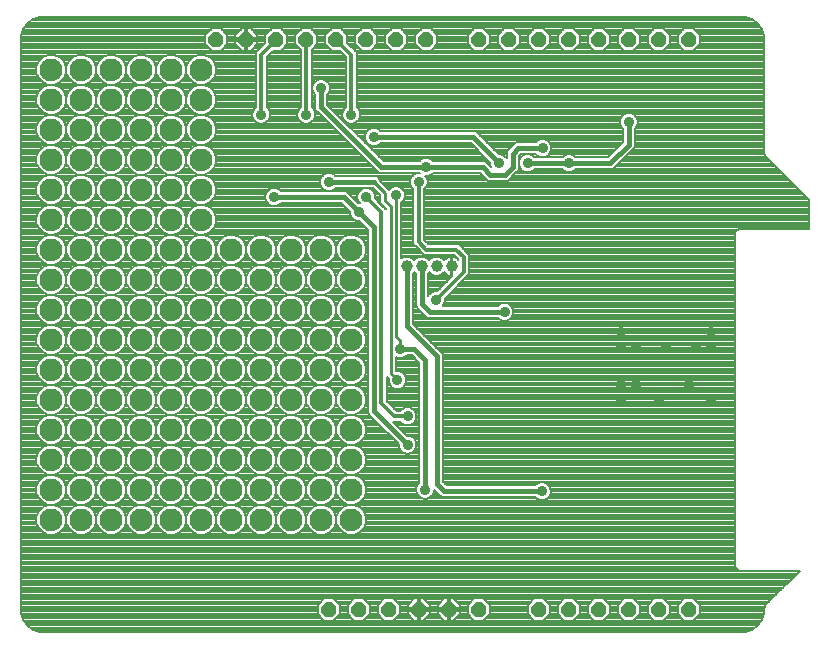
<source format=gbl>
G75*
G70*
%OFA0B0*%
%FSLAX24Y24*%
%IPPOS*%
%LPD*%
%AMOC8*
5,1,8,0,0,1.08239X$1,22.5*
%
%ADD10OC8,0.0500*%
%ADD11C,0.0394*%
%ADD12C,0.0080*%
%ADD13C,0.0357*%
%ADD14C,0.0160*%
%ADD15C,0.0100*%
%ADD16C,0.0120*%
%ADD17C,0.0760*%
D10*
X010890Y001390D03*
X011890Y001390D03*
X012890Y001390D03*
X013890Y001390D03*
X014890Y001390D03*
X015890Y001390D03*
X017890Y001390D03*
X018890Y001390D03*
X019890Y001390D03*
X020890Y001390D03*
X021890Y001390D03*
X022890Y001390D03*
X022890Y020390D03*
X021890Y020390D03*
X020890Y020390D03*
X019890Y020390D03*
X018890Y020390D03*
X017890Y020390D03*
X016890Y020390D03*
X015890Y020390D03*
X014140Y020390D03*
X013140Y020390D03*
X012140Y020390D03*
X011140Y020390D03*
X010140Y020390D03*
X009140Y020390D03*
X008140Y020390D03*
X007140Y020390D03*
D11*
X013484Y012828D03*
X013984Y012828D03*
X014484Y012828D03*
X014984Y012828D03*
D12*
X000713Y001045D02*
X000853Y000853D01*
X001045Y000713D01*
X001271Y000639D01*
X001390Y000630D01*
X024640Y000630D01*
X024759Y000639D01*
X024985Y000713D01*
X025177Y000853D01*
X025317Y001045D01*
X025391Y001271D01*
X025400Y001390D01*
X025400Y001438D01*
X025437Y001526D01*
X025504Y001593D01*
X025504Y001593D01*
X026601Y002690D01*
X024557Y002690D01*
X024440Y002807D01*
X024440Y013973D01*
X024557Y014090D01*
X026900Y014090D01*
X026900Y015041D01*
X025437Y016504D01*
X025400Y016592D01*
X025400Y020390D01*
X025391Y020509D01*
X025317Y020735D01*
X025177Y020927D01*
X024985Y021067D01*
X024759Y021141D01*
X024640Y021150D01*
X001390Y021150D01*
X001271Y021141D01*
X001045Y021067D01*
X000853Y020927D01*
X000713Y020735D01*
X000639Y020509D01*
X000639Y020509D01*
X000630Y020390D01*
X000630Y001390D01*
X000639Y001271D01*
X000713Y001045D01*
X000732Y001018D02*
X025298Y001018D01*
X025334Y001097D02*
X023120Y001097D01*
X023043Y001020D02*
X022737Y001020D01*
X022520Y001237D01*
X022520Y001543D01*
X022737Y001760D01*
X023043Y001760D01*
X023260Y001543D01*
X023260Y001237D01*
X023043Y001020D01*
X023198Y001175D02*
X025359Y001175D01*
X025385Y001254D02*
X023260Y001254D01*
X023260Y001332D02*
X025395Y001332D01*
X025400Y001411D02*
X023260Y001411D01*
X023260Y001489D02*
X025421Y001489D01*
X025478Y001568D02*
X023236Y001568D01*
X023157Y001646D02*
X025557Y001646D01*
X025635Y001725D02*
X023079Y001725D01*
X022701Y001725D02*
X022079Y001725D01*
X022043Y001760D02*
X022260Y001543D01*
X022260Y001237D01*
X022043Y001020D01*
X021737Y001020D01*
X021520Y001237D01*
X021520Y001543D01*
X021737Y001760D01*
X022043Y001760D01*
X022157Y001646D02*
X022623Y001646D01*
X022544Y001568D02*
X022236Y001568D01*
X022260Y001489D02*
X022520Y001489D01*
X022520Y001411D02*
X022260Y001411D01*
X022260Y001332D02*
X022520Y001332D01*
X022520Y001254D02*
X022260Y001254D01*
X022198Y001175D02*
X022582Y001175D01*
X022660Y001097D02*
X022120Y001097D01*
X021660Y001097D02*
X021120Y001097D01*
X021043Y001020D02*
X020737Y001020D01*
X020520Y001237D01*
X020520Y001543D01*
X020737Y001760D01*
X021043Y001760D01*
X021260Y001543D01*
X021260Y001237D01*
X021043Y001020D01*
X021198Y001175D02*
X021582Y001175D01*
X021520Y001254D02*
X021260Y001254D01*
X021260Y001332D02*
X021520Y001332D01*
X021520Y001411D02*
X021260Y001411D01*
X021260Y001489D02*
X021520Y001489D01*
X021544Y001568D02*
X021236Y001568D01*
X021157Y001646D02*
X021623Y001646D01*
X021701Y001725D02*
X021079Y001725D01*
X020701Y001725D02*
X020079Y001725D01*
X020043Y001760D02*
X019737Y001760D01*
X019520Y001543D01*
X019520Y001237D01*
X019737Y001020D01*
X020043Y001020D01*
X020260Y001237D01*
X020260Y001543D01*
X020043Y001760D01*
X020157Y001646D02*
X020623Y001646D01*
X020544Y001568D02*
X020236Y001568D01*
X020260Y001489D02*
X020520Y001489D01*
X020520Y001411D02*
X020260Y001411D01*
X020260Y001332D02*
X020520Y001332D01*
X020520Y001254D02*
X020260Y001254D01*
X020198Y001175D02*
X020582Y001175D01*
X020660Y001097D02*
X020120Y001097D01*
X019660Y001097D02*
X019120Y001097D01*
X019043Y001020D02*
X019260Y001237D01*
X019260Y001543D01*
X019043Y001760D01*
X018737Y001760D01*
X018520Y001543D01*
X018520Y001237D01*
X018737Y001020D01*
X019043Y001020D01*
X019198Y001175D02*
X019582Y001175D01*
X019520Y001254D02*
X019260Y001254D01*
X019260Y001332D02*
X019520Y001332D01*
X019520Y001411D02*
X019260Y001411D01*
X019260Y001489D02*
X019520Y001489D01*
X019544Y001568D02*
X019236Y001568D01*
X019157Y001646D02*
X019623Y001646D01*
X019701Y001725D02*
X019079Y001725D01*
X018701Y001725D02*
X018079Y001725D01*
X018043Y001760D02*
X017737Y001760D01*
X017520Y001543D01*
X017520Y001237D01*
X017737Y001020D01*
X018043Y001020D01*
X018260Y001237D01*
X018260Y001543D01*
X018043Y001760D01*
X018157Y001646D02*
X018623Y001646D01*
X018544Y001568D02*
X018236Y001568D01*
X018260Y001489D02*
X018520Y001489D01*
X018520Y001411D02*
X018260Y001411D01*
X018260Y001332D02*
X018520Y001332D01*
X018520Y001254D02*
X018260Y001254D01*
X018198Y001175D02*
X018582Y001175D01*
X018660Y001097D02*
X018120Y001097D01*
X017660Y001097D02*
X016120Y001097D01*
X016043Y001020D02*
X015737Y001020D01*
X015520Y001237D01*
X015520Y001543D01*
X015737Y001760D01*
X016043Y001760D01*
X016260Y001543D01*
X016260Y001237D01*
X016043Y001020D01*
X016198Y001175D02*
X017582Y001175D01*
X017520Y001254D02*
X016260Y001254D01*
X016260Y001332D02*
X017520Y001332D01*
X017520Y001411D02*
X016260Y001411D01*
X016260Y001489D02*
X017520Y001489D01*
X017544Y001568D02*
X016236Y001568D01*
X016157Y001646D02*
X017623Y001646D01*
X017701Y001725D02*
X016079Y001725D01*
X015701Y001725D02*
X015079Y001725D01*
X015043Y001760D02*
X014929Y001760D01*
X014929Y001429D01*
X014851Y001429D01*
X014851Y001760D01*
X014737Y001760D01*
X014520Y001543D01*
X014520Y001429D01*
X014851Y001429D01*
X014851Y001351D01*
X014520Y001351D01*
X014520Y001237D01*
X014737Y001020D01*
X014851Y001020D01*
X014851Y001351D01*
X014929Y001351D01*
X014929Y001429D01*
X015260Y001429D01*
X015260Y001543D01*
X015043Y001760D01*
X014929Y001725D02*
X014851Y001725D01*
X014851Y001646D02*
X014929Y001646D01*
X014929Y001568D02*
X014851Y001568D01*
X014851Y001489D02*
X014929Y001489D01*
X014929Y001411D02*
X015520Y001411D01*
X015520Y001489D02*
X015260Y001489D01*
X015236Y001568D02*
X015544Y001568D01*
X015623Y001646D02*
X015157Y001646D01*
X015260Y001351D02*
X014929Y001351D01*
X014929Y001020D01*
X015043Y001020D01*
X015260Y001237D01*
X015260Y001351D01*
X015260Y001332D02*
X015520Y001332D01*
X015520Y001254D02*
X015260Y001254D01*
X015198Y001175D02*
X015582Y001175D01*
X015660Y001097D02*
X015120Y001097D01*
X014929Y001097D02*
X014851Y001097D01*
X014851Y001175D02*
X014929Y001175D01*
X014929Y001254D02*
X014851Y001254D01*
X014851Y001332D02*
X014929Y001332D01*
X014851Y001411D02*
X013929Y001411D01*
X013929Y001429D02*
X014260Y001429D01*
X014260Y001543D01*
X014043Y001760D01*
X013929Y001760D01*
X013929Y001429D01*
X013851Y001429D01*
X013851Y001760D01*
X013737Y001760D01*
X013520Y001543D01*
X013520Y001429D01*
X013851Y001429D01*
X013851Y001351D01*
X013520Y001351D01*
X013520Y001237D01*
X013737Y001020D01*
X013851Y001020D01*
X013851Y001351D01*
X013929Y001351D01*
X013929Y001429D01*
X013929Y001489D02*
X013851Y001489D01*
X013851Y001411D02*
X013260Y001411D01*
X013260Y001489D02*
X013520Y001489D01*
X013544Y001568D02*
X013236Y001568D01*
X013260Y001543D02*
X013043Y001760D01*
X012737Y001760D01*
X012520Y001543D01*
X012520Y001237D01*
X012737Y001020D01*
X013043Y001020D01*
X013260Y001237D01*
X013260Y001543D01*
X013157Y001646D02*
X013623Y001646D01*
X013701Y001725D02*
X013079Y001725D01*
X012701Y001725D02*
X012079Y001725D01*
X012043Y001760D02*
X011737Y001760D01*
X011520Y001543D01*
X011520Y001237D01*
X011737Y001020D01*
X012043Y001020D01*
X012260Y001237D01*
X012260Y001543D01*
X012043Y001760D01*
X012157Y001646D02*
X012623Y001646D01*
X012544Y001568D02*
X012236Y001568D01*
X012260Y001489D02*
X012520Y001489D01*
X012520Y001411D02*
X012260Y001411D01*
X012260Y001332D02*
X012520Y001332D01*
X012520Y001254D02*
X012260Y001254D01*
X012198Y001175D02*
X012582Y001175D01*
X012660Y001097D02*
X012120Y001097D01*
X011660Y001097D02*
X011120Y001097D01*
X011043Y001020D02*
X011260Y001237D01*
X011260Y001543D01*
X011043Y001760D01*
X010737Y001760D01*
X010520Y001543D01*
X010520Y001237D01*
X010737Y001020D01*
X011043Y001020D01*
X011198Y001175D02*
X011582Y001175D01*
X011520Y001254D02*
X011260Y001254D01*
X011260Y001332D02*
X011520Y001332D01*
X011520Y001411D02*
X011260Y001411D01*
X011260Y001489D02*
X011520Y001489D01*
X011544Y001568D02*
X011236Y001568D01*
X011157Y001646D02*
X011623Y001646D01*
X011701Y001725D02*
X011079Y001725D01*
X010701Y001725D02*
X000630Y001725D01*
X000630Y001803D02*
X025714Y001803D01*
X025792Y001882D02*
X000630Y001882D01*
X000630Y001960D02*
X025871Y001960D01*
X025949Y002039D02*
X000630Y002039D01*
X000630Y002117D02*
X026028Y002117D01*
X026106Y002196D02*
X000630Y002196D01*
X000630Y002274D02*
X026185Y002274D01*
X026263Y002353D02*
X000630Y002353D01*
X000630Y002431D02*
X026342Y002431D01*
X026420Y002510D02*
X000630Y002510D01*
X000630Y002588D02*
X026499Y002588D01*
X026577Y002667D02*
X000630Y002667D01*
X000630Y002745D02*
X024502Y002745D01*
X024440Y002824D02*
X000630Y002824D01*
X000630Y002902D02*
X024440Y002902D01*
X024440Y002981D02*
X000630Y002981D01*
X000630Y003059D02*
X024440Y003059D01*
X024440Y003138D02*
X000630Y003138D01*
X000630Y003216D02*
X024440Y003216D01*
X024440Y003295D02*
X000630Y003295D01*
X000630Y003373D02*
X024440Y003373D01*
X024440Y003452D02*
X000630Y003452D01*
X000630Y003530D02*
X024440Y003530D01*
X024440Y003609D02*
X000630Y003609D01*
X000630Y003687D02*
X024440Y003687D01*
X024440Y003766D02*
X000630Y003766D01*
X000630Y003844D02*
X024440Y003844D01*
X024440Y003923D02*
X011818Y003923D01*
X011739Y003890D02*
X011541Y003890D01*
X011357Y003966D01*
X011216Y004107D01*
X011140Y004291D01*
X011140Y004489D01*
X011216Y004673D01*
X011357Y004814D01*
X011541Y004890D01*
X011739Y004890D01*
X011923Y004966D01*
X012064Y005107D01*
X012140Y005291D01*
X012140Y005489D01*
X012064Y005673D01*
X011923Y005814D01*
X011739Y005890D01*
X011923Y005966D01*
X012064Y006107D01*
X012140Y006291D01*
X012140Y006489D01*
X012064Y006673D01*
X011923Y006814D01*
X011739Y006890D01*
X011541Y006890D01*
X011357Y006814D01*
X011216Y006673D01*
X011140Y006489D01*
X011140Y006291D01*
X011216Y006107D01*
X011357Y005966D01*
X011541Y005890D01*
X011739Y005890D01*
X011541Y005890D01*
X011357Y005814D01*
X011216Y005673D01*
X011140Y005489D01*
X011064Y005673D01*
X010923Y005814D01*
X010739Y005890D01*
X010923Y005966D01*
X011064Y006107D01*
X011140Y006291D01*
X011140Y006489D01*
X011064Y006673D01*
X010923Y006814D01*
X010739Y006890D01*
X010923Y006966D01*
X011064Y007107D01*
X011140Y007291D01*
X011140Y007489D01*
X011064Y007673D01*
X010923Y007814D01*
X010739Y007890D01*
X010923Y007966D01*
X011064Y008107D01*
X011140Y008291D01*
X011140Y008489D01*
X011064Y008673D01*
X010923Y008814D01*
X010739Y008890D01*
X010541Y008890D01*
X010357Y008814D01*
X010216Y008673D01*
X010140Y008489D01*
X010140Y008291D01*
X010216Y008107D01*
X010357Y007966D01*
X010541Y007890D01*
X010739Y007890D01*
X010541Y007890D01*
X010357Y007814D01*
X010216Y007673D01*
X010140Y007489D01*
X010140Y007291D01*
X010216Y007107D01*
X010357Y006966D01*
X010541Y006890D01*
X010739Y006890D01*
X010541Y006890D01*
X010357Y006814D01*
X010216Y006673D01*
X010140Y006489D01*
X010064Y006673D01*
X009923Y006814D01*
X009739Y006890D01*
X009541Y006890D01*
X009357Y006814D01*
X009216Y006673D01*
X009140Y006489D01*
X009140Y006291D01*
X009216Y006107D01*
X009357Y005966D01*
X009541Y005890D01*
X009739Y005890D01*
X009923Y005966D01*
X010064Y006107D01*
X010140Y006291D01*
X010140Y006489D01*
X010140Y006291D01*
X010216Y006107D01*
X010357Y005966D01*
X010541Y005890D01*
X010739Y005890D01*
X010541Y005890D01*
X010357Y005814D01*
X010216Y005673D01*
X010140Y005489D01*
X010064Y005673D01*
X009923Y005814D01*
X009739Y005890D01*
X009541Y005890D01*
X009357Y005814D01*
X009216Y005673D01*
X009140Y005489D01*
X009064Y005673D01*
X008923Y005814D01*
X008739Y005890D01*
X008923Y005966D01*
X009064Y006107D01*
X009140Y006291D01*
X009140Y006489D01*
X009064Y006673D01*
X008923Y006814D01*
X008739Y006890D01*
X008923Y006966D01*
X009064Y007107D01*
X009140Y007291D01*
X009216Y007107D01*
X009357Y006966D01*
X009541Y006890D01*
X009739Y006890D01*
X009923Y006966D01*
X010064Y007107D01*
X010140Y007291D01*
X010140Y007489D01*
X010064Y007673D01*
X009923Y007814D01*
X009739Y007890D01*
X009541Y007890D01*
X009357Y007814D01*
X009216Y007673D01*
X009140Y007489D01*
X009140Y007291D01*
X009140Y007489D01*
X009064Y007673D01*
X008923Y007814D01*
X008739Y007890D01*
X008923Y007966D01*
X009064Y008107D01*
X009140Y008291D01*
X009216Y008107D01*
X009357Y007966D01*
X009541Y007890D01*
X009739Y007890D01*
X009923Y007966D01*
X010064Y008107D01*
X010140Y008291D01*
X010140Y008489D01*
X010064Y008673D01*
X009923Y008814D01*
X009739Y008890D01*
X009923Y008966D01*
X010064Y009107D01*
X010140Y009291D01*
X010140Y009489D01*
X010064Y009673D01*
X009923Y009814D01*
X009739Y009890D01*
X009541Y009890D01*
X009357Y009814D01*
X009216Y009673D01*
X009140Y009489D01*
X009140Y009291D01*
X009216Y009107D01*
X009357Y008966D01*
X009541Y008890D01*
X009739Y008890D01*
X009541Y008890D01*
X009357Y008814D01*
X009216Y008673D01*
X009140Y008489D01*
X009140Y008291D01*
X009140Y008489D01*
X009064Y008673D01*
X008923Y008814D01*
X008739Y008890D01*
X008923Y008966D01*
X009064Y009107D01*
X009140Y009291D01*
X009140Y009489D01*
X009064Y009673D01*
X008923Y009814D01*
X008739Y009890D01*
X008541Y009890D01*
X008357Y009814D01*
X008216Y009673D01*
X008140Y009489D01*
X008140Y009291D01*
X008216Y009107D01*
X008357Y008966D01*
X008541Y008890D01*
X008739Y008890D01*
X008541Y008890D01*
X008357Y008814D01*
X008216Y008673D01*
X008140Y008489D01*
X008140Y008291D01*
X008216Y008107D01*
X008357Y007966D01*
X008541Y007890D01*
X008739Y007890D01*
X008541Y007890D01*
X008357Y007814D01*
X008216Y007673D01*
X008140Y007489D01*
X008140Y007291D01*
X008216Y007107D01*
X008357Y006966D01*
X008541Y006890D01*
X008739Y006890D01*
X008541Y006890D01*
X008357Y006814D01*
X008216Y006673D01*
X008140Y006489D01*
X008140Y006291D01*
X008216Y006107D01*
X008357Y005966D01*
X008541Y005890D01*
X008739Y005890D01*
X008541Y005890D01*
X008357Y005814D01*
X008216Y005673D01*
X008140Y005489D01*
X008064Y005673D01*
X007923Y005814D01*
X007739Y005890D01*
X007923Y005966D01*
X008064Y006107D01*
X008140Y006291D01*
X008140Y006489D01*
X008064Y006673D01*
X007923Y006814D01*
X007739Y006890D01*
X007923Y006966D01*
X008064Y007107D01*
X008140Y007291D01*
X008140Y007489D01*
X008064Y007673D01*
X007923Y007814D01*
X007739Y007890D01*
X007541Y007890D01*
X007357Y007814D01*
X007216Y007673D01*
X007140Y007489D01*
X007140Y007291D01*
X007216Y007107D01*
X007357Y006966D01*
X007541Y006890D01*
X007739Y006890D01*
X007541Y006890D01*
X007357Y006814D01*
X007216Y006673D01*
X007140Y006489D01*
X007064Y006673D01*
X006923Y006814D01*
X006739Y006890D01*
X006541Y006890D01*
X006357Y006814D01*
X006216Y006673D01*
X006140Y006489D01*
X006064Y006673D01*
X005923Y006814D01*
X005739Y006890D01*
X005923Y006966D01*
X006064Y007107D01*
X006140Y007291D01*
X006140Y007489D01*
X006064Y007673D01*
X005923Y007814D01*
X005739Y007890D01*
X005541Y007890D01*
X005357Y007814D01*
X005216Y007673D01*
X005140Y007489D01*
X005064Y007673D01*
X004923Y007814D01*
X004739Y007890D01*
X004541Y007890D01*
X004357Y007814D01*
X004216Y007673D01*
X004140Y007489D01*
X004140Y007291D01*
X004216Y007107D01*
X004357Y006966D01*
X004541Y006890D01*
X004357Y006814D01*
X004216Y006673D01*
X004140Y006489D01*
X004064Y006673D01*
X003923Y006814D01*
X003739Y006890D01*
X003541Y006890D01*
X003357Y006814D01*
X003216Y006673D01*
X003140Y006489D01*
X003140Y006291D01*
X003216Y006107D01*
X003357Y005966D01*
X003541Y005890D01*
X003739Y005890D01*
X003923Y005966D01*
X004064Y006107D01*
X004140Y006291D01*
X004140Y006489D01*
X004140Y006291D01*
X004216Y006107D01*
X004357Y005966D01*
X004541Y005890D01*
X004739Y005890D01*
X004923Y005966D01*
X005064Y006107D01*
X005140Y006291D01*
X005140Y006489D01*
X005064Y006673D01*
X004923Y006814D01*
X004739Y006890D01*
X004541Y006890D01*
X004739Y006890D01*
X004923Y006966D01*
X005064Y007107D01*
X005140Y007291D01*
X005140Y007489D01*
X005140Y007291D01*
X005216Y007107D01*
X005357Y006966D01*
X005541Y006890D01*
X005739Y006890D01*
X005541Y006890D01*
X005357Y006814D01*
X005216Y006673D01*
X005140Y006489D01*
X005140Y006291D01*
X005216Y006107D01*
X005357Y005966D01*
X005541Y005890D01*
X005739Y005890D01*
X005923Y005966D01*
X006064Y006107D01*
X006140Y006291D01*
X006140Y006489D01*
X006140Y006291D01*
X006216Y006107D01*
X006357Y005966D01*
X006541Y005890D01*
X006739Y005890D01*
X006923Y005966D01*
X007064Y006107D01*
X007140Y006291D01*
X007140Y006489D01*
X007140Y006291D01*
X007216Y006107D01*
X007357Y005966D01*
X007541Y005890D01*
X007739Y005890D01*
X007541Y005890D01*
X007357Y005814D01*
X007216Y005673D01*
X007140Y005489D01*
X007064Y005673D01*
X006923Y005814D01*
X006739Y005890D01*
X006541Y005890D01*
X006357Y005814D01*
X006216Y005673D01*
X006140Y005489D01*
X006064Y005673D01*
X005923Y005814D01*
X005739Y005890D01*
X005541Y005890D01*
X005357Y005814D01*
X005216Y005673D01*
X005140Y005489D01*
X005064Y005673D01*
X004923Y005814D01*
X004739Y005890D01*
X004541Y005890D01*
X004357Y005814D01*
X004216Y005673D01*
X004140Y005489D01*
X004064Y005673D01*
X003923Y005814D01*
X003739Y005890D01*
X003541Y005890D01*
X003357Y005814D01*
X003216Y005673D01*
X003140Y005489D01*
X003064Y005673D01*
X002923Y005814D01*
X002739Y005890D01*
X002923Y005966D01*
X003064Y006107D01*
X003140Y006291D01*
X003140Y006489D01*
X003064Y006673D01*
X002923Y006814D01*
X002739Y006890D01*
X002923Y006966D01*
X003064Y007107D01*
X003140Y007291D01*
X003216Y007107D01*
X003357Y006966D01*
X003541Y006890D01*
X003739Y006890D01*
X003923Y006966D01*
X004064Y007107D01*
X004140Y007291D01*
X004140Y007489D01*
X004064Y007673D01*
X003923Y007814D01*
X003739Y007890D01*
X003923Y007966D01*
X004064Y008107D01*
X004140Y008291D01*
X004216Y008107D01*
X004357Y007966D01*
X004541Y007890D01*
X004739Y007890D01*
X004923Y007966D01*
X005064Y008107D01*
X005140Y008291D01*
X005216Y008107D01*
X005357Y007966D01*
X005541Y007890D01*
X005739Y007890D01*
X005923Y007966D01*
X006064Y008107D01*
X006140Y008291D01*
X006216Y008107D01*
X006357Y007966D01*
X006541Y007890D01*
X006739Y007890D01*
X006923Y007966D01*
X007064Y008107D01*
X007140Y008291D01*
X007216Y008107D01*
X007357Y007966D01*
X007541Y007890D01*
X007739Y007890D01*
X007923Y007966D01*
X008064Y008107D01*
X008140Y008291D01*
X008140Y008489D01*
X008064Y008673D01*
X007923Y008814D01*
X007739Y008890D01*
X007923Y008966D01*
X008064Y009107D01*
X008140Y009291D01*
X008140Y009489D01*
X008064Y009673D01*
X007923Y009814D01*
X007739Y009890D01*
X007541Y009890D01*
X007357Y009814D01*
X007216Y009673D01*
X007140Y009489D01*
X007140Y009291D01*
X007216Y009107D01*
X007357Y008966D01*
X007541Y008890D01*
X007739Y008890D01*
X007541Y008890D01*
X007357Y008814D01*
X007216Y008673D01*
X007140Y008489D01*
X007140Y008291D01*
X007140Y008489D01*
X007064Y008673D01*
X006923Y008814D01*
X006739Y008890D01*
X006541Y008890D01*
X006357Y008814D01*
X006216Y008673D01*
X006140Y008489D01*
X006140Y008291D01*
X006140Y008489D01*
X006064Y008673D01*
X005923Y008814D01*
X005739Y008890D01*
X005541Y008890D01*
X005357Y008814D01*
X005216Y008673D01*
X005140Y008489D01*
X005140Y008291D01*
X005140Y008489D01*
X005064Y008673D01*
X004923Y008814D01*
X004739Y008890D01*
X004923Y008966D01*
X005064Y009107D01*
X005140Y009291D01*
X005140Y009489D01*
X005064Y009673D01*
X004923Y009814D01*
X004739Y009890D01*
X004541Y009890D01*
X004357Y009814D01*
X004216Y009673D01*
X004140Y009489D01*
X004140Y009291D01*
X004216Y009107D01*
X004357Y008966D01*
X004541Y008890D01*
X004739Y008890D01*
X004541Y008890D01*
X004357Y008814D01*
X004216Y008673D01*
X004140Y008489D01*
X004140Y008291D01*
X004140Y008489D01*
X004064Y008673D01*
X003923Y008814D01*
X003739Y008890D01*
X003541Y008890D01*
X003357Y008814D01*
X003216Y008673D01*
X003140Y008489D01*
X003140Y008291D01*
X003216Y008107D01*
X003357Y007966D01*
X003541Y007890D01*
X003739Y007890D01*
X003541Y007890D01*
X003357Y007814D01*
X003216Y007673D01*
X003140Y007489D01*
X003140Y007291D01*
X003140Y007489D01*
X003064Y007673D01*
X002923Y007814D01*
X002739Y007890D01*
X002541Y007890D01*
X002357Y007814D01*
X002216Y007673D01*
X002140Y007489D01*
X002140Y007291D01*
X002216Y007107D01*
X002357Y006966D01*
X002541Y006890D01*
X002739Y006890D01*
X002541Y006890D01*
X002357Y006814D01*
X002216Y006673D01*
X002140Y006489D01*
X002140Y006291D01*
X002216Y006107D01*
X002357Y005966D01*
X002541Y005890D01*
X002739Y005890D01*
X002541Y005890D01*
X002357Y005814D01*
X002216Y005673D01*
X002140Y005489D01*
X002140Y005291D01*
X002216Y005107D01*
X002357Y004966D01*
X002541Y004890D01*
X002739Y004890D01*
X002923Y004966D01*
X003064Y005107D01*
X003140Y005291D01*
X003140Y005489D01*
X003140Y005291D01*
X003216Y005107D01*
X003357Y004966D01*
X003541Y004890D01*
X003739Y004890D01*
X003923Y004966D01*
X004064Y005107D01*
X004140Y005291D01*
X004140Y005489D01*
X004140Y005291D01*
X004216Y005107D01*
X004357Y004966D01*
X004541Y004890D01*
X004739Y004890D01*
X004923Y004966D01*
X005064Y005107D01*
X005140Y005291D01*
X005140Y005489D01*
X005140Y005291D01*
X005216Y005107D01*
X005357Y004966D01*
X005541Y004890D01*
X005739Y004890D01*
X005923Y004966D01*
X006064Y005107D01*
X006140Y005291D01*
X006140Y005489D01*
X006140Y005291D01*
X006216Y005107D01*
X006357Y004966D01*
X006541Y004890D01*
X006739Y004890D01*
X006923Y004966D01*
X007064Y005107D01*
X007140Y005291D01*
X007140Y005489D01*
X007140Y005291D01*
X007216Y005107D01*
X007357Y004966D01*
X007541Y004890D01*
X007739Y004890D01*
X007923Y004966D01*
X008064Y005107D01*
X008140Y005291D01*
X008140Y005489D01*
X008140Y005291D01*
X008216Y005107D01*
X008357Y004966D01*
X008541Y004890D01*
X008739Y004890D01*
X008923Y004966D01*
X009064Y005107D01*
X009140Y005291D01*
X009140Y005489D01*
X009140Y005291D01*
X009216Y005107D01*
X009357Y004966D01*
X009541Y004890D01*
X009739Y004890D01*
X009923Y004966D01*
X010064Y005107D01*
X010140Y005291D01*
X010140Y005489D01*
X010140Y005291D01*
X010216Y005107D01*
X010357Y004966D01*
X010541Y004890D01*
X010739Y004890D01*
X010923Y004966D01*
X011064Y005107D01*
X011140Y005291D01*
X011140Y005489D01*
X011140Y005291D01*
X011216Y005107D01*
X011357Y004966D01*
X011541Y004890D01*
X011739Y004890D01*
X011923Y004814D01*
X012064Y004673D01*
X012140Y004489D01*
X012140Y004291D01*
X012064Y004107D01*
X011923Y003966D01*
X011739Y003890D01*
X011958Y004001D02*
X024440Y004001D01*
X024440Y004080D02*
X012037Y004080D01*
X012085Y004158D02*
X024440Y004158D01*
X024440Y004237D02*
X012118Y004237D01*
X012140Y004315D02*
X024440Y004315D01*
X024440Y004394D02*
X012140Y004394D01*
X012140Y004472D02*
X024440Y004472D01*
X024440Y004551D02*
X012115Y004551D01*
X012082Y004629D02*
X024440Y004629D01*
X024440Y004708D02*
X012030Y004708D01*
X011951Y004786D02*
X024440Y004786D01*
X024440Y004865D02*
X011801Y004865D01*
X011867Y004943D02*
X024440Y004943D01*
X024440Y005022D02*
X011979Y005022D01*
X012057Y005100D02*
X014028Y005100D01*
X014049Y005091D02*
X013940Y005137D01*
X013855Y005221D01*
X013810Y005331D01*
X013810Y005449D01*
X013855Y005559D01*
X013909Y005612D01*
X013909Y009620D01*
X013651Y009878D01*
X013487Y009878D01*
X013434Y009824D01*
X013324Y009779D01*
X013206Y009779D01*
X013122Y009813D01*
X013122Y009335D01*
X013123Y009335D01*
X013241Y009335D01*
X013351Y009289D01*
X013435Y009205D01*
X013480Y009096D01*
X013480Y008977D01*
X013435Y008867D01*
X013351Y008783D01*
X013241Y008737D01*
X013122Y008737D01*
X013012Y008783D01*
X012928Y008867D01*
X012883Y008977D01*
X012883Y009094D01*
X012820Y009157D01*
X012820Y008340D01*
X013152Y008007D01*
X013273Y008007D01*
X013346Y008081D01*
X013456Y008126D01*
X013574Y008126D01*
X013684Y008081D01*
X013768Y007997D01*
X013814Y007887D01*
X013814Y007768D01*
X013768Y007658D01*
X013684Y007574D01*
X013574Y007529D01*
X013456Y007529D01*
X013346Y007574D01*
X013273Y007648D01*
X013040Y007648D01*
X013499Y007189D01*
X013574Y007189D01*
X013684Y007143D01*
X013768Y007059D01*
X013814Y006949D01*
X013814Y006831D01*
X013768Y006721D01*
X013684Y006637D01*
X013574Y006591D01*
X013456Y006591D01*
X013346Y006637D01*
X013262Y006721D01*
X013216Y006831D01*
X013216Y006906D01*
X012307Y007815D01*
X012190Y007932D01*
X012190Y014057D01*
X011906Y014341D01*
X011831Y014341D01*
X011721Y014387D01*
X011637Y014471D01*
X011591Y014581D01*
X011591Y014656D01*
X011307Y014940D01*
X009300Y014940D01*
X009247Y014887D01*
X009137Y014841D01*
X009018Y014841D01*
X008908Y014887D01*
X008824Y014971D01*
X008779Y015081D01*
X008779Y015199D01*
X008824Y015309D01*
X008908Y015393D01*
X009018Y015439D01*
X009137Y015439D01*
X009247Y015393D01*
X009300Y015340D01*
X011473Y015340D01*
X011874Y014939D01*
X011919Y014939D01*
X011887Y014971D01*
X011841Y015081D01*
X011841Y015199D01*
X011887Y015309D01*
X011971Y015393D01*
X012081Y015439D01*
X012199Y015439D01*
X012309Y015393D01*
X012393Y015309D01*
X012439Y015199D01*
X012439Y015096D01*
X012570Y014965D01*
X012570Y014950D01*
X012700Y014820D01*
X012715Y014820D01*
X012783Y014752D01*
X012783Y014757D01*
X012695Y014845D01*
X012695Y014845D01*
X012595Y014945D01*
X012595Y015210D01*
X012365Y015440D01*
X011112Y015440D01*
X011059Y015387D01*
X010949Y015341D01*
X010831Y015341D01*
X010721Y015387D01*
X010637Y015471D01*
X010591Y015581D01*
X010591Y015699D01*
X010637Y015809D01*
X010721Y015893D01*
X010831Y015939D01*
X010949Y015939D01*
X011059Y015893D01*
X011112Y015840D01*
X012488Y015840D01*
X012606Y015723D01*
X012606Y015680D01*
X012901Y015386D01*
X012971Y015456D01*
X013081Y015501D01*
X013199Y015501D01*
X013309Y015456D01*
X013393Y015372D01*
X013439Y015262D01*
X013439Y015143D01*
X013393Y015033D01*
X013310Y014950D01*
X013310Y013098D01*
X013421Y013144D01*
X013547Y013144D01*
X013663Y013096D01*
X013734Y013026D01*
X013804Y013096D01*
X013921Y013144D01*
X014047Y013144D01*
X014163Y013096D01*
X014234Y013026D01*
X014304Y013096D01*
X014421Y013144D01*
X014547Y013144D01*
X014663Y013096D01*
X014735Y013025D01*
X014738Y013029D01*
X014782Y013074D01*
X014834Y013108D01*
X014891Y013132D01*
X014953Y013144D01*
X014974Y013144D01*
X014974Y012838D01*
X014994Y012838D01*
X014994Y013144D01*
X015015Y013144D01*
X015076Y013132D01*
X015134Y013108D01*
X015186Y013074D01*
X015210Y013049D01*
X015210Y013065D01*
X015065Y013210D01*
X014065Y013210D01*
X013815Y013460D01*
X013710Y013565D01*
X013710Y015398D01*
X013637Y015471D01*
X013591Y015581D01*
X013591Y015699D01*
X013637Y015809D01*
X013721Y015893D01*
X013831Y015939D01*
X013919Y015939D01*
X013918Y015940D01*
X012557Y015940D01*
X010557Y017940D01*
X010440Y018057D01*
X010440Y018543D01*
X010387Y018596D01*
X010341Y018706D01*
X010341Y018824D01*
X010387Y018934D01*
X010471Y019018D01*
X010581Y019064D01*
X010699Y019064D01*
X010809Y019018D01*
X010893Y018934D01*
X010939Y018824D01*
X010939Y018706D01*
X010893Y018596D01*
X010840Y018543D01*
X010840Y018223D01*
X012723Y016340D01*
X013918Y016340D01*
X013971Y016393D01*
X014081Y016439D01*
X014199Y016439D01*
X014309Y016393D01*
X014362Y016340D01*
X016098Y016340D01*
X016312Y016126D01*
X016279Y016206D01*
X016279Y016281D01*
X015620Y016940D01*
X012612Y016940D01*
X012559Y016887D01*
X012449Y016841D01*
X012331Y016841D01*
X012221Y016887D01*
X012137Y016971D01*
X012091Y017081D01*
X012091Y017199D01*
X012137Y017309D01*
X012221Y017393D01*
X012331Y017439D01*
X012449Y017439D01*
X012559Y017393D01*
X012612Y017340D01*
X015785Y017340D01*
X016562Y016564D01*
X016637Y016564D01*
X016747Y016518D01*
X016815Y016450D01*
X016815Y016660D01*
X017003Y016848D01*
X017120Y016965D01*
X017793Y016965D01*
X017846Y017018D01*
X017956Y017064D01*
X018074Y017064D01*
X018184Y017018D01*
X018268Y016934D01*
X018314Y016824D01*
X018314Y016706D01*
X018268Y016596D01*
X018184Y016512D01*
X018074Y016466D01*
X017956Y016466D01*
X017846Y016512D01*
X017793Y016565D01*
X017285Y016565D01*
X017215Y016495D01*
X017215Y016057D01*
X017098Y015940D01*
X016848Y015690D01*
X016182Y015690D01*
X016065Y015807D01*
X015932Y015940D01*
X014362Y015940D01*
X014309Y015887D01*
X014199Y015841D01*
X014111Y015841D01*
X014143Y015809D01*
X014189Y015699D01*
X014189Y015581D01*
X014143Y015471D01*
X014070Y015398D01*
X014070Y013715D01*
X014215Y013570D01*
X015215Y013570D01*
X015320Y013465D01*
X015570Y013215D01*
X015570Y012565D01*
X015465Y012460D01*
X014751Y011747D01*
X014751Y011643D01*
X014706Y011533D01*
X014686Y011514D01*
X016525Y011514D01*
X016578Y011567D01*
X016688Y011612D01*
X016807Y011612D01*
X016917Y011567D01*
X017001Y011483D01*
X017046Y011373D01*
X017046Y011254D01*
X017001Y011144D01*
X016917Y011060D01*
X016807Y011015D01*
X016688Y011015D01*
X016578Y011060D01*
X016525Y011114D01*
X014165Y011114D01*
X013901Y011378D01*
X013784Y011495D01*
X013784Y012579D01*
X013734Y012629D01*
X013684Y012579D01*
X013684Y010910D01*
X014567Y010027D01*
X014684Y009910D01*
X014684Y005660D01*
X014817Y005527D01*
X017761Y005527D01*
X017815Y005581D01*
X017924Y005626D01*
X018043Y005626D01*
X018153Y005581D01*
X018237Y005497D01*
X018282Y005387D01*
X018282Y005268D01*
X018237Y005158D01*
X018153Y005074D01*
X018043Y005029D01*
X017924Y005029D01*
X017815Y005074D01*
X017761Y005128D01*
X014651Y005128D01*
X014534Y005245D01*
X014407Y005371D01*
X014407Y005331D01*
X014362Y005221D01*
X014278Y005137D01*
X014168Y005091D01*
X014049Y005091D01*
X014189Y005100D02*
X017789Y005100D01*
X018179Y005100D02*
X024440Y005100D01*
X024440Y005179D02*
X018245Y005179D01*
X018278Y005257D02*
X024440Y005257D01*
X024440Y005336D02*
X018282Y005336D01*
X018271Y005414D02*
X024440Y005414D01*
X024440Y005493D02*
X018239Y005493D01*
X018163Y005571D02*
X024440Y005571D01*
X024440Y005650D02*
X014695Y005650D01*
X014684Y005728D02*
X024440Y005728D01*
X024440Y005807D02*
X014684Y005807D01*
X014684Y005885D02*
X024440Y005885D01*
X024440Y005964D02*
X014684Y005964D01*
X014684Y006042D02*
X024440Y006042D01*
X024440Y006121D02*
X014684Y006121D01*
X014684Y006199D02*
X024440Y006199D01*
X024440Y006278D02*
X014684Y006278D01*
X014684Y006356D02*
X024440Y006356D01*
X024440Y006435D02*
X014684Y006435D01*
X014684Y006513D02*
X024440Y006513D01*
X024440Y006592D02*
X014684Y006592D01*
X014684Y006670D02*
X024440Y006670D01*
X024440Y006749D02*
X014684Y006749D01*
X014684Y006827D02*
X024440Y006827D01*
X024440Y006906D02*
X014684Y006906D01*
X014684Y006984D02*
X024440Y006984D01*
X024440Y007063D02*
X014684Y007063D01*
X014684Y007141D02*
X024440Y007141D01*
X024440Y007220D02*
X014684Y007220D01*
X014684Y007298D02*
X024440Y007298D01*
X024440Y007377D02*
X014684Y007377D01*
X014684Y007455D02*
X024440Y007455D01*
X024440Y007534D02*
X014684Y007534D01*
X014684Y007612D02*
X024440Y007612D01*
X024440Y007691D02*
X014684Y007691D01*
X014684Y007769D02*
X024440Y007769D01*
X024440Y007848D02*
X014684Y007848D01*
X014684Y007926D02*
X024440Y007926D01*
X024440Y008005D02*
X014684Y008005D01*
X014684Y008083D02*
X024440Y008083D01*
X024440Y008162D02*
X014684Y008162D01*
X014684Y008240D02*
X024440Y008240D01*
X024440Y008319D02*
X014684Y008319D01*
X014684Y008397D02*
X024440Y008397D01*
X024440Y008476D02*
X014684Y008476D01*
X014684Y008554D02*
X024440Y008554D01*
X024440Y008633D02*
X014684Y008633D01*
X014684Y008711D02*
X024440Y008711D01*
X024440Y008790D02*
X014684Y008790D01*
X014684Y008868D02*
X024440Y008868D01*
X024440Y008947D02*
X014684Y008947D01*
X014684Y009025D02*
X024440Y009025D01*
X024440Y009104D02*
X014684Y009104D01*
X014684Y009182D02*
X024440Y009182D01*
X024440Y009261D02*
X014684Y009261D01*
X014684Y009339D02*
X024440Y009339D01*
X024440Y009418D02*
X014684Y009418D01*
X014684Y009496D02*
X024440Y009496D01*
X024440Y009575D02*
X014684Y009575D01*
X014684Y009653D02*
X024440Y009653D01*
X024440Y009732D02*
X014684Y009732D01*
X014684Y009810D02*
X024440Y009810D01*
X024440Y009889D02*
X014684Y009889D01*
X014627Y009967D02*
X024440Y009967D01*
X024440Y010046D02*
X014549Y010046D01*
X014470Y010124D02*
X024440Y010124D01*
X024440Y010203D02*
X014392Y010203D01*
X014313Y010281D02*
X024440Y010281D01*
X024440Y010360D02*
X014235Y010360D01*
X014156Y010438D02*
X024440Y010438D01*
X024440Y010517D02*
X014078Y010517D01*
X013999Y010595D02*
X024440Y010595D01*
X024440Y010674D02*
X013921Y010674D01*
X013842Y010752D02*
X024440Y010752D01*
X024440Y010831D02*
X013764Y010831D01*
X013685Y010909D02*
X024440Y010909D01*
X024440Y010988D02*
X013684Y010988D01*
X013684Y011066D02*
X016573Y011066D01*
X016922Y011066D02*
X024440Y011066D01*
X024440Y011145D02*
X017001Y011145D01*
X017033Y011223D02*
X024440Y011223D01*
X024440Y011302D02*
X017046Y011302D01*
X017043Y011380D02*
X024440Y011380D01*
X024440Y011459D02*
X017011Y011459D01*
X016947Y011537D02*
X024440Y011537D01*
X024440Y011616D02*
X014740Y011616D01*
X014751Y011694D02*
X024440Y011694D01*
X024440Y011773D02*
X014777Y011773D01*
X014856Y011851D02*
X024440Y011851D01*
X024440Y011930D02*
X014934Y011930D01*
X015013Y012008D02*
X024440Y012008D01*
X024440Y012087D02*
X015091Y012087D01*
X015170Y012165D02*
X024440Y012165D01*
X024440Y012244D02*
X015248Y012244D01*
X015327Y012322D02*
X024440Y012322D01*
X024440Y012401D02*
X015405Y012401D01*
X015484Y012479D02*
X024440Y012479D01*
X024440Y012558D02*
X015562Y012558D01*
X015570Y012636D02*
X024440Y012636D01*
X024440Y012715D02*
X015570Y012715D01*
X015570Y012793D02*
X024440Y012793D01*
X024440Y012872D02*
X015570Y012872D01*
X015570Y012950D02*
X024440Y012950D01*
X024440Y013029D02*
X015570Y013029D01*
X015570Y013107D02*
X024440Y013107D01*
X024440Y013186D02*
X015570Y013186D01*
X015521Y013264D02*
X024440Y013264D01*
X024440Y013343D02*
X015442Y013343D01*
X015364Y013421D02*
X024440Y013421D01*
X024440Y013500D02*
X015285Y013500D01*
X015090Y013186D02*
X013310Y013186D01*
X013310Y013264D02*
X014011Y013264D01*
X013933Y013343D02*
X013310Y013343D01*
X013310Y013421D02*
X013854Y013421D01*
X013776Y013500D02*
X013310Y013500D01*
X013310Y013578D02*
X013710Y013578D01*
X013710Y013657D02*
X013310Y013657D01*
X013310Y013735D02*
X013710Y013735D01*
X013710Y013814D02*
X013310Y013814D01*
X013310Y013892D02*
X013710Y013892D01*
X013710Y013971D02*
X013310Y013971D01*
X013310Y014049D02*
X013710Y014049D01*
X013710Y014128D02*
X013310Y014128D01*
X013310Y014206D02*
X013710Y014206D01*
X013710Y014285D02*
X013310Y014285D01*
X013310Y014363D02*
X013710Y014363D01*
X013710Y014442D02*
X013310Y014442D01*
X013310Y014520D02*
X013710Y014520D01*
X013710Y014599D02*
X013310Y014599D01*
X013310Y014677D02*
X013710Y014677D01*
X013710Y014756D02*
X013310Y014756D01*
X013310Y014834D02*
X013710Y014834D01*
X013710Y014913D02*
X013310Y014913D01*
X013351Y014991D02*
X013710Y014991D01*
X013710Y015070D02*
X013408Y015070D01*
X013439Y015148D02*
X013710Y015148D01*
X013710Y015227D02*
X013439Y015227D01*
X013421Y015305D02*
X013710Y015305D01*
X013710Y015384D02*
X013381Y015384D01*
X013294Y015462D02*
X013645Y015462D01*
X013608Y015541D02*
X012745Y015541D01*
X012667Y015619D02*
X013591Y015619D01*
X013591Y015698D02*
X012606Y015698D01*
X012552Y015776D02*
X013623Y015776D01*
X013682Y015855D02*
X011098Y015855D01*
X010963Y015933D02*
X013817Y015933D01*
X014157Y015776D02*
X016096Y015776D01*
X016018Y015855D02*
X014232Y015855D01*
X014356Y015933D02*
X015939Y015933D01*
X016175Y015698D02*
X014189Y015698D01*
X014189Y015619D02*
X026322Y015619D01*
X026400Y015541D02*
X014172Y015541D01*
X014135Y015462D02*
X026479Y015462D01*
X026557Y015384D02*
X014070Y015384D01*
X014070Y015305D02*
X026636Y015305D01*
X026714Y015227D02*
X014070Y015227D01*
X014070Y015148D02*
X026793Y015148D01*
X026871Y015070D02*
X014070Y015070D01*
X014070Y014991D02*
X026900Y014991D01*
X026900Y014913D02*
X014070Y014913D01*
X014070Y014834D02*
X026900Y014834D01*
X026900Y014756D02*
X014070Y014756D01*
X014070Y014677D02*
X026900Y014677D01*
X026900Y014599D02*
X014070Y014599D01*
X014070Y014520D02*
X026900Y014520D01*
X026900Y014442D02*
X014070Y014442D01*
X014070Y014363D02*
X026900Y014363D01*
X026900Y014285D02*
X014070Y014285D01*
X014070Y014206D02*
X026900Y014206D01*
X026900Y014128D02*
X014070Y014128D01*
X014070Y014049D02*
X024516Y014049D01*
X024440Y013971D02*
X014070Y013971D01*
X014070Y013892D02*
X024440Y013892D01*
X024440Y013814D02*
X014070Y013814D01*
X014070Y013735D02*
X024440Y013735D01*
X024440Y013657D02*
X014128Y013657D01*
X014207Y013578D02*
X024440Y013578D01*
X026243Y015698D02*
X016855Y015698D01*
X016934Y015776D02*
X026165Y015776D01*
X026086Y015855D02*
X017012Y015855D01*
X017091Y015933D02*
X026008Y015933D01*
X025929Y016012D02*
X019059Y016012D01*
X019112Y016065D01*
X020348Y016065D01*
X021090Y016807D01*
X021090Y017418D01*
X021143Y017471D01*
X021189Y017581D01*
X021189Y017699D01*
X021143Y017809D01*
X021059Y017893D01*
X020949Y017939D01*
X020831Y017939D01*
X020721Y017893D01*
X020637Y017809D01*
X020591Y017699D01*
X020591Y017581D01*
X020637Y017471D01*
X020690Y017418D01*
X020690Y016973D01*
X020182Y016465D01*
X019112Y016465D01*
X019059Y016518D01*
X018949Y016564D01*
X018831Y016564D01*
X018721Y016518D01*
X018668Y016465D01*
X017737Y016465D01*
X017684Y016518D01*
X017574Y016564D01*
X017456Y016564D01*
X017346Y016518D01*
X017262Y016434D01*
X017216Y016324D01*
X017216Y016206D01*
X017262Y016096D01*
X017346Y016012D01*
X017456Y015966D01*
X017574Y015966D01*
X017684Y016012D01*
X017737Y016065D01*
X018668Y016065D01*
X018721Y016012D01*
X018831Y015966D01*
X018949Y015966D01*
X019059Y016012D01*
X018721Y016012D02*
X017684Y016012D01*
X017346Y016012D02*
X017169Y016012D01*
X017215Y016090D02*
X017267Y016090D01*
X017232Y016169D02*
X017215Y016169D01*
X017215Y016247D02*
X017216Y016247D01*
X017215Y016326D02*
X017217Y016326D01*
X017215Y016404D02*
X017249Y016404D01*
X017215Y016483D02*
X017310Y016483D01*
X017281Y016561D02*
X017449Y016561D01*
X017581Y016561D02*
X017796Y016561D01*
X017720Y016483D02*
X017916Y016483D01*
X018114Y016483D02*
X018685Y016483D01*
X018824Y016561D02*
X018234Y016561D01*
X018286Y016640D02*
X020357Y016640D01*
X020435Y016718D02*
X018314Y016718D01*
X018314Y016797D02*
X020514Y016797D01*
X020592Y016875D02*
X018293Y016875D01*
X018249Y016954D02*
X020671Y016954D01*
X020690Y017032D02*
X018151Y017032D01*
X017879Y017032D02*
X016093Y017032D01*
X016015Y017111D02*
X020690Y017111D01*
X020690Y017189D02*
X015936Y017189D01*
X015858Y017268D02*
X020690Y017268D01*
X020690Y017346D02*
X012606Y017346D01*
X012484Y017425D02*
X020683Y017425D01*
X020623Y017503D02*
X011560Y017503D01*
X011581Y017591D02*
X011471Y017637D01*
X011387Y017721D01*
X011341Y017831D01*
X011341Y017949D01*
X011387Y018059D01*
X011460Y018132D01*
X011460Y019815D01*
X011255Y020020D01*
X010987Y020020D01*
X010770Y020237D01*
X010770Y020543D01*
X010987Y020760D01*
X011293Y020760D01*
X011510Y020543D01*
X011510Y020275D01*
X011820Y019965D01*
X011820Y018132D01*
X011893Y018059D01*
X011939Y017949D01*
X011939Y017831D01*
X011893Y017721D01*
X011809Y017637D01*
X011699Y017591D01*
X011581Y017591D01*
X011481Y017582D02*
X020591Y017582D01*
X020591Y017660D02*
X011833Y017660D01*
X011901Y017739D02*
X020607Y017739D01*
X020645Y017817D02*
X011933Y017817D01*
X011939Y017896D02*
X020726Y017896D01*
X021054Y017896D02*
X025400Y017896D01*
X025400Y017974D02*
X011929Y017974D01*
X011896Y018053D02*
X025400Y018053D01*
X025400Y018131D02*
X011821Y018131D01*
X011820Y018210D02*
X025400Y018210D01*
X025400Y018288D02*
X011820Y018288D01*
X011820Y018367D02*
X025400Y018367D01*
X025400Y018445D02*
X011820Y018445D01*
X011820Y018524D02*
X025400Y018524D01*
X025400Y018602D02*
X011820Y018602D01*
X011820Y018681D02*
X025400Y018681D01*
X025400Y018759D02*
X011820Y018759D01*
X011820Y018838D02*
X025400Y018838D01*
X025400Y018916D02*
X011820Y018916D01*
X011820Y018995D02*
X025400Y018995D01*
X025400Y019073D02*
X011820Y019073D01*
X011820Y019152D02*
X025400Y019152D01*
X025400Y019230D02*
X011820Y019230D01*
X011820Y019309D02*
X025400Y019309D01*
X025400Y019387D02*
X011820Y019387D01*
X011820Y019466D02*
X025400Y019466D01*
X025400Y019544D02*
X011820Y019544D01*
X011820Y019623D02*
X025400Y019623D01*
X025400Y019701D02*
X011820Y019701D01*
X011820Y019780D02*
X025400Y019780D01*
X025400Y019858D02*
X011820Y019858D01*
X011820Y019937D02*
X025400Y019937D01*
X025400Y020015D02*
X011769Y020015D01*
X011691Y020094D02*
X011913Y020094D01*
X011987Y020020D02*
X012293Y020020D01*
X012510Y020237D01*
X012510Y020543D01*
X012293Y020760D01*
X011987Y020760D01*
X011770Y020543D01*
X011770Y020237D01*
X011987Y020020D01*
X011835Y020172D02*
X011612Y020172D01*
X011534Y020251D02*
X011770Y020251D01*
X011770Y020329D02*
X011510Y020329D01*
X011510Y020408D02*
X011770Y020408D01*
X011770Y020486D02*
X011510Y020486D01*
X011489Y020565D02*
X011791Y020565D01*
X011870Y020643D02*
X011410Y020643D01*
X011332Y020722D02*
X011948Y020722D01*
X012332Y020722D02*
X012948Y020722D01*
X012987Y020760D02*
X012770Y020543D01*
X012770Y020237D01*
X012987Y020020D01*
X013293Y020020D01*
X013510Y020237D01*
X013510Y020543D01*
X013293Y020760D01*
X012987Y020760D01*
X012870Y020643D02*
X012410Y020643D01*
X012489Y020565D02*
X012791Y020565D01*
X012770Y020486D02*
X012510Y020486D01*
X012510Y020408D02*
X012770Y020408D01*
X012770Y020329D02*
X012510Y020329D01*
X012510Y020251D02*
X012770Y020251D01*
X012835Y020172D02*
X012445Y020172D01*
X012367Y020094D02*
X012913Y020094D01*
X013367Y020094D02*
X013913Y020094D01*
X013987Y020020D02*
X013770Y020237D01*
X013770Y020543D01*
X013987Y020760D01*
X014293Y020760D01*
X014510Y020543D01*
X014510Y020237D01*
X014293Y020020D01*
X013987Y020020D01*
X013835Y020172D02*
X013445Y020172D01*
X013510Y020251D02*
X013770Y020251D01*
X013770Y020329D02*
X013510Y020329D01*
X013510Y020408D02*
X013770Y020408D01*
X013770Y020486D02*
X013510Y020486D01*
X013489Y020565D02*
X013791Y020565D01*
X013870Y020643D02*
X013410Y020643D01*
X013332Y020722D02*
X013948Y020722D01*
X014332Y020722D02*
X015698Y020722D01*
X015737Y020760D02*
X015520Y020543D01*
X015520Y020237D01*
X015737Y020020D01*
X016043Y020020D01*
X016260Y020237D01*
X016260Y020543D01*
X016043Y020760D01*
X015737Y020760D01*
X015620Y020643D02*
X014410Y020643D01*
X014489Y020565D02*
X015541Y020565D01*
X015520Y020486D02*
X014510Y020486D01*
X014510Y020408D02*
X015520Y020408D01*
X015520Y020329D02*
X014510Y020329D01*
X014510Y020251D02*
X015520Y020251D01*
X015585Y020172D02*
X014445Y020172D01*
X014367Y020094D02*
X015663Y020094D01*
X016117Y020094D02*
X016663Y020094D01*
X016737Y020020D02*
X016520Y020237D01*
X016520Y020543D01*
X016737Y020760D01*
X017043Y020760D01*
X017260Y020543D01*
X017260Y020237D01*
X017043Y020020D01*
X016737Y020020D01*
X016585Y020172D02*
X016195Y020172D01*
X016260Y020251D02*
X016520Y020251D01*
X016520Y020329D02*
X016260Y020329D01*
X016260Y020408D02*
X016520Y020408D01*
X016520Y020486D02*
X016260Y020486D01*
X016239Y020565D02*
X016541Y020565D01*
X016620Y020643D02*
X016160Y020643D01*
X016082Y020722D02*
X016698Y020722D01*
X017082Y020722D02*
X017698Y020722D01*
X017737Y020760D02*
X017520Y020543D01*
X017520Y020237D01*
X017737Y020020D01*
X018043Y020020D01*
X018260Y020237D01*
X018260Y020543D01*
X018043Y020760D01*
X017737Y020760D01*
X017620Y020643D02*
X017160Y020643D01*
X017239Y020565D02*
X017541Y020565D01*
X017520Y020486D02*
X017260Y020486D01*
X017260Y020408D02*
X017520Y020408D01*
X017520Y020329D02*
X017260Y020329D01*
X017260Y020251D02*
X017520Y020251D01*
X017585Y020172D02*
X017195Y020172D01*
X017117Y020094D02*
X017663Y020094D01*
X018117Y020094D02*
X018663Y020094D01*
X018737Y020020D02*
X018520Y020237D01*
X018520Y020543D01*
X018737Y020760D01*
X019043Y020760D01*
X019260Y020543D01*
X019260Y020237D01*
X019043Y020020D01*
X018737Y020020D01*
X018585Y020172D02*
X018195Y020172D01*
X018260Y020251D02*
X018520Y020251D01*
X018520Y020329D02*
X018260Y020329D01*
X018260Y020408D02*
X018520Y020408D01*
X018520Y020486D02*
X018260Y020486D01*
X018239Y020565D02*
X018541Y020565D01*
X018620Y020643D02*
X018160Y020643D01*
X018082Y020722D02*
X018698Y020722D01*
X019082Y020722D02*
X019698Y020722D01*
X019737Y020760D02*
X019520Y020543D01*
X019520Y020237D01*
X019737Y020020D01*
X020043Y020020D01*
X020260Y020237D01*
X020260Y020543D01*
X020043Y020760D01*
X019737Y020760D01*
X019620Y020643D02*
X019160Y020643D01*
X019239Y020565D02*
X019541Y020565D01*
X019520Y020486D02*
X019260Y020486D01*
X019260Y020408D02*
X019520Y020408D01*
X019520Y020329D02*
X019260Y020329D01*
X019260Y020251D02*
X019520Y020251D01*
X019585Y020172D02*
X019195Y020172D01*
X019117Y020094D02*
X019663Y020094D01*
X020117Y020094D02*
X020663Y020094D01*
X020737Y020020D02*
X021043Y020020D01*
X021260Y020237D01*
X021260Y020543D01*
X021043Y020760D01*
X020737Y020760D01*
X020520Y020543D01*
X020520Y020237D01*
X020737Y020020D01*
X020585Y020172D02*
X020195Y020172D01*
X020260Y020251D02*
X020520Y020251D01*
X020520Y020329D02*
X020260Y020329D01*
X020260Y020408D02*
X020520Y020408D01*
X020520Y020486D02*
X020260Y020486D01*
X020239Y020565D02*
X020541Y020565D01*
X020620Y020643D02*
X020160Y020643D01*
X020082Y020722D02*
X020698Y020722D01*
X021082Y020722D02*
X021698Y020722D01*
X021737Y020760D02*
X021520Y020543D01*
X021520Y020237D01*
X021737Y020020D01*
X022043Y020020D01*
X022260Y020237D01*
X022260Y020543D01*
X022043Y020760D01*
X021737Y020760D01*
X021620Y020643D02*
X021160Y020643D01*
X021239Y020565D02*
X021541Y020565D01*
X021520Y020486D02*
X021260Y020486D01*
X021260Y020408D02*
X021520Y020408D01*
X021520Y020329D02*
X021260Y020329D01*
X021260Y020251D02*
X021520Y020251D01*
X021585Y020172D02*
X021195Y020172D01*
X021117Y020094D02*
X021663Y020094D01*
X022117Y020094D02*
X022663Y020094D01*
X022737Y020020D02*
X023043Y020020D01*
X023260Y020237D01*
X023260Y020543D01*
X023043Y020760D01*
X022737Y020760D01*
X022520Y020543D01*
X022520Y020237D01*
X022737Y020020D01*
X022585Y020172D02*
X022195Y020172D01*
X022260Y020251D02*
X022520Y020251D01*
X022520Y020329D02*
X022260Y020329D01*
X022260Y020408D02*
X022520Y020408D01*
X022520Y020486D02*
X022260Y020486D01*
X022239Y020565D02*
X022541Y020565D01*
X022620Y020643D02*
X022160Y020643D01*
X022082Y020722D02*
X022698Y020722D01*
X023082Y020722D02*
X025322Y020722D01*
X025347Y020643D02*
X023160Y020643D01*
X023239Y020565D02*
X025373Y020565D01*
X025392Y020486D02*
X023260Y020486D01*
X023260Y020408D02*
X025399Y020408D01*
X025400Y020329D02*
X023260Y020329D01*
X023260Y020251D02*
X025400Y020251D01*
X025400Y020172D02*
X023195Y020172D01*
X023117Y020094D02*
X025400Y020094D01*
X025270Y020800D02*
X000760Y020800D01*
X000708Y020722D02*
X006948Y020722D01*
X006987Y020760D02*
X006770Y020543D01*
X006770Y020237D01*
X006987Y020020D01*
X007293Y020020D01*
X007510Y020237D01*
X007510Y020543D01*
X007293Y020760D01*
X006987Y020760D01*
X006870Y020643D02*
X000683Y020643D01*
X000657Y020565D02*
X006791Y020565D01*
X006770Y020486D02*
X000638Y020486D01*
X000631Y020408D02*
X006770Y020408D01*
X006770Y020329D02*
X000630Y020329D01*
X000630Y020251D02*
X006770Y020251D01*
X006835Y020172D02*
X000630Y020172D01*
X000630Y020094D02*
X006913Y020094D01*
X006817Y019858D02*
X008460Y019858D01*
X008460Y019780D02*
X006958Y019780D01*
X006923Y019814D02*
X006739Y019890D01*
X006541Y019890D01*
X006357Y019814D01*
X006216Y019673D01*
X006140Y019489D01*
X006140Y019291D01*
X006216Y019107D01*
X006357Y018966D01*
X006541Y018890D01*
X006739Y018890D01*
X006923Y018966D01*
X007064Y019107D01*
X007140Y019291D01*
X007140Y019489D01*
X007064Y019673D01*
X006923Y019814D01*
X007036Y019701D02*
X008460Y019701D01*
X008460Y019623D02*
X007085Y019623D01*
X007117Y019544D02*
X008460Y019544D01*
X008460Y019466D02*
X007140Y019466D01*
X007140Y019387D02*
X008460Y019387D01*
X008460Y019309D02*
X007140Y019309D01*
X007115Y019230D02*
X008460Y019230D01*
X008460Y019152D02*
X007082Y019152D01*
X007030Y019073D02*
X008460Y019073D01*
X008460Y018995D02*
X006952Y018995D01*
X006802Y018916D02*
X008460Y018916D01*
X008460Y018838D02*
X006866Y018838D01*
X006923Y018814D02*
X006739Y018890D01*
X006541Y018890D01*
X006357Y018814D01*
X006216Y018673D01*
X006140Y018489D01*
X006140Y018291D01*
X006216Y018107D01*
X006357Y017966D01*
X006541Y017890D01*
X006739Y017890D01*
X006923Y017966D01*
X007064Y018107D01*
X007140Y018291D01*
X007140Y018489D01*
X007064Y018673D01*
X006923Y018814D01*
X006978Y018759D02*
X008460Y018759D01*
X008460Y018681D02*
X007057Y018681D01*
X007093Y018602D02*
X008460Y018602D01*
X008460Y018524D02*
X007126Y018524D01*
X007140Y018445D02*
X008460Y018445D01*
X008460Y018367D02*
X007140Y018367D01*
X007139Y018288D02*
X008460Y018288D01*
X008460Y018210D02*
X007106Y018210D01*
X007074Y018131D02*
X008459Y018131D01*
X008460Y018132D02*
X008387Y018059D01*
X008341Y017949D01*
X008341Y017831D01*
X008387Y017721D01*
X008471Y017637D01*
X008581Y017591D01*
X008699Y017591D01*
X008809Y017637D01*
X008893Y017721D01*
X008939Y017831D01*
X008939Y017949D01*
X008893Y018059D01*
X008820Y018132D01*
X008820Y019815D01*
X009025Y020020D01*
X009293Y020020D01*
X009510Y020237D01*
X009510Y020543D01*
X009293Y020760D01*
X008987Y020760D01*
X008770Y020543D01*
X008770Y020275D01*
X008460Y019965D01*
X008460Y018132D01*
X008384Y018053D02*
X007010Y018053D01*
X006931Y017974D02*
X008351Y017974D01*
X008341Y017896D02*
X006753Y017896D01*
X006739Y017890D02*
X006541Y017890D01*
X006357Y017814D01*
X006216Y017673D01*
X006140Y017489D01*
X006140Y017291D01*
X006216Y017107D01*
X006357Y016966D01*
X006541Y016890D01*
X006739Y016890D01*
X006923Y016966D01*
X007064Y017107D01*
X007140Y017291D01*
X007140Y017489D01*
X007064Y017673D01*
X006923Y017814D01*
X006739Y017890D01*
X006916Y017817D02*
X008347Y017817D01*
X008379Y017739D02*
X006999Y017739D01*
X007069Y017660D02*
X008447Y017660D01*
X008833Y017660D02*
X009947Y017660D01*
X009971Y017637D02*
X010081Y017591D01*
X010199Y017591D01*
X010309Y017637D01*
X010393Y017721D01*
X010439Y017831D01*
X010439Y017949D01*
X010393Y018059D01*
X010320Y018132D01*
X010320Y020047D01*
X010510Y020237D01*
X010510Y020543D01*
X010293Y020760D01*
X009987Y020760D01*
X009770Y020543D01*
X009770Y020237D01*
X009960Y020047D01*
X009960Y018132D01*
X009887Y018059D01*
X009841Y017949D01*
X009841Y017831D01*
X009887Y017721D01*
X009971Y017637D01*
X009879Y017739D02*
X008901Y017739D01*
X008933Y017817D02*
X009847Y017817D01*
X009841Y017896D02*
X008939Y017896D01*
X008929Y017974D02*
X009851Y017974D01*
X009884Y018053D02*
X008896Y018053D01*
X008821Y018131D02*
X009959Y018131D01*
X009960Y018210D02*
X008820Y018210D01*
X008820Y018288D02*
X009960Y018288D01*
X009960Y018367D02*
X008820Y018367D01*
X008820Y018445D02*
X009960Y018445D01*
X009960Y018524D02*
X008820Y018524D01*
X008820Y018602D02*
X009960Y018602D01*
X009960Y018681D02*
X008820Y018681D01*
X008820Y018759D02*
X009960Y018759D01*
X009960Y018838D02*
X008820Y018838D01*
X008820Y018916D02*
X009960Y018916D01*
X009960Y018995D02*
X008820Y018995D01*
X008820Y019073D02*
X009960Y019073D01*
X009960Y019152D02*
X008820Y019152D01*
X008820Y019230D02*
X009960Y019230D01*
X009960Y019309D02*
X008820Y019309D01*
X008820Y019387D02*
X009960Y019387D01*
X009960Y019466D02*
X008820Y019466D01*
X008820Y019544D02*
X009960Y019544D01*
X009960Y019623D02*
X008820Y019623D01*
X008820Y019701D02*
X009960Y019701D01*
X009960Y019780D02*
X008820Y019780D01*
X008863Y019858D02*
X009960Y019858D01*
X009960Y019937D02*
X008941Y019937D01*
X009020Y020015D02*
X009960Y020015D01*
X009913Y020094D02*
X009367Y020094D01*
X009445Y020172D02*
X009835Y020172D01*
X009770Y020251D02*
X009510Y020251D01*
X009510Y020329D02*
X009770Y020329D01*
X009770Y020408D02*
X009510Y020408D01*
X009510Y020486D02*
X009770Y020486D01*
X009791Y020565D02*
X009489Y020565D01*
X009410Y020643D02*
X009870Y020643D01*
X009948Y020722D02*
X009332Y020722D01*
X008948Y020722D02*
X008332Y020722D01*
X008293Y020760D02*
X008179Y020760D01*
X008179Y020429D01*
X008101Y020429D01*
X008101Y020760D01*
X007987Y020760D01*
X007770Y020543D01*
X007770Y020429D01*
X008101Y020429D01*
X008101Y020351D01*
X007770Y020351D01*
X007770Y020237D01*
X007987Y020020D01*
X008101Y020020D01*
X008101Y020351D01*
X008179Y020351D01*
X008179Y020429D01*
X008510Y020429D01*
X008510Y020543D01*
X008293Y020760D01*
X008179Y020722D02*
X008101Y020722D01*
X008101Y020643D02*
X008179Y020643D01*
X008179Y020565D02*
X008101Y020565D01*
X008101Y020486D02*
X008179Y020486D01*
X008179Y020408D02*
X008770Y020408D01*
X008770Y020486D02*
X008510Y020486D01*
X008489Y020565D02*
X008791Y020565D01*
X008870Y020643D02*
X008410Y020643D01*
X008510Y020351D02*
X008179Y020351D01*
X008179Y020020D01*
X008293Y020020D01*
X008510Y020237D01*
X008510Y020351D01*
X008510Y020329D02*
X008770Y020329D01*
X008746Y020251D02*
X008510Y020251D01*
X008445Y020172D02*
X008668Y020172D01*
X008589Y020094D02*
X008367Y020094D01*
X008511Y020015D02*
X000630Y020015D01*
X000630Y019937D02*
X008460Y019937D01*
X008179Y020094D02*
X008101Y020094D01*
X008101Y020172D02*
X008179Y020172D01*
X008179Y020251D02*
X008101Y020251D01*
X008101Y020329D02*
X008179Y020329D01*
X008101Y020408D02*
X007510Y020408D01*
X007510Y020486D02*
X007770Y020486D01*
X007791Y020565D02*
X007489Y020565D01*
X007410Y020643D02*
X007870Y020643D01*
X007948Y020722D02*
X007332Y020722D01*
X007510Y020329D02*
X007770Y020329D01*
X007770Y020251D02*
X007510Y020251D01*
X007445Y020172D02*
X007835Y020172D01*
X007913Y020094D02*
X007367Y020094D01*
X006463Y019858D02*
X005817Y019858D01*
X005739Y019890D02*
X005923Y019814D01*
X006064Y019673D01*
X006140Y019489D01*
X006140Y019291D01*
X006064Y019107D01*
X005923Y018966D01*
X005739Y018890D01*
X005541Y018890D01*
X005357Y018966D01*
X005216Y019107D01*
X005140Y019291D01*
X005140Y019489D01*
X005216Y019673D01*
X005357Y019814D01*
X005541Y019890D01*
X005739Y019890D01*
X005958Y019780D02*
X006322Y019780D01*
X006244Y019701D02*
X006036Y019701D01*
X006085Y019623D02*
X006195Y019623D01*
X006163Y019544D02*
X006117Y019544D01*
X006140Y019466D02*
X006140Y019466D01*
X006140Y019387D02*
X006140Y019387D01*
X006140Y019309D02*
X006140Y019309D01*
X006115Y019230D02*
X006165Y019230D01*
X006198Y019152D02*
X006082Y019152D01*
X006030Y019073D02*
X006250Y019073D01*
X006328Y018995D02*
X005952Y018995D01*
X005802Y018916D02*
X006478Y018916D01*
X006414Y018838D02*
X005866Y018838D01*
X005923Y018814D02*
X005739Y018890D01*
X005541Y018890D01*
X005357Y018814D01*
X005216Y018673D01*
X005140Y018489D01*
X005064Y018673D01*
X004923Y018814D01*
X004739Y018890D01*
X004923Y018966D01*
X005064Y019107D01*
X005140Y019291D01*
X005140Y019489D01*
X005064Y019673D01*
X004923Y019814D01*
X004739Y019890D01*
X004541Y019890D01*
X004357Y019814D01*
X004216Y019673D01*
X004140Y019489D01*
X004064Y019673D01*
X003923Y019814D01*
X003739Y019890D01*
X003541Y019890D01*
X003357Y019814D01*
X003216Y019673D01*
X003140Y019489D01*
X003064Y019673D01*
X002923Y019814D01*
X002739Y019890D01*
X002541Y019890D01*
X002357Y019814D01*
X002216Y019673D01*
X002140Y019489D01*
X002140Y019291D01*
X002216Y019107D01*
X002357Y018966D01*
X002541Y018890D01*
X002357Y018814D01*
X002216Y018673D01*
X002140Y018489D01*
X002140Y018291D01*
X002216Y018107D01*
X002357Y017966D01*
X002541Y017890D01*
X002357Y017814D01*
X002216Y017673D01*
X002140Y017489D01*
X002140Y017291D01*
X002216Y017107D01*
X002357Y016966D01*
X002541Y016890D01*
X002357Y016814D01*
X002216Y016673D01*
X002140Y016489D01*
X002140Y016291D01*
X002216Y016107D01*
X002357Y015966D01*
X002541Y015890D01*
X002357Y015814D01*
X002216Y015673D01*
X002140Y015489D01*
X002140Y015291D01*
X002216Y015107D01*
X002357Y014966D01*
X002541Y014890D01*
X002739Y014890D01*
X002923Y014966D01*
X003064Y015107D01*
X003140Y015291D01*
X003216Y015107D01*
X003357Y014966D01*
X003541Y014890D01*
X003357Y014814D01*
X003216Y014673D01*
X003140Y014489D01*
X003140Y014291D01*
X003216Y014107D01*
X003357Y013966D01*
X003541Y013890D01*
X003357Y013814D01*
X003216Y013673D01*
X003140Y013489D01*
X003140Y013291D01*
X003216Y013107D01*
X003064Y013107D01*
X003140Y013291D01*
X003140Y013489D01*
X003064Y013673D01*
X002923Y013814D01*
X002739Y013890D01*
X002923Y013966D01*
X003064Y014107D01*
X003140Y014291D01*
X003140Y014489D01*
X003064Y014673D01*
X002923Y014814D01*
X002739Y014890D01*
X002541Y014890D01*
X002357Y014814D01*
X002216Y014673D01*
X002140Y014489D01*
X002140Y014291D01*
X002216Y014107D01*
X002357Y013966D01*
X002541Y013890D01*
X002739Y013890D01*
X002541Y013890D01*
X002357Y013814D01*
X002216Y013673D01*
X002140Y013489D01*
X002140Y013291D01*
X002216Y013107D01*
X002064Y013107D01*
X002140Y013291D01*
X002140Y013489D01*
X002064Y013673D01*
X001923Y013814D01*
X001739Y013890D01*
X001541Y013890D01*
X001357Y013814D01*
X001216Y013673D01*
X001140Y013489D01*
X001140Y013291D01*
X001216Y013107D01*
X000630Y013107D01*
X000630Y013029D02*
X001294Y013029D01*
X001357Y012966D02*
X001541Y012890D01*
X001357Y012814D01*
X001216Y012673D01*
X001140Y012489D01*
X001140Y012291D01*
X001216Y012107D01*
X001357Y011966D01*
X001541Y011890D01*
X001357Y011814D01*
X001216Y011673D01*
X001140Y011489D01*
X001140Y011291D01*
X001216Y011107D01*
X001357Y010966D01*
X001541Y010890D01*
X001357Y010814D01*
X001216Y010673D01*
X001140Y010489D01*
X001140Y010291D01*
X001216Y010107D01*
X001357Y009966D01*
X001541Y009890D01*
X001357Y009814D01*
X001216Y009673D01*
X001140Y009489D01*
X001140Y009291D01*
X001216Y009107D01*
X001357Y008966D01*
X001541Y008890D01*
X001357Y008814D01*
X001216Y008673D01*
X001140Y008489D01*
X001140Y008291D01*
X001216Y008107D01*
X001357Y007966D01*
X001541Y007890D01*
X001357Y007814D01*
X001216Y007673D01*
X001140Y007489D01*
X001140Y007291D01*
X001216Y007107D01*
X001357Y006966D01*
X001541Y006890D01*
X001357Y006814D01*
X001216Y006673D01*
X001140Y006489D01*
X001140Y006291D01*
X001216Y006107D01*
X001357Y005966D01*
X001541Y005890D01*
X001357Y005814D01*
X001216Y005673D01*
X001140Y005489D01*
X001140Y005291D01*
X001216Y005107D01*
X001357Y004966D01*
X001541Y004890D01*
X001357Y004814D01*
X001216Y004673D01*
X001140Y004489D01*
X001140Y004291D01*
X001216Y004107D01*
X001357Y003966D01*
X001541Y003890D01*
X001739Y003890D01*
X001923Y003966D01*
X002064Y004107D01*
X002140Y004291D01*
X002216Y004107D01*
X002357Y003966D01*
X002541Y003890D01*
X002739Y003890D01*
X002923Y003966D01*
X003064Y004107D01*
X003140Y004291D01*
X003216Y004107D01*
X003357Y003966D01*
X003541Y003890D01*
X003739Y003890D01*
X003923Y003966D01*
X004064Y004107D01*
X004140Y004291D01*
X004216Y004107D01*
X004357Y003966D01*
X004541Y003890D01*
X004739Y003890D01*
X004923Y003966D01*
X005064Y004107D01*
X005140Y004291D01*
X005216Y004107D01*
X005357Y003966D01*
X005541Y003890D01*
X005739Y003890D01*
X005923Y003966D01*
X006064Y004107D01*
X006140Y004291D01*
X006216Y004107D01*
X006357Y003966D01*
X006541Y003890D01*
X006739Y003890D01*
X006923Y003966D01*
X007064Y004107D01*
X007140Y004291D01*
X007216Y004107D01*
X007357Y003966D01*
X007541Y003890D01*
X007739Y003890D01*
X007923Y003966D01*
X008064Y004107D01*
X008140Y004291D01*
X008140Y004489D01*
X008064Y004673D01*
X007923Y004814D01*
X007739Y004890D01*
X007541Y004890D01*
X007357Y004814D01*
X007216Y004673D01*
X007140Y004489D01*
X007140Y004291D01*
X007140Y004489D01*
X007064Y004673D01*
X006923Y004814D01*
X006739Y004890D01*
X006541Y004890D01*
X006357Y004814D01*
X006216Y004673D01*
X006140Y004489D01*
X006140Y004291D01*
X006140Y004489D01*
X006064Y004673D01*
X005923Y004814D01*
X005739Y004890D01*
X005541Y004890D01*
X005357Y004814D01*
X005216Y004673D01*
X005140Y004489D01*
X005140Y004291D01*
X005140Y004489D01*
X005064Y004673D01*
X004923Y004814D01*
X004739Y004890D01*
X004541Y004890D01*
X004357Y004814D01*
X004216Y004673D01*
X004140Y004489D01*
X004140Y004291D01*
X004140Y004489D01*
X004064Y004673D01*
X003923Y004814D01*
X003739Y004890D01*
X003541Y004890D01*
X003357Y004814D01*
X003216Y004673D01*
X003140Y004489D01*
X003140Y004291D01*
X003140Y004489D01*
X003064Y004673D01*
X002923Y004814D01*
X002739Y004890D01*
X002541Y004890D01*
X002357Y004814D01*
X002216Y004673D01*
X002140Y004489D01*
X002140Y004291D01*
X002140Y004489D01*
X002064Y004673D01*
X001923Y004814D01*
X001739Y004890D01*
X001541Y004890D01*
X001739Y004890D01*
X001923Y004966D01*
X002064Y005107D01*
X002140Y005291D01*
X002140Y005489D01*
X002064Y005673D01*
X001923Y005814D01*
X001739Y005890D01*
X001541Y005890D01*
X001739Y005890D01*
X001923Y005966D01*
X002064Y006107D01*
X002140Y006291D01*
X002140Y006489D01*
X002064Y006673D01*
X001923Y006814D01*
X001739Y006890D01*
X001541Y006890D01*
X001739Y006890D01*
X001923Y006966D01*
X002064Y007107D01*
X002140Y007291D01*
X002140Y007489D01*
X002064Y007673D01*
X001923Y007814D01*
X001739Y007890D01*
X001541Y007890D01*
X001739Y007890D01*
X001923Y007966D01*
X002064Y008107D01*
X002140Y008291D01*
X002216Y008107D01*
X002357Y007966D01*
X002541Y007890D01*
X002739Y007890D01*
X002923Y007966D01*
X003064Y008107D01*
X003140Y008291D01*
X003140Y008489D01*
X003064Y008673D01*
X002923Y008814D01*
X002739Y008890D01*
X002923Y008966D01*
X003064Y009107D01*
X003140Y009291D01*
X003140Y009489D01*
X003064Y009673D01*
X002923Y009814D01*
X002739Y009890D01*
X002541Y009890D01*
X002357Y009814D01*
X002216Y009673D01*
X002140Y009489D01*
X002140Y009291D01*
X002216Y009107D01*
X002357Y008966D01*
X002541Y008890D01*
X002739Y008890D01*
X002541Y008890D01*
X002357Y008814D01*
X002216Y008673D01*
X002140Y008489D01*
X002140Y008291D01*
X002140Y008489D01*
X002064Y008673D01*
X001923Y008814D01*
X001739Y008890D01*
X001541Y008890D01*
X001739Y008890D01*
X001923Y008966D01*
X002064Y009107D01*
X002140Y009291D01*
X002140Y009489D01*
X002064Y009673D01*
X001923Y009814D01*
X001739Y009890D01*
X001541Y009890D01*
X001739Y009890D01*
X001923Y009966D01*
X002064Y010107D01*
X002140Y010291D01*
X002216Y010107D01*
X002357Y009966D01*
X002541Y009890D01*
X002739Y009890D01*
X002923Y009966D01*
X003064Y010107D01*
X003140Y010291D01*
X003140Y010489D01*
X003064Y010673D01*
X002923Y010814D01*
X002739Y010890D01*
X002541Y010890D01*
X002357Y010814D01*
X002216Y010673D01*
X002140Y010489D01*
X002140Y010291D01*
X002140Y010489D01*
X002064Y010673D01*
X001923Y010814D01*
X001739Y010890D01*
X001541Y010890D01*
X001739Y010890D01*
X001923Y010966D01*
X002064Y011107D01*
X002140Y011291D01*
X002216Y011107D01*
X002357Y010966D01*
X002541Y010890D01*
X002739Y010890D01*
X002923Y010966D01*
X003064Y011107D01*
X003140Y011291D01*
X003216Y011107D01*
X003357Y010966D01*
X003541Y010890D01*
X003739Y010890D01*
X003923Y010966D01*
X004064Y011107D01*
X004140Y011291D01*
X004216Y011107D01*
X004357Y010966D01*
X004541Y010890D01*
X004739Y010890D01*
X004923Y010966D01*
X005064Y011107D01*
X005140Y011291D01*
X005140Y011489D01*
X005064Y011673D01*
X004923Y011814D01*
X004739Y011890D01*
X004541Y011890D01*
X004357Y011814D01*
X004216Y011673D01*
X004140Y011489D01*
X004140Y011291D01*
X004140Y011489D01*
X004064Y011673D01*
X003923Y011814D01*
X003739Y011890D01*
X003541Y011890D01*
X003357Y011814D01*
X003216Y011673D01*
X003140Y011489D01*
X003140Y011291D01*
X003140Y011489D01*
X003064Y011673D01*
X002923Y011814D01*
X002739Y011890D01*
X002541Y011890D01*
X002357Y011814D01*
X002216Y011673D01*
X002140Y011489D01*
X002140Y011291D01*
X002140Y011489D01*
X002064Y011673D01*
X001923Y011814D01*
X001739Y011890D01*
X001541Y011890D01*
X001739Y011890D01*
X001923Y011966D01*
X002064Y012107D01*
X002140Y012291D01*
X002216Y012107D01*
X002357Y011966D01*
X002541Y011890D01*
X002739Y011890D01*
X002923Y011966D01*
X003064Y012107D01*
X003140Y012291D01*
X003140Y012489D01*
X003064Y012673D01*
X002923Y012814D01*
X002739Y012890D01*
X002541Y012890D01*
X002357Y012814D01*
X002216Y012673D01*
X002140Y012489D01*
X002140Y012291D01*
X002140Y012489D01*
X002064Y012673D01*
X001923Y012814D01*
X001739Y012890D01*
X001541Y012890D01*
X001739Y012890D01*
X001923Y012966D01*
X002064Y013107D01*
X002097Y013186D02*
X002183Y013186D01*
X002151Y013264D02*
X002129Y013264D01*
X002140Y013343D02*
X002140Y013343D01*
X002140Y013421D02*
X002140Y013421D01*
X002136Y013500D02*
X002144Y013500D01*
X002177Y013578D02*
X002103Y013578D01*
X002071Y013657D02*
X002209Y013657D01*
X002278Y013735D02*
X002002Y013735D01*
X001924Y013814D02*
X002356Y013814D01*
X002352Y013971D02*
X001928Y013971D01*
X001923Y013966D02*
X002064Y014107D01*
X002140Y014291D01*
X002140Y014489D01*
X002064Y014673D01*
X001923Y014814D01*
X001739Y014890D01*
X001541Y014890D01*
X001357Y014814D01*
X001216Y014673D01*
X001140Y014489D01*
X001140Y014291D01*
X001216Y014107D01*
X001357Y013966D01*
X001541Y013890D01*
X001739Y013890D01*
X001923Y013966D01*
X002006Y014049D02*
X002274Y014049D01*
X002208Y014128D02*
X002072Y014128D01*
X002105Y014206D02*
X002175Y014206D01*
X002142Y014285D02*
X002138Y014285D01*
X002140Y014363D02*
X002140Y014363D01*
X002140Y014442D02*
X002140Y014442D01*
X002127Y014520D02*
X002153Y014520D01*
X002185Y014599D02*
X002095Y014599D01*
X002060Y014677D02*
X002220Y014677D01*
X002298Y014756D02*
X001982Y014756D01*
X001875Y014834D02*
X002405Y014834D01*
X002486Y014913D02*
X001794Y014913D01*
X001739Y014890D02*
X001923Y014966D01*
X002064Y015107D01*
X002140Y015291D01*
X002140Y015489D01*
X002064Y015673D01*
X001923Y015814D01*
X001739Y015890D01*
X001541Y015890D01*
X001357Y015814D01*
X001216Y015673D01*
X001140Y015489D01*
X001140Y015291D01*
X001216Y015107D01*
X001357Y014966D01*
X001541Y014890D01*
X001739Y014890D01*
X001948Y014991D02*
X002332Y014991D01*
X002253Y015070D02*
X002027Y015070D01*
X002081Y015148D02*
X002199Y015148D01*
X002167Y015227D02*
X002113Y015227D01*
X002140Y015305D02*
X002140Y015305D01*
X002140Y015384D02*
X002140Y015384D01*
X002140Y015462D02*
X002140Y015462D01*
X002119Y015541D02*
X002161Y015541D01*
X002194Y015619D02*
X002086Y015619D01*
X002040Y015698D02*
X002240Y015698D01*
X002319Y015776D02*
X001961Y015776D01*
X001825Y015855D02*
X002455Y015855D01*
X002437Y015933D02*
X001843Y015933D01*
X001923Y015966D02*
X002064Y016107D01*
X002140Y016291D01*
X002140Y016489D01*
X002064Y016673D01*
X001923Y016814D01*
X001739Y016890D01*
X001541Y016890D01*
X001357Y016814D01*
X001216Y016673D01*
X001140Y016489D01*
X001140Y016291D01*
X001216Y016107D01*
X001357Y015966D01*
X001541Y015890D01*
X001739Y015890D01*
X001923Y015966D01*
X001969Y016012D02*
X002311Y016012D01*
X002233Y016090D02*
X002047Y016090D01*
X002089Y016169D02*
X002191Y016169D01*
X002158Y016247D02*
X002122Y016247D01*
X002140Y016326D02*
X002140Y016326D01*
X002140Y016404D02*
X002140Y016404D01*
X002140Y016483D02*
X002140Y016483D01*
X002110Y016561D02*
X002170Y016561D01*
X002202Y016640D02*
X002078Y016640D01*
X002019Y016718D02*
X002261Y016718D01*
X002339Y016797D02*
X001941Y016797D01*
X001893Y016954D02*
X002387Y016954D01*
X002291Y017032D02*
X001989Y017032D01*
X001923Y016966D02*
X002064Y017107D01*
X002140Y017291D01*
X002140Y017489D01*
X002064Y017673D01*
X001923Y017814D01*
X001739Y017890D01*
X001541Y017890D01*
X001357Y017814D01*
X001216Y017673D01*
X001140Y017489D01*
X001140Y017291D01*
X001216Y017107D01*
X001357Y016966D01*
X001541Y016890D01*
X001739Y016890D01*
X001923Y016966D01*
X001776Y016875D02*
X002504Y016875D01*
X002541Y016890D02*
X002739Y016890D01*
X002923Y016814D01*
X003064Y016673D01*
X003140Y016489D01*
X003140Y016291D01*
X003064Y016107D01*
X002923Y015966D01*
X002739Y015890D01*
X002541Y015890D01*
X002739Y015890D01*
X002923Y015814D01*
X003064Y015673D01*
X003140Y015489D01*
X003140Y015291D01*
X003140Y015489D01*
X003216Y015673D01*
X003357Y015814D01*
X003541Y015890D01*
X003739Y015890D01*
X003923Y015814D01*
X004064Y015673D01*
X004140Y015489D01*
X004140Y015291D01*
X004216Y015107D01*
X004357Y014966D01*
X004541Y014890D01*
X004357Y014814D01*
X004216Y014673D01*
X004140Y014489D01*
X004064Y014673D01*
X003923Y014814D01*
X003739Y014890D01*
X003541Y014890D01*
X003739Y014890D01*
X003923Y014966D01*
X004064Y015107D01*
X004140Y015291D01*
X004140Y015489D01*
X004216Y015673D01*
X004357Y015814D01*
X004541Y015890D01*
X004739Y015890D01*
X004923Y015814D01*
X005064Y015673D01*
X005140Y015489D01*
X005140Y015291D01*
X005064Y015107D01*
X004923Y014966D01*
X004739Y014890D01*
X004541Y014890D01*
X004739Y014890D01*
X004923Y014814D01*
X005064Y014673D01*
X005140Y014489D01*
X005140Y014291D01*
X005064Y014107D01*
X004923Y013966D01*
X004739Y013890D01*
X004541Y013890D01*
X004357Y013814D01*
X004216Y013673D01*
X004140Y013489D01*
X004140Y013291D01*
X004216Y013107D01*
X004064Y013107D01*
X004140Y013291D01*
X004140Y013489D01*
X004064Y013673D01*
X003923Y013814D01*
X003739Y013890D01*
X003541Y013890D01*
X003739Y013890D01*
X003923Y013966D01*
X004064Y014107D01*
X004140Y014291D01*
X004140Y014489D01*
X004140Y014291D01*
X004216Y014107D01*
X004357Y013966D01*
X004541Y013890D01*
X004739Y013890D01*
X004923Y013814D01*
X005064Y013673D01*
X005140Y013489D01*
X005140Y013291D01*
X005064Y013107D01*
X005216Y013107D01*
X005357Y012966D01*
X005541Y012890D01*
X005357Y012814D01*
X005216Y012673D01*
X005140Y012489D01*
X005140Y012291D01*
X005216Y012107D01*
X005357Y011966D01*
X005541Y011890D01*
X005739Y011890D01*
X005923Y011966D01*
X006064Y012107D01*
X006140Y012291D01*
X006140Y012489D01*
X006064Y012673D01*
X005923Y012814D01*
X005739Y012890D01*
X005541Y012890D01*
X005739Y012890D01*
X005923Y012966D01*
X006064Y013107D01*
X006216Y013107D01*
X006357Y012966D01*
X006541Y012890D01*
X006357Y012814D01*
X006216Y012673D01*
X006140Y012489D01*
X006140Y012291D01*
X006216Y012107D01*
X006357Y011966D01*
X006541Y011890D01*
X006739Y011890D01*
X006923Y011966D01*
X007064Y012107D01*
X007140Y012291D01*
X007216Y012107D01*
X007357Y011966D01*
X007541Y011890D01*
X007739Y011890D01*
X007923Y011966D01*
X008064Y012107D01*
X008140Y012291D01*
X008216Y012107D01*
X008357Y011966D01*
X008541Y011890D01*
X008739Y011890D01*
X008923Y011966D01*
X009064Y012107D01*
X009140Y012291D01*
X009216Y012107D01*
X009357Y011966D01*
X009541Y011890D01*
X009739Y011890D01*
X009923Y011966D01*
X010064Y012107D01*
X010140Y012291D01*
X010140Y012489D01*
X010064Y012673D01*
X009923Y012814D01*
X009739Y012890D01*
X009541Y012890D01*
X009357Y012814D01*
X009216Y012673D01*
X009140Y012489D01*
X009140Y012291D01*
X009140Y012489D01*
X009064Y012673D01*
X008923Y012814D01*
X008739Y012890D01*
X008541Y012890D01*
X008357Y012814D01*
X008216Y012673D01*
X008140Y012489D01*
X008140Y012291D01*
X008140Y012489D01*
X008064Y012673D01*
X007923Y012814D01*
X007739Y012890D01*
X007541Y012890D01*
X007357Y012814D01*
X007216Y012673D01*
X007140Y012489D01*
X007140Y012291D01*
X007140Y012489D01*
X007064Y012673D01*
X006923Y012814D01*
X006739Y012890D01*
X006541Y012890D01*
X006739Y012890D01*
X006923Y012966D01*
X007064Y013107D01*
X007216Y013107D01*
X007357Y012966D01*
X007541Y012890D01*
X007739Y012890D01*
X007923Y012966D01*
X008064Y013107D01*
X008216Y013107D01*
X008357Y012966D01*
X008541Y012890D01*
X008739Y012890D01*
X008923Y012966D01*
X009064Y013107D01*
X009216Y013107D01*
X009357Y012966D01*
X009541Y012890D01*
X009739Y012890D01*
X009923Y012966D01*
X010064Y013107D01*
X010216Y013107D01*
X010357Y012966D01*
X010541Y012890D01*
X010357Y012814D01*
X010216Y012673D01*
X010140Y012489D01*
X010140Y012291D01*
X010216Y012107D01*
X010357Y011966D01*
X010541Y011890D01*
X010739Y011890D01*
X010923Y011966D01*
X011064Y012107D01*
X011140Y012291D01*
X011216Y012107D01*
X011357Y011966D01*
X011541Y011890D01*
X011739Y011890D01*
X011923Y011966D01*
X012064Y012107D01*
X012140Y012291D01*
X012140Y012489D01*
X012064Y012673D01*
X011923Y012814D01*
X011739Y012890D01*
X011541Y012890D01*
X011357Y012814D01*
X011216Y012673D01*
X011140Y012489D01*
X011140Y012291D01*
X011140Y012489D01*
X011064Y012673D01*
X010923Y012814D01*
X010739Y012890D01*
X010541Y012890D01*
X010739Y012890D01*
X010923Y012966D01*
X011064Y013107D01*
X011216Y013107D01*
X011357Y012966D01*
X011541Y012890D01*
X011739Y012890D01*
X011923Y012966D01*
X012064Y013107D01*
X012190Y013107D01*
X012190Y013029D02*
X011986Y013029D01*
X012064Y013107D02*
X012140Y013291D01*
X012140Y013489D01*
X012064Y013673D01*
X011923Y013814D01*
X011739Y013890D01*
X011541Y013890D01*
X011357Y013814D01*
X011216Y013673D01*
X011140Y013489D01*
X011140Y013291D01*
X011216Y013107D01*
X011183Y013186D02*
X011097Y013186D01*
X011129Y013264D02*
X011151Y013264D01*
X011140Y013291D02*
X011064Y013107D01*
X010986Y013029D02*
X011294Y013029D01*
X011396Y012950D02*
X010884Y012950D01*
X010784Y012872D02*
X011496Y012872D01*
X011336Y012793D02*
X010944Y012793D01*
X011023Y012715D02*
X011257Y012715D01*
X011201Y012636D02*
X011079Y012636D01*
X011112Y012558D02*
X011168Y012558D01*
X011140Y012479D02*
X011140Y012479D01*
X011140Y012401D02*
X011140Y012401D01*
X011140Y012322D02*
X011140Y012322D01*
X011121Y012244D02*
X011159Y012244D01*
X011192Y012165D02*
X011088Y012165D01*
X011044Y012087D02*
X011236Y012087D01*
X011315Y012008D02*
X010965Y012008D01*
X010835Y011930D02*
X011445Y011930D01*
X011446Y011851D02*
X010834Y011851D01*
X010923Y011814D02*
X010739Y011890D01*
X010541Y011890D01*
X010357Y011814D01*
X010216Y011673D01*
X010140Y011489D01*
X010140Y011291D01*
X010216Y011107D01*
X010357Y010966D01*
X010541Y010890D01*
X010357Y010814D01*
X010216Y010673D01*
X010140Y010489D01*
X010064Y010673D01*
X009923Y010814D01*
X009739Y010890D01*
X009541Y010890D01*
X009357Y010814D01*
X009216Y010673D01*
X009140Y010489D01*
X009064Y010673D01*
X008923Y010814D01*
X008739Y010890D01*
X008541Y010890D01*
X008357Y010814D01*
X008216Y010673D01*
X008140Y010489D01*
X008064Y010673D01*
X007923Y010814D01*
X007739Y010890D01*
X007541Y010890D01*
X007357Y010814D01*
X007216Y010673D01*
X007140Y010489D01*
X007140Y010291D01*
X007216Y010107D01*
X007357Y009966D01*
X007541Y009890D01*
X007739Y009890D01*
X007923Y009966D01*
X008064Y010107D01*
X008140Y010291D01*
X008140Y010489D01*
X008140Y010291D01*
X008216Y010107D01*
X008357Y009966D01*
X008541Y009890D01*
X008739Y009890D01*
X008923Y009966D01*
X009064Y010107D01*
X009140Y010291D01*
X009140Y010489D01*
X009140Y010291D01*
X009216Y010107D01*
X009357Y009966D01*
X009541Y009890D01*
X009739Y009890D01*
X009923Y009966D01*
X010064Y010107D01*
X010140Y010291D01*
X010140Y010489D01*
X010140Y010291D01*
X010216Y010107D01*
X010357Y009966D01*
X010541Y009890D01*
X010739Y009890D01*
X010923Y009966D01*
X011064Y010107D01*
X011140Y010291D01*
X011140Y010489D01*
X011064Y010673D01*
X010923Y010814D01*
X010739Y010890D01*
X010541Y010890D01*
X010739Y010890D01*
X010923Y010966D01*
X011064Y011107D01*
X011140Y011291D01*
X011216Y011107D01*
X011357Y010966D01*
X011541Y010890D01*
X011357Y010814D01*
X011216Y010673D01*
X011140Y010489D01*
X011140Y010291D01*
X011216Y010107D01*
X011357Y009966D01*
X011541Y009890D01*
X011739Y009890D01*
X011923Y009966D01*
X012064Y010107D01*
X012140Y010291D01*
X012140Y010489D01*
X012064Y010673D01*
X011923Y010814D01*
X011739Y010890D01*
X011541Y010890D01*
X011739Y010890D01*
X011923Y010966D01*
X012064Y011107D01*
X012140Y011291D01*
X012140Y011489D01*
X012064Y011673D01*
X011923Y011814D01*
X011739Y011890D01*
X011541Y011890D01*
X011357Y011814D01*
X011216Y011673D01*
X011140Y011489D01*
X011140Y011291D01*
X011140Y011489D01*
X011064Y011673D01*
X010923Y011814D01*
X010965Y011773D02*
X011315Y011773D01*
X011237Y011694D02*
X011043Y011694D01*
X011088Y011616D02*
X011192Y011616D01*
X011160Y011537D02*
X011120Y011537D01*
X011140Y011459D02*
X011140Y011459D01*
X011140Y011380D02*
X011140Y011380D01*
X011140Y011302D02*
X011140Y011302D01*
X011112Y011223D02*
X011168Y011223D01*
X011200Y011145D02*
X011080Y011145D01*
X011023Y011066D02*
X011257Y011066D01*
X011335Y010988D02*
X010945Y010988D01*
X010883Y010831D02*
X011397Y010831D01*
X011495Y010909D02*
X010785Y010909D01*
X010985Y010752D02*
X011295Y010752D01*
X011216Y010674D02*
X011064Y010674D01*
X011096Y010595D02*
X011184Y010595D01*
X011151Y010517D02*
X011129Y010517D01*
X011140Y010438D02*
X011140Y010438D01*
X011140Y010360D02*
X011140Y010360D01*
X011136Y010281D02*
X011144Y010281D01*
X011176Y010203D02*
X011104Y010203D01*
X011071Y010124D02*
X011209Y010124D01*
X011277Y010046D02*
X011003Y010046D01*
X010924Y009967D02*
X011356Y009967D01*
X011357Y009814D02*
X011216Y009673D01*
X011140Y009489D01*
X011064Y009673D01*
X010923Y009814D01*
X010739Y009890D01*
X010541Y009890D01*
X010357Y009814D01*
X010216Y009673D01*
X010140Y009489D01*
X010140Y009291D01*
X010216Y009107D01*
X010357Y008966D01*
X010541Y008890D01*
X010739Y008890D01*
X010923Y008966D01*
X011064Y009107D01*
X011140Y009291D01*
X011140Y009489D01*
X011140Y009291D01*
X011216Y009107D01*
X011357Y008966D01*
X011541Y008890D01*
X011739Y008890D01*
X011923Y008966D01*
X012064Y009107D01*
X012140Y009291D01*
X012140Y009489D01*
X012064Y009673D01*
X011923Y009814D01*
X011739Y009890D01*
X011541Y009890D01*
X011357Y009814D01*
X011353Y009810D02*
X010927Y009810D01*
X011006Y009732D02*
X011274Y009732D01*
X011208Y009653D02*
X011072Y009653D01*
X011105Y009575D02*
X011175Y009575D01*
X011143Y009496D02*
X011137Y009496D01*
X011140Y009418D02*
X011140Y009418D01*
X011140Y009339D02*
X011140Y009339D01*
X011128Y009261D02*
X011152Y009261D01*
X011185Y009182D02*
X011095Y009182D01*
X011061Y009104D02*
X011219Y009104D01*
X011298Y009025D02*
X010982Y009025D01*
X010876Y008947D02*
X011404Y008947D01*
X011487Y008868D02*
X010793Y008868D01*
X010948Y008790D02*
X011332Y008790D01*
X011357Y008814D02*
X011216Y008673D01*
X011140Y008489D01*
X011140Y008291D01*
X011216Y008107D01*
X011357Y007966D01*
X011541Y007890D01*
X011739Y007890D01*
X011923Y007966D01*
X012064Y008107D01*
X012140Y008291D01*
X012140Y008489D01*
X012064Y008673D01*
X011923Y008814D01*
X011739Y008890D01*
X011541Y008890D01*
X011357Y008814D01*
X011254Y008711D02*
X011026Y008711D01*
X011081Y008633D02*
X011199Y008633D01*
X011167Y008554D02*
X011113Y008554D01*
X011140Y008476D02*
X011140Y008476D01*
X011140Y008397D02*
X011140Y008397D01*
X011140Y008319D02*
X011140Y008319D01*
X011119Y008240D02*
X011161Y008240D01*
X011193Y008162D02*
X011087Y008162D01*
X011040Y008083D02*
X011240Y008083D01*
X011318Y008005D02*
X010962Y008005D01*
X010826Y007926D02*
X011454Y007926D01*
X011438Y007848D02*
X010842Y007848D01*
X010968Y007769D02*
X011312Y007769D01*
X011357Y007814D02*
X011216Y007673D01*
X011140Y007489D01*
X011140Y007291D01*
X011216Y007107D01*
X011357Y006966D01*
X011541Y006890D01*
X011739Y006890D01*
X011923Y006966D01*
X012064Y007107D01*
X012140Y007291D01*
X012140Y007489D01*
X012064Y007673D01*
X011923Y007814D01*
X011739Y007890D01*
X011541Y007890D01*
X011357Y007814D01*
X011233Y007691D02*
X011047Y007691D01*
X011089Y007612D02*
X011191Y007612D01*
X011158Y007534D02*
X011122Y007534D01*
X011140Y007455D02*
X011140Y007455D01*
X011140Y007377D02*
X011140Y007377D01*
X011140Y007298D02*
X011140Y007298D01*
X011111Y007220D02*
X011169Y007220D01*
X011202Y007141D02*
X011078Y007141D01*
X011020Y007063D02*
X011260Y007063D01*
X011339Y006984D02*
X010941Y006984D01*
X010891Y006827D02*
X011389Y006827D01*
X011291Y006749D02*
X010989Y006749D01*
X011065Y006670D02*
X011215Y006670D01*
X011182Y006592D02*
X011098Y006592D01*
X011130Y006513D02*
X011150Y006513D01*
X011140Y006435D02*
X011140Y006435D01*
X011140Y006356D02*
X011140Y006356D01*
X011135Y006278D02*
X011145Y006278D01*
X011178Y006199D02*
X011102Y006199D01*
X011070Y006121D02*
X011210Y006121D01*
X011281Y006042D02*
X010999Y006042D01*
X010917Y005964D02*
X011363Y005964D01*
X011349Y005807D02*
X010931Y005807D01*
X011009Y005728D02*
X011271Y005728D01*
X011206Y005650D02*
X011074Y005650D01*
X011106Y005571D02*
X011174Y005571D01*
X011141Y005493D02*
X011139Y005493D01*
X011140Y005414D02*
X011140Y005414D01*
X011140Y005336D02*
X011140Y005336D01*
X011126Y005257D02*
X011154Y005257D01*
X011186Y005179D02*
X011094Y005179D01*
X011057Y005100D02*
X011223Y005100D01*
X011301Y005022D02*
X010979Y005022D01*
X010867Y004943D02*
X011413Y004943D01*
X011479Y004865D02*
X010801Y004865D01*
X010739Y004890D02*
X010541Y004890D01*
X010357Y004814D01*
X010216Y004673D01*
X010140Y004489D01*
X010064Y004673D01*
X009923Y004814D01*
X009739Y004890D01*
X009541Y004890D01*
X009357Y004814D01*
X009216Y004673D01*
X009140Y004489D01*
X009140Y004291D01*
X009216Y004107D01*
X009357Y003966D01*
X009541Y003890D01*
X009739Y003890D01*
X009923Y003966D01*
X010064Y004107D01*
X010140Y004291D01*
X010140Y004489D01*
X010140Y004291D01*
X010216Y004107D01*
X010357Y003966D01*
X010541Y003890D01*
X010739Y003890D01*
X010923Y003966D01*
X011064Y004107D01*
X011140Y004291D01*
X011140Y004489D01*
X011064Y004673D01*
X010923Y004814D01*
X010739Y004890D01*
X010951Y004786D02*
X011329Y004786D01*
X011250Y004708D02*
X011030Y004708D01*
X011082Y004629D02*
X011198Y004629D01*
X011165Y004551D02*
X011115Y004551D01*
X011140Y004472D02*
X011140Y004472D01*
X011140Y004394D02*
X011140Y004394D01*
X011140Y004315D02*
X011140Y004315D01*
X011118Y004237D02*
X011162Y004237D01*
X011195Y004158D02*
X011085Y004158D01*
X011037Y004080D02*
X011243Y004080D01*
X011322Y004001D02*
X010958Y004001D01*
X010818Y003923D02*
X011462Y003923D01*
X010462Y003923D02*
X009818Y003923D01*
X009958Y004001D02*
X010322Y004001D01*
X010243Y004080D02*
X010037Y004080D01*
X010085Y004158D02*
X010195Y004158D01*
X010162Y004237D02*
X010118Y004237D01*
X010140Y004315D02*
X010140Y004315D01*
X010140Y004394D02*
X010140Y004394D01*
X010140Y004472D02*
X010140Y004472D01*
X010115Y004551D02*
X010165Y004551D01*
X010198Y004629D02*
X010082Y004629D01*
X010030Y004708D02*
X010250Y004708D01*
X010329Y004786D02*
X009951Y004786D01*
X009801Y004865D02*
X010479Y004865D01*
X010413Y004943D02*
X009867Y004943D01*
X009979Y005022D02*
X010301Y005022D01*
X010223Y005100D02*
X010057Y005100D01*
X010094Y005179D02*
X010186Y005179D01*
X010154Y005257D02*
X010126Y005257D01*
X010140Y005336D02*
X010140Y005336D01*
X010140Y005414D02*
X010140Y005414D01*
X010139Y005493D02*
X010141Y005493D01*
X010174Y005571D02*
X010106Y005571D01*
X010074Y005650D02*
X010206Y005650D01*
X010271Y005728D02*
X010009Y005728D01*
X009931Y005807D02*
X010349Y005807D01*
X010363Y005964D02*
X009917Y005964D01*
X009999Y006042D02*
X010281Y006042D01*
X010210Y006121D02*
X010070Y006121D01*
X010102Y006199D02*
X010178Y006199D01*
X010145Y006278D02*
X010135Y006278D01*
X010140Y006356D02*
X010140Y006356D01*
X010140Y006435D02*
X010140Y006435D01*
X010130Y006513D02*
X010150Y006513D01*
X010182Y006592D02*
X010098Y006592D01*
X010065Y006670D02*
X010215Y006670D01*
X010291Y006749D02*
X009989Y006749D01*
X009891Y006827D02*
X010389Y006827D01*
X010503Y006906D02*
X009777Y006906D01*
X009941Y006984D02*
X010339Y006984D01*
X010260Y007063D02*
X010020Y007063D01*
X010078Y007141D02*
X010202Y007141D01*
X010169Y007220D02*
X010111Y007220D01*
X010140Y007298D02*
X010140Y007298D01*
X010140Y007377D02*
X010140Y007377D01*
X010140Y007455D02*
X010140Y007455D01*
X010122Y007534D02*
X010158Y007534D01*
X010191Y007612D02*
X010089Y007612D01*
X010047Y007691D02*
X010233Y007691D01*
X010312Y007769D02*
X009968Y007769D01*
X009842Y007848D02*
X010438Y007848D01*
X010454Y007926D02*
X009826Y007926D01*
X009962Y008005D02*
X010318Y008005D01*
X010240Y008083D02*
X010040Y008083D01*
X010087Y008162D02*
X010193Y008162D01*
X010161Y008240D02*
X010119Y008240D01*
X010140Y008319D02*
X010140Y008319D01*
X010140Y008397D02*
X010140Y008397D01*
X010140Y008476D02*
X010140Y008476D01*
X010113Y008554D02*
X010167Y008554D01*
X010199Y008633D02*
X010081Y008633D01*
X010026Y008711D02*
X010254Y008711D01*
X010332Y008790D02*
X009948Y008790D01*
X009876Y008947D02*
X010404Y008947D01*
X010487Y008868D02*
X009793Y008868D01*
X009982Y009025D02*
X010298Y009025D01*
X010219Y009104D02*
X010061Y009104D01*
X010095Y009182D02*
X010185Y009182D01*
X010152Y009261D02*
X010128Y009261D01*
X010140Y009339D02*
X010140Y009339D01*
X010140Y009418D02*
X010140Y009418D01*
X010137Y009496D02*
X010143Y009496D01*
X010175Y009575D02*
X010105Y009575D01*
X010072Y009653D02*
X010208Y009653D01*
X010274Y009732D02*
X010006Y009732D01*
X009927Y009810D02*
X010353Y009810D01*
X010356Y009967D02*
X009924Y009967D01*
X010003Y010046D02*
X010277Y010046D01*
X010209Y010124D02*
X010071Y010124D01*
X010104Y010203D02*
X010176Y010203D01*
X010144Y010281D02*
X010136Y010281D01*
X010140Y010360D02*
X010140Y010360D01*
X010140Y010438D02*
X010140Y010438D01*
X010129Y010517D02*
X010151Y010517D01*
X010184Y010595D02*
X010096Y010595D01*
X010064Y010674D02*
X010216Y010674D01*
X010295Y010752D02*
X009985Y010752D01*
X009883Y010831D02*
X010397Y010831D01*
X010495Y010909D02*
X009785Y010909D01*
X009739Y010890D02*
X009923Y010966D01*
X010064Y011107D01*
X010140Y011291D01*
X010140Y011489D01*
X010064Y011673D01*
X009923Y011814D01*
X009739Y011890D01*
X009541Y011890D01*
X009357Y011814D01*
X009216Y011673D01*
X009140Y011489D01*
X009140Y011291D01*
X009216Y011107D01*
X009357Y010966D01*
X009541Y010890D01*
X009739Y010890D01*
X009945Y010988D02*
X010335Y010988D01*
X010257Y011066D02*
X010023Y011066D01*
X010080Y011145D02*
X010200Y011145D01*
X010168Y011223D02*
X010112Y011223D01*
X010140Y011302D02*
X010140Y011302D01*
X010140Y011380D02*
X010140Y011380D01*
X010140Y011459D02*
X010140Y011459D01*
X010120Y011537D02*
X010160Y011537D01*
X010192Y011616D02*
X010088Y011616D01*
X010043Y011694D02*
X010237Y011694D01*
X010315Y011773D02*
X009965Y011773D01*
X009834Y011851D02*
X010446Y011851D01*
X010445Y011930D02*
X009835Y011930D01*
X009965Y012008D02*
X010315Y012008D01*
X010236Y012087D02*
X010044Y012087D01*
X010088Y012165D02*
X010192Y012165D01*
X010159Y012244D02*
X010121Y012244D01*
X010140Y012322D02*
X010140Y012322D01*
X010140Y012401D02*
X010140Y012401D01*
X010140Y012479D02*
X010140Y012479D01*
X010112Y012558D02*
X010168Y012558D01*
X010201Y012636D02*
X010079Y012636D01*
X010023Y012715D02*
X010257Y012715D01*
X010336Y012793D02*
X009944Y012793D01*
X009884Y012950D02*
X010396Y012950D01*
X010496Y012872D02*
X009784Y012872D01*
X009986Y013029D02*
X010294Y013029D01*
X010216Y013107D02*
X010140Y013291D01*
X010140Y013489D01*
X010216Y013673D01*
X010357Y013814D01*
X010541Y013890D01*
X010739Y013890D01*
X010923Y013814D01*
X011064Y013673D01*
X011140Y013489D01*
X011140Y013291D01*
X011140Y013343D02*
X011140Y013343D01*
X011140Y013421D02*
X011140Y013421D01*
X011136Y013500D02*
X011144Y013500D01*
X011177Y013578D02*
X011103Y013578D01*
X011071Y013657D02*
X011209Y013657D01*
X011278Y013735D02*
X011002Y013735D01*
X010924Y013814D02*
X011356Y013814D01*
X011924Y013814D02*
X012190Y013814D01*
X012190Y013892D02*
X006744Y013892D01*
X006739Y013890D02*
X006923Y013966D01*
X007064Y014107D01*
X007140Y014291D01*
X007140Y014489D01*
X007064Y014673D01*
X006923Y014814D01*
X006739Y014890D01*
X006923Y014966D01*
X007064Y015107D01*
X007140Y015291D01*
X007140Y015489D01*
X007064Y015673D01*
X006923Y015814D01*
X006739Y015890D01*
X006923Y015966D01*
X007064Y016107D01*
X007140Y016291D01*
X007140Y016489D01*
X007064Y016673D01*
X006923Y016814D01*
X006739Y016890D01*
X006541Y016890D01*
X006357Y016814D01*
X006216Y016673D01*
X006140Y016489D01*
X006140Y016291D01*
X006216Y016107D01*
X006357Y015966D01*
X006541Y015890D01*
X006739Y015890D01*
X006541Y015890D01*
X006357Y015814D01*
X006216Y015673D01*
X006140Y015489D01*
X006140Y015291D01*
X006216Y015107D01*
X006357Y014966D01*
X006541Y014890D01*
X006739Y014890D01*
X006541Y014890D01*
X006357Y014814D01*
X006216Y014673D01*
X006140Y014489D01*
X006140Y014291D01*
X006216Y014107D01*
X006357Y013966D01*
X006541Y013890D01*
X006739Y013890D01*
X006541Y013890D01*
X006357Y013814D01*
X006216Y013673D01*
X006140Y013489D01*
X006064Y013673D01*
X005923Y013814D01*
X005739Y013890D01*
X005923Y013966D01*
X006064Y014107D01*
X006140Y014291D01*
X006140Y014489D01*
X006064Y014673D01*
X005923Y014814D01*
X005739Y014890D01*
X005541Y014890D01*
X005357Y014814D01*
X005216Y014673D01*
X005140Y014489D01*
X005140Y014291D01*
X005216Y014107D01*
X005357Y013966D01*
X005541Y013890D01*
X005739Y013890D01*
X005541Y013890D01*
X005357Y013814D01*
X005216Y013673D01*
X005140Y013489D01*
X005140Y013291D01*
X005216Y013107D01*
X005183Y013186D02*
X005097Y013186D01*
X005129Y013264D02*
X005151Y013264D01*
X005140Y013343D02*
X005140Y013343D01*
X005140Y013421D02*
X005140Y013421D01*
X005136Y013500D02*
X005144Y013500D01*
X005177Y013578D02*
X005103Y013578D01*
X005071Y013657D02*
X005209Y013657D01*
X005278Y013735D02*
X005002Y013735D01*
X004924Y013814D02*
X005356Y013814D01*
X005352Y013971D02*
X004928Y013971D01*
X005006Y014049D02*
X005274Y014049D01*
X005208Y014128D02*
X005072Y014128D01*
X005105Y014206D02*
X005175Y014206D01*
X005142Y014285D02*
X005138Y014285D01*
X005140Y014363D02*
X005140Y014363D01*
X005140Y014442D02*
X005140Y014442D01*
X005127Y014520D02*
X005153Y014520D01*
X005185Y014599D02*
X005095Y014599D01*
X005060Y014677D02*
X005220Y014677D01*
X005298Y014756D02*
X004982Y014756D01*
X004875Y014834D02*
X005405Y014834D01*
X005486Y014913D02*
X004794Y014913D01*
X004948Y014991D02*
X005332Y014991D01*
X005357Y014966D02*
X005541Y014890D01*
X005739Y014890D01*
X005923Y014966D01*
X006064Y015107D01*
X006140Y015291D01*
X006140Y015489D01*
X006064Y015673D01*
X005923Y015814D01*
X005739Y015890D01*
X005541Y015890D01*
X005357Y015814D01*
X005216Y015673D01*
X005140Y015489D01*
X005140Y015291D01*
X005216Y015107D01*
X005357Y014966D01*
X005253Y015070D02*
X005027Y015070D01*
X005081Y015148D02*
X005199Y015148D01*
X005167Y015227D02*
X005113Y015227D01*
X005140Y015305D02*
X005140Y015305D01*
X005140Y015384D02*
X005140Y015384D01*
X005140Y015462D02*
X005140Y015462D01*
X005119Y015541D02*
X005161Y015541D01*
X005194Y015619D02*
X005086Y015619D01*
X005040Y015698D02*
X005240Y015698D01*
X005319Y015776D02*
X004961Y015776D01*
X004825Y015855D02*
X005455Y015855D01*
X005437Y015933D02*
X004843Y015933D01*
X004923Y015966D02*
X005064Y016107D01*
X005140Y016291D01*
X005140Y016489D01*
X005064Y016673D01*
X004923Y016814D01*
X004739Y016890D01*
X004541Y016890D01*
X004357Y016814D01*
X004216Y016673D01*
X004140Y016489D01*
X004064Y016673D01*
X003923Y016814D01*
X003739Y016890D01*
X003541Y016890D01*
X003357Y016814D01*
X003216Y016673D01*
X003140Y016489D01*
X003140Y016291D01*
X003216Y016107D01*
X003357Y015966D01*
X003541Y015890D01*
X003739Y015890D01*
X003923Y015966D01*
X004064Y016107D01*
X004140Y016291D01*
X004140Y016489D01*
X004140Y016291D01*
X004216Y016107D01*
X004357Y015966D01*
X004541Y015890D01*
X004739Y015890D01*
X004923Y015966D01*
X004969Y016012D02*
X005311Y016012D01*
X005357Y015966D02*
X005541Y015890D01*
X005739Y015890D01*
X005923Y015966D01*
X006064Y016107D01*
X006140Y016291D01*
X006140Y016489D01*
X006064Y016673D01*
X005923Y016814D01*
X005739Y016890D01*
X005923Y016966D01*
X006064Y017107D01*
X006140Y017291D01*
X006140Y017489D01*
X006064Y017673D01*
X005923Y017814D01*
X005739Y017890D01*
X005541Y017890D01*
X005357Y017814D01*
X005216Y017673D01*
X005140Y017489D01*
X005064Y017673D01*
X004923Y017814D01*
X004739Y017890D01*
X004541Y017890D01*
X004357Y017814D01*
X004216Y017673D01*
X004140Y017489D01*
X004140Y017291D01*
X004216Y017107D01*
X004357Y016966D01*
X004541Y016890D01*
X004739Y016890D01*
X004923Y016966D01*
X005064Y017107D01*
X005140Y017291D01*
X005140Y017489D01*
X005140Y017291D01*
X005216Y017107D01*
X005357Y016966D01*
X005541Y016890D01*
X005739Y016890D01*
X005541Y016890D01*
X005357Y016814D01*
X005216Y016673D01*
X005140Y016489D01*
X005140Y016291D01*
X005216Y016107D01*
X005357Y015966D01*
X005233Y016090D02*
X005047Y016090D01*
X005089Y016169D02*
X005191Y016169D01*
X005158Y016247D02*
X005122Y016247D01*
X005140Y016326D02*
X005140Y016326D01*
X005140Y016404D02*
X005140Y016404D01*
X005140Y016483D02*
X005140Y016483D01*
X005110Y016561D02*
X005170Y016561D01*
X005202Y016640D02*
X005078Y016640D01*
X005019Y016718D02*
X005261Y016718D01*
X005339Y016797D02*
X004941Y016797D01*
X004893Y016954D02*
X005387Y016954D01*
X005291Y017032D02*
X004989Y017032D01*
X005065Y017111D02*
X005215Y017111D01*
X005182Y017189D02*
X005098Y017189D01*
X005130Y017268D02*
X005150Y017268D01*
X005140Y017346D02*
X005140Y017346D01*
X005140Y017425D02*
X005140Y017425D01*
X005134Y017503D02*
X005146Y017503D01*
X005178Y017582D02*
X005102Y017582D01*
X005069Y017660D02*
X005211Y017660D01*
X005281Y017739D02*
X004999Y017739D01*
X004916Y017817D02*
X005364Y017817D01*
X005357Y017966D02*
X005541Y017890D01*
X005739Y017890D01*
X005923Y017966D01*
X006064Y018107D01*
X006140Y018291D01*
X006140Y018489D01*
X006064Y018673D01*
X005923Y018814D01*
X005978Y018759D02*
X006302Y018759D01*
X006223Y018681D02*
X006057Y018681D01*
X006093Y018602D02*
X006187Y018602D01*
X006154Y018524D02*
X006126Y018524D01*
X006140Y018445D02*
X006140Y018445D01*
X006140Y018367D02*
X006140Y018367D01*
X006139Y018288D02*
X006141Y018288D01*
X006174Y018210D02*
X006106Y018210D01*
X006074Y018131D02*
X006206Y018131D01*
X006270Y018053D02*
X006010Y018053D01*
X005931Y017974D02*
X006349Y017974D01*
X006364Y017817D02*
X005916Y017817D01*
X005999Y017739D02*
X006281Y017739D01*
X006211Y017660D02*
X006069Y017660D01*
X006102Y017582D02*
X006178Y017582D01*
X006146Y017503D02*
X006134Y017503D01*
X006140Y017425D02*
X006140Y017425D01*
X006140Y017346D02*
X006140Y017346D01*
X006130Y017268D02*
X006150Y017268D01*
X006182Y017189D02*
X006098Y017189D01*
X006065Y017111D02*
X006215Y017111D01*
X006291Y017032D02*
X005989Y017032D01*
X005893Y016954D02*
X006387Y016954D01*
X006504Y016875D02*
X005776Y016875D01*
X005941Y016797D02*
X006339Y016797D01*
X006261Y016718D02*
X006019Y016718D01*
X006078Y016640D02*
X006202Y016640D01*
X006170Y016561D02*
X006110Y016561D01*
X006140Y016483D02*
X006140Y016483D01*
X006140Y016404D02*
X006140Y016404D01*
X006140Y016326D02*
X006140Y016326D01*
X006122Y016247D02*
X006158Y016247D01*
X006191Y016169D02*
X006089Y016169D01*
X006047Y016090D02*
X006233Y016090D01*
X006311Y016012D02*
X005969Y016012D01*
X005843Y015933D02*
X006437Y015933D01*
X006455Y015855D02*
X005825Y015855D01*
X005961Y015776D02*
X006319Y015776D01*
X006240Y015698D02*
X006040Y015698D01*
X006086Y015619D02*
X006194Y015619D01*
X006161Y015541D02*
X006119Y015541D01*
X006140Y015462D02*
X006140Y015462D01*
X006140Y015384D02*
X006140Y015384D01*
X006140Y015305D02*
X006140Y015305D01*
X006113Y015227D02*
X006167Y015227D01*
X006199Y015148D02*
X006081Y015148D01*
X006027Y015070D02*
X006253Y015070D01*
X006332Y014991D02*
X005948Y014991D01*
X005794Y014913D02*
X006486Y014913D01*
X006405Y014834D02*
X005875Y014834D01*
X005982Y014756D02*
X006298Y014756D01*
X006220Y014677D02*
X006060Y014677D01*
X006095Y014599D02*
X006185Y014599D01*
X006153Y014520D02*
X006127Y014520D01*
X006140Y014442D02*
X006140Y014442D01*
X006140Y014363D02*
X006140Y014363D01*
X006138Y014285D02*
X006142Y014285D01*
X006175Y014206D02*
X006105Y014206D01*
X006072Y014128D02*
X006208Y014128D01*
X006274Y014049D02*
X006006Y014049D01*
X005928Y013971D02*
X006352Y013971D01*
X006356Y013814D02*
X005924Y013814D01*
X006002Y013735D02*
X006278Y013735D01*
X006209Y013657D02*
X006071Y013657D01*
X006103Y013578D02*
X006177Y013578D01*
X006144Y013500D02*
X006136Y013500D01*
X006140Y013489D02*
X006140Y013291D01*
X006064Y013107D01*
X006097Y013186D02*
X006183Y013186D01*
X006151Y013264D02*
X006129Y013264D01*
X006140Y013291D02*
X006216Y013107D01*
X006294Y013029D02*
X005986Y013029D01*
X005884Y012950D02*
X006396Y012950D01*
X006496Y012872D02*
X005784Y012872D01*
X005944Y012793D02*
X006336Y012793D01*
X006257Y012715D02*
X006023Y012715D01*
X006079Y012636D02*
X006201Y012636D01*
X006168Y012558D02*
X006112Y012558D01*
X006140Y012479D02*
X006140Y012479D01*
X006140Y012401D02*
X006140Y012401D01*
X006140Y012322D02*
X006140Y012322D01*
X006121Y012244D02*
X006159Y012244D01*
X006192Y012165D02*
X006088Y012165D01*
X006044Y012087D02*
X006236Y012087D01*
X006315Y012008D02*
X005965Y012008D01*
X005835Y011930D02*
X006445Y011930D01*
X006446Y011851D02*
X005834Y011851D01*
X005923Y011814D02*
X005739Y011890D01*
X005541Y011890D01*
X005357Y011814D01*
X005216Y011673D01*
X005140Y011489D01*
X005140Y011291D01*
X005216Y011107D01*
X005357Y010966D01*
X005541Y010890D01*
X005739Y010890D01*
X005923Y010966D01*
X006064Y011107D01*
X006140Y011291D01*
X006216Y011107D01*
X006357Y010966D01*
X006541Y010890D01*
X006739Y010890D01*
X006923Y010966D01*
X007064Y011107D01*
X007140Y011291D01*
X007216Y011107D01*
X007357Y010966D01*
X007541Y010890D01*
X007739Y010890D01*
X007923Y010966D01*
X008064Y011107D01*
X008140Y011291D01*
X008216Y011107D01*
X008357Y010966D01*
X008541Y010890D01*
X008739Y010890D01*
X008923Y010966D01*
X009064Y011107D01*
X009140Y011291D01*
X009140Y011489D01*
X009064Y011673D01*
X008923Y011814D01*
X008739Y011890D01*
X008541Y011890D01*
X008357Y011814D01*
X008216Y011673D01*
X008140Y011489D01*
X008140Y011291D01*
X008140Y011489D01*
X008064Y011673D01*
X007923Y011814D01*
X007739Y011890D01*
X007541Y011890D01*
X007357Y011814D01*
X007216Y011673D01*
X007140Y011489D01*
X007140Y011291D01*
X007140Y011489D01*
X007064Y011673D01*
X006923Y011814D01*
X006739Y011890D01*
X006541Y011890D01*
X006357Y011814D01*
X006216Y011673D01*
X006140Y011489D01*
X006140Y011291D01*
X006140Y011489D01*
X006064Y011673D01*
X005923Y011814D01*
X005965Y011773D02*
X006315Y011773D01*
X006237Y011694D02*
X006043Y011694D01*
X006088Y011616D02*
X006192Y011616D01*
X006160Y011537D02*
X006120Y011537D01*
X006140Y011459D02*
X006140Y011459D01*
X006140Y011380D02*
X006140Y011380D01*
X006140Y011302D02*
X006140Y011302D01*
X006112Y011223D02*
X006168Y011223D01*
X006200Y011145D02*
X006080Y011145D01*
X006023Y011066D02*
X006257Y011066D01*
X006335Y010988D02*
X005945Y010988D01*
X005883Y010831D02*
X006397Y010831D01*
X006357Y010814D02*
X006216Y010673D01*
X006140Y010489D01*
X006064Y010673D01*
X005923Y010814D01*
X005739Y010890D01*
X005541Y010890D01*
X005357Y010814D01*
X005216Y010673D01*
X005140Y010489D01*
X005140Y010291D01*
X005216Y010107D01*
X005357Y009966D01*
X005541Y009890D01*
X005357Y009814D01*
X005216Y009673D01*
X005140Y009489D01*
X005140Y009291D01*
X005216Y009107D01*
X005357Y008966D01*
X005541Y008890D01*
X005739Y008890D01*
X005923Y008966D01*
X006064Y009107D01*
X006140Y009291D01*
X006216Y009107D01*
X006357Y008966D01*
X006541Y008890D01*
X006739Y008890D01*
X006923Y008966D01*
X007064Y009107D01*
X007140Y009291D01*
X007140Y009489D01*
X007064Y009673D01*
X006923Y009814D01*
X006739Y009890D01*
X006541Y009890D01*
X006357Y009814D01*
X006216Y009673D01*
X006140Y009489D01*
X006140Y009291D01*
X006140Y009489D01*
X006064Y009673D01*
X005923Y009814D01*
X005739Y009890D01*
X005541Y009890D01*
X005739Y009890D01*
X005923Y009966D01*
X006064Y010107D01*
X006140Y010291D01*
X006140Y010489D01*
X006140Y010291D01*
X006216Y010107D01*
X006357Y009966D01*
X006541Y009890D01*
X006739Y009890D01*
X006923Y009966D01*
X007064Y010107D01*
X007140Y010291D01*
X007140Y010489D01*
X007064Y010673D01*
X006923Y010814D01*
X006739Y010890D01*
X006541Y010890D01*
X006357Y010814D01*
X006295Y010752D02*
X005985Y010752D01*
X006064Y010674D02*
X006216Y010674D01*
X006184Y010595D02*
X006096Y010595D01*
X006129Y010517D02*
X006151Y010517D01*
X006140Y010438D02*
X006140Y010438D01*
X006140Y010360D02*
X006140Y010360D01*
X006136Y010281D02*
X006144Y010281D01*
X006176Y010203D02*
X006104Y010203D01*
X006071Y010124D02*
X006209Y010124D01*
X006277Y010046D02*
X006003Y010046D01*
X005924Y009967D02*
X006356Y009967D01*
X006353Y009810D02*
X005927Y009810D01*
X006006Y009732D02*
X006274Y009732D01*
X006208Y009653D02*
X006072Y009653D01*
X006105Y009575D02*
X006175Y009575D01*
X006143Y009496D02*
X006137Y009496D01*
X006140Y009418D02*
X006140Y009418D01*
X006140Y009339D02*
X006140Y009339D01*
X006128Y009261D02*
X006152Y009261D01*
X006185Y009182D02*
X006095Y009182D01*
X006061Y009104D02*
X006219Y009104D01*
X006298Y009025D02*
X005982Y009025D01*
X005876Y008947D02*
X006404Y008947D01*
X006487Y008868D02*
X005793Y008868D01*
X005948Y008790D02*
X006332Y008790D01*
X006254Y008711D02*
X006026Y008711D01*
X006081Y008633D02*
X006199Y008633D01*
X006167Y008554D02*
X006113Y008554D01*
X006140Y008476D02*
X006140Y008476D01*
X006140Y008397D02*
X006140Y008397D01*
X006140Y008319D02*
X006140Y008319D01*
X006119Y008240D02*
X006161Y008240D01*
X006193Y008162D02*
X006087Y008162D01*
X006040Y008083D02*
X006240Y008083D01*
X006318Y008005D02*
X005962Y008005D01*
X005826Y007926D02*
X006454Y007926D01*
X006438Y007848D02*
X005842Y007848D01*
X005968Y007769D02*
X006312Y007769D01*
X006357Y007814D02*
X006216Y007673D01*
X006140Y007489D01*
X006140Y007291D01*
X006216Y007107D01*
X006357Y006966D01*
X006541Y006890D01*
X006739Y006890D01*
X006923Y006966D01*
X007064Y007107D01*
X007140Y007291D01*
X007140Y007489D01*
X007064Y007673D01*
X006923Y007814D01*
X006739Y007890D01*
X006541Y007890D01*
X006357Y007814D01*
X006233Y007691D02*
X006047Y007691D01*
X006089Y007612D02*
X006191Y007612D01*
X006158Y007534D02*
X006122Y007534D01*
X006140Y007455D02*
X006140Y007455D01*
X006140Y007377D02*
X006140Y007377D01*
X006140Y007298D02*
X006140Y007298D01*
X006111Y007220D02*
X006169Y007220D01*
X006202Y007141D02*
X006078Y007141D01*
X006020Y007063D02*
X006260Y007063D01*
X006339Y006984D02*
X005941Y006984D01*
X005891Y006827D02*
X006389Y006827D01*
X006291Y006749D02*
X005989Y006749D01*
X006065Y006670D02*
X006215Y006670D01*
X006182Y006592D02*
X006098Y006592D01*
X006130Y006513D02*
X006150Y006513D01*
X006140Y006435D02*
X006140Y006435D01*
X006140Y006356D02*
X006140Y006356D01*
X006135Y006278D02*
X006145Y006278D01*
X006178Y006199D02*
X006102Y006199D01*
X006070Y006121D02*
X006210Y006121D01*
X006281Y006042D02*
X005999Y006042D01*
X005917Y005964D02*
X006363Y005964D01*
X006349Y005807D02*
X005931Y005807D01*
X006009Y005728D02*
X006271Y005728D01*
X006206Y005650D02*
X006074Y005650D01*
X006106Y005571D02*
X006174Y005571D01*
X006141Y005493D02*
X006139Y005493D01*
X006140Y005414D02*
X006140Y005414D01*
X006140Y005336D02*
X006140Y005336D01*
X006126Y005257D02*
X006154Y005257D01*
X006186Y005179D02*
X006094Y005179D01*
X006057Y005100D02*
X006223Y005100D01*
X006301Y005022D02*
X005979Y005022D01*
X005867Y004943D02*
X006413Y004943D01*
X006479Y004865D02*
X005801Y004865D01*
X005951Y004786D02*
X006329Y004786D01*
X006250Y004708D02*
X006030Y004708D01*
X006082Y004629D02*
X006198Y004629D01*
X006165Y004551D02*
X006115Y004551D01*
X006140Y004472D02*
X006140Y004472D01*
X006140Y004394D02*
X006140Y004394D01*
X006140Y004315D02*
X006140Y004315D01*
X006118Y004237D02*
X006162Y004237D01*
X006195Y004158D02*
X006085Y004158D01*
X006037Y004080D02*
X006243Y004080D01*
X006322Y004001D02*
X005958Y004001D01*
X005818Y003923D02*
X006462Y003923D01*
X006818Y003923D02*
X007462Y003923D01*
X007322Y004001D02*
X006958Y004001D01*
X007037Y004080D02*
X007243Y004080D01*
X007195Y004158D02*
X007085Y004158D01*
X007118Y004237D02*
X007162Y004237D01*
X007140Y004315D02*
X007140Y004315D01*
X007140Y004394D02*
X007140Y004394D01*
X007140Y004472D02*
X007140Y004472D01*
X007115Y004551D02*
X007165Y004551D01*
X007198Y004629D02*
X007082Y004629D01*
X007030Y004708D02*
X007250Y004708D01*
X007329Y004786D02*
X006951Y004786D01*
X006801Y004865D02*
X007479Y004865D01*
X007413Y004943D02*
X006867Y004943D01*
X006979Y005022D02*
X007301Y005022D01*
X007223Y005100D02*
X007057Y005100D01*
X007094Y005179D02*
X007186Y005179D01*
X007154Y005257D02*
X007126Y005257D01*
X007140Y005336D02*
X007140Y005336D01*
X007140Y005414D02*
X007140Y005414D01*
X007139Y005493D02*
X007141Y005493D01*
X007174Y005571D02*
X007106Y005571D01*
X007074Y005650D02*
X007206Y005650D01*
X007271Y005728D02*
X007009Y005728D01*
X006931Y005807D02*
X007349Y005807D01*
X007363Y005964D02*
X006917Y005964D01*
X006999Y006042D02*
X007281Y006042D01*
X007210Y006121D02*
X007070Y006121D01*
X007102Y006199D02*
X007178Y006199D01*
X007145Y006278D02*
X007135Y006278D01*
X007140Y006356D02*
X007140Y006356D01*
X007140Y006435D02*
X007140Y006435D01*
X007130Y006513D02*
X007150Y006513D01*
X007182Y006592D02*
X007098Y006592D01*
X007065Y006670D02*
X007215Y006670D01*
X007291Y006749D02*
X006989Y006749D01*
X006891Y006827D02*
X007389Y006827D01*
X007503Y006906D02*
X006777Y006906D01*
X006941Y006984D02*
X007339Y006984D01*
X007260Y007063D02*
X007020Y007063D01*
X007078Y007141D02*
X007202Y007141D01*
X007169Y007220D02*
X007111Y007220D01*
X007140Y007298D02*
X007140Y007298D01*
X007140Y007377D02*
X007140Y007377D01*
X007140Y007455D02*
X007140Y007455D01*
X007122Y007534D02*
X007158Y007534D01*
X007191Y007612D02*
X007089Y007612D01*
X007047Y007691D02*
X007233Y007691D01*
X007312Y007769D02*
X006968Y007769D01*
X006842Y007848D02*
X007438Y007848D01*
X007454Y007926D02*
X006826Y007926D01*
X006962Y008005D02*
X007318Y008005D01*
X007240Y008083D02*
X007040Y008083D01*
X007087Y008162D02*
X007193Y008162D01*
X007161Y008240D02*
X007119Y008240D01*
X007140Y008319D02*
X007140Y008319D01*
X007140Y008397D02*
X007140Y008397D01*
X007140Y008476D02*
X007140Y008476D01*
X007113Y008554D02*
X007167Y008554D01*
X007199Y008633D02*
X007081Y008633D01*
X007026Y008711D02*
X007254Y008711D01*
X007332Y008790D02*
X006948Y008790D01*
X006876Y008947D02*
X007404Y008947D01*
X007487Y008868D02*
X006793Y008868D01*
X006982Y009025D02*
X007298Y009025D01*
X007219Y009104D02*
X007061Y009104D01*
X007095Y009182D02*
X007185Y009182D01*
X007152Y009261D02*
X007128Y009261D01*
X007140Y009339D02*
X007140Y009339D01*
X007140Y009418D02*
X007140Y009418D01*
X007137Y009496D02*
X007143Y009496D01*
X007175Y009575D02*
X007105Y009575D01*
X007072Y009653D02*
X007208Y009653D01*
X007274Y009732D02*
X007006Y009732D01*
X006927Y009810D02*
X007353Y009810D01*
X007356Y009967D02*
X006924Y009967D01*
X007003Y010046D02*
X007277Y010046D01*
X007209Y010124D02*
X007071Y010124D01*
X007104Y010203D02*
X007176Y010203D01*
X007144Y010281D02*
X007136Y010281D01*
X007140Y010360D02*
X007140Y010360D01*
X007140Y010438D02*
X007140Y010438D01*
X007129Y010517D02*
X007151Y010517D01*
X007184Y010595D02*
X007096Y010595D01*
X007064Y010674D02*
X007216Y010674D01*
X007295Y010752D02*
X006985Y010752D01*
X006883Y010831D02*
X007397Y010831D01*
X007495Y010909D02*
X006785Y010909D01*
X006945Y010988D02*
X007335Y010988D01*
X007257Y011066D02*
X007023Y011066D01*
X007080Y011145D02*
X007200Y011145D01*
X007168Y011223D02*
X007112Y011223D01*
X007140Y011302D02*
X007140Y011302D01*
X007140Y011380D02*
X007140Y011380D01*
X007140Y011459D02*
X007140Y011459D01*
X007120Y011537D02*
X007160Y011537D01*
X007192Y011616D02*
X007088Y011616D01*
X007043Y011694D02*
X007237Y011694D01*
X007315Y011773D02*
X006965Y011773D01*
X006834Y011851D02*
X007446Y011851D01*
X007445Y011930D02*
X006835Y011930D01*
X006965Y012008D02*
X007315Y012008D01*
X007236Y012087D02*
X007044Y012087D01*
X007088Y012165D02*
X007192Y012165D01*
X007159Y012244D02*
X007121Y012244D01*
X007140Y012322D02*
X007140Y012322D01*
X007140Y012401D02*
X007140Y012401D01*
X007140Y012479D02*
X007140Y012479D01*
X007112Y012558D02*
X007168Y012558D01*
X007201Y012636D02*
X007079Y012636D01*
X007023Y012715D02*
X007257Y012715D01*
X007336Y012793D02*
X006944Y012793D01*
X006884Y012950D02*
X007396Y012950D01*
X007496Y012872D02*
X006784Y012872D01*
X006986Y013029D02*
X007294Y013029D01*
X007216Y013107D02*
X007140Y013291D01*
X007064Y013107D01*
X007097Y013186D02*
X007183Y013186D01*
X007151Y013264D02*
X007129Y013264D01*
X007140Y013291D02*
X007140Y013489D01*
X007064Y013673D01*
X006923Y013814D01*
X006739Y013890D01*
X006924Y013814D02*
X007356Y013814D01*
X007357Y013814D02*
X007216Y013673D01*
X007140Y013489D01*
X007140Y013291D01*
X007140Y013343D02*
X007140Y013343D01*
X007140Y013421D02*
X007140Y013421D01*
X007136Y013500D02*
X007144Y013500D01*
X007177Y013578D02*
X007103Y013578D01*
X007071Y013657D02*
X007209Y013657D01*
X007278Y013735D02*
X007002Y013735D01*
X006928Y013971D02*
X012190Y013971D01*
X012190Y014049D02*
X007006Y014049D01*
X007072Y014128D02*
X012120Y014128D01*
X012041Y014206D02*
X007105Y014206D01*
X007138Y014285D02*
X011963Y014285D01*
X011778Y014363D02*
X007140Y014363D01*
X007140Y014442D02*
X011666Y014442D01*
X011616Y014520D02*
X007127Y014520D01*
X007095Y014599D02*
X011591Y014599D01*
X011570Y014677D02*
X007060Y014677D01*
X006982Y014756D02*
X011492Y014756D01*
X011413Y014834D02*
X006875Y014834D01*
X006794Y014913D02*
X008882Y014913D01*
X008816Y014991D02*
X006948Y014991D01*
X007027Y015070D02*
X008783Y015070D01*
X008779Y015148D02*
X007081Y015148D01*
X007113Y015227D02*
X008790Y015227D01*
X008823Y015305D02*
X007140Y015305D01*
X007140Y015384D02*
X008899Y015384D01*
X009256Y015384D02*
X010728Y015384D01*
X010645Y015462D02*
X007140Y015462D01*
X007119Y015541D02*
X010608Y015541D01*
X010591Y015619D02*
X007086Y015619D01*
X007040Y015698D02*
X010591Y015698D01*
X010623Y015776D02*
X006961Y015776D01*
X006825Y015855D02*
X010682Y015855D01*
X010817Y015933D02*
X006843Y015933D01*
X006969Y016012D02*
X012486Y016012D01*
X012407Y016090D02*
X007047Y016090D01*
X007089Y016169D02*
X012329Y016169D01*
X012250Y016247D02*
X007122Y016247D01*
X007140Y016326D02*
X012172Y016326D01*
X012093Y016404D02*
X007140Y016404D01*
X007140Y016483D02*
X012015Y016483D01*
X011936Y016561D02*
X007110Y016561D01*
X007078Y016640D02*
X011858Y016640D01*
X011779Y016718D02*
X007019Y016718D01*
X006941Y016797D02*
X011701Y016797D01*
X011622Y016875D02*
X006776Y016875D01*
X006893Y016954D02*
X011544Y016954D01*
X011465Y017032D02*
X006989Y017032D01*
X007065Y017111D02*
X011387Y017111D01*
X011308Y017189D02*
X007098Y017189D01*
X007130Y017268D02*
X011230Y017268D01*
X011151Y017346D02*
X007140Y017346D01*
X007140Y017425D02*
X011073Y017425D01*
X010994Y017503D02*
X007134Y017503D01*
X007102Y017582D02*
X010916Y017582D01*
X010837Y017660D02*
X010333Y017660D01*
X010401Y017739D02*
X010759Y017739D01*
X010680Y017817D02*
X010433Y017817D01*
X010439Y017896D02*
X010602Y017896D01*
X010523Y017974D02*
X010429Y017974D01*
X010445Y018053D02*
X010396Y018053D01*
X010440Y018131D02*
X010321Y018131D01*
X010320Y018210D02*
X010440Y018210D01*
X010440Y018288D02*
X010320Y018288D01*
X010320Y018367D02*
X010440Y018367D01*
X010440Y018445D02*
X010320Y018445D01*
X010320Y018524D02*
X010440Y018524D01*
X010384Y018602D02*
X010320Y018602D01*
X010320Y018681D02*
X010352Y018681D01*
X010341Y018759D02*
X010320Y018759D01*
X010320Y018838D02*
X010347Y018838D01*
X010320Y018916D02*
X010379Y018916D01*
X010320Y018995D02*
X010447Y018995D01*
X010320Y019073D02*
X011460Y019073D01*
X011460Y018995D02*
X010833Y018995D01*
X010901Y018916D02*
X011460Y018916D01*
X011460Y018838D02*
X010933Y018838D01*
X010939Y018759D02*
X011460Y018759D01*
X011460Y018681D02*
X010928Y018681D01*
X010896Y018602D02*
X011460Y018602D01*
X011460Y018524D02*
X010840Y018524D01*
X010840Y018445D02*
X011460Y018445D01*
X011460Y018367D02*
X010840Y018367D01*
X010840Y018288D02*
X011460Y018288D01*
X011460Y018210D02*
X010853Y018210D01*
X010932Y018131D02*
X011459Y018131D01*
X011384Y018053D02*
X011010Y018053D01*
X011089Y017974D02*
X011351Y017974D01*
X011341Y017896D02*
X011167Y017896D01*
X011246Y017817D02*
X011347Y017817D01*
X011324Y017739D02*
X011379Y017739D01*
X011403Y017660D02*
X011447Y017660D01*
X011638Y017425D02*
X012296Y017425D01*
X012174Y017346D02*
X011717Y017346D01*
X011795Y017268D02*
X012119Y017268D01*
X012091Y017189D02*
X011874Y017189D01*
X011952Y017111D02*
X012091Y017111D01*
X012111Y017032D02*
X012031Y017032D01*
X012109Y016954D02*
X012154Y016954D01*
X012188Y016875D02*
X012249Y016875D01*
X012266Y016797D02*
X015763Y016797D01*
X015685Y016875D02*
X012531Y016875D01*
X012345Y016718D02*
X015842Y016718D01*
X015920Y016640D02*
X012423Y016640D01*
X012502Y016561D02*
X015999Y016561D01*
X016077Y016483D02*
X012580Y016483D01*
X012659Y016404D02*
X013997Y016404D01*
X014283Y016404D02*
X016156Y016404D01*
X016112Y016326D02*
X016234Y016326D01*
X016191Y016247D02*
X016279Y016247D01*
X016269Y016169D02*
X016294Y016169D01*
X016782Y016483D02*
X016815Y016483D01*
X016815Y016561D02*
X016643Y016561D01*
X016486Y016640D02*
X016815Y016640D01*
X016873Y016718D02*
X016407Y016718D01*
X016329Y016797D02*
X016951Y016797D01*
X017030Y016875D02*
X016250Y016875D01*
X016172Y016954D02*
X017108Y016954D01*
X018956Y016561D02*
X020278Y016561D01*
X020200Y016483D02*
X019095Y016483D01*
X020373Y016090D02*
X025851Y016090D01*
X025772Y016169D02*
X020451Y016169D01*
X020530Y016247D02*
X025694Y016247D01*
X025615Y016326D02*
X020608Y016326D01*
X020687Y016404D02*
X025537Y016404D01*
X025458Y016483D02*
X020765Y016483D01*
X020844Y016561D02*
X025413Y016561D01*
X025400Y016640D02*
X020922Y016640D01*
X021001Y016718D02*
X025400Y016718D01*
X025400Y016797D02*
X021079Y016797D01*
X021090Y016875D02*
X025400Y016875D01*
X025400Y016954D02*
X021090Y016954D01*
X021090Y017032D02*
X025400Y017032D01*
X025400Y017111D02*
X021090Y017111D01*
X021090Y017189D02*
X025400Y017189D01*
X025400Y017268D02*
X021090Y017268D01*
X021090Y017346D02*
X025400Y017346D01*
X025400Y017425D02*
X021097Y017425D01*
X021157Y017503D02*
X025400Y017503D01*
X025400Y017582D02*
X021189Y017582D01*
X021189Y017660D02*
X025400Y017660D01*
X025400Y017739D02*
X021173Y017739D01*
X021135Y017817D02*
X025400Y017817D01*
X025213Y020879D02*
X000817Y020879D01*
X000893Y020957D02*
X025137Y020957D01*
X025029Y021036D02*
X001001Y021036D01*
X001189Y021114D02*
X024841Y021114D01*
X015168Y013107D02*
X015136Y013107D01*
X014994Y013107D02*
X014974Y013107D01*
X014974Y013029D02*
X014994Y013029D01*
X014994Y012950D02*
X014974Y012950D01*
X014974Y012872D02*
X014994Y012872D01*
X014994Y012817D02*
X014994Y012511D01*
X015006Y012511D01*
X014497Y012001D01*
X014393Y012001D01*
X014283Y011956D01*
X014199Y011872D01*
X014184Y011834D01*
X014184Y012579D01*
X014234Y012629D01*
X014304Y012559D01*
X014421Y012511D01*
X014547Y012511D01*
X014663Y012559D01*
X014735Y012630D01*
X014738Y012626D01*
X014782Y012581D01*
X014834Y012547D01*
X014891Y012523D01*
X014953Y012511D01*
X014974Y012511D01*
X014974Y012817D01*
X014994Y012817D01*
X014994Y012793D02*
X014974Y012793D01*
X014974Y012715D02*
X014994Y012715D01*
X014994Y012636D02*
X014974Y012636D01*
X014974Y012558D02*
X014994Y012558D01*
X014974Y012479D02*
X014184Y012479D01*
X014184Y012401D02*
X014896Y012401D01*
X014817Y012322D02*
X014184Y012322D01*
X014184Y012244D02*
X014739Y012244D01*
X014660Y012165D02*
X014184Y012165D01*
X014184Y012087D02*
X014582Y012087D01*
X014503Y012008D02*
X014184Y012008D01*
X014184Y011930D02*
X014257Y011930D01*
X014191Y011851D02*
X014184Y011851D01*
X013784Y011851D02*
X013684Y011851D01*
X013684Y011773D02*
X013784Y011773D01*
X013784Y011694D02*
X013684Y011694D01*
X013684Y011616D02*
X013784Y011616D01*
X013784Y011537D02*
X013684Y011537D01*
X013684Y011459D02*
X013820Y011459D01*
X013898Y011380D02*
X013684Y011380D01*
X013684Y011302D02*
X013977Y011302D01*
X014055Y011223D02*
X013684Y011223D01*
X013684Y011145D02*
X014134Y011145D01*
X014707Y011537D02*
X016548Y011537D01*
X014817Y012558D02*
X014660Y012558D01*
X014308Y012558D02*
X014184Y012558D01*
X013784Y012558D02*
X013684Y012558D01*
X013684Y012479D02*
X013784Y012479D01*
X013784Y012401D02*
X013684Y012401D01*
X013684Y012322D02*
X013784Y012322D01*
X013784Y012244D02*
X013684Y012244D01*
X013684Y012165D02*
X013784Y012165D01*
X013784Y012087D02*
X013684Y012087D01*
X013684Y012008D02*
X013784Y012008D01*
X013784Y011930D02*
X013684Y011930D01*
X013731Y013029D02*
X013737Y013029D01*
X013831Y013107D02*
X013637Y013107D01*
X013331Y013107D02*
X013310Y013107D01*
X014137Y013107D02*
X014331Y013107D01*
X014237Y013029D02*
X014231Y013029D01*
X014637Y013107D02*
X014832Y013107D01*
X014737Y013029D02*
X014731Y013029D01*
X012783Y014756D02*
X012779Y014756D01*
X012706Y014834D02*
X012686Y014834D01*
X012627Y014913D02*
X012608Y014913D01*
X012595Y014991D02*
X012544Y014991D01*
X012595Y015070D02*
X012465Y015070D01*
X012439Y015148D02*
X012595Y015148D01*
X012579Y015227D02*
X012428Y015227D01*
X012395Y015305D02*
X012500Y015305D01*
X012422Y015384D02*
X012319Y015384D01*
X011961Y015384D02*
X011052Y015384D01*
X011508Y015305D02*
X011885Y015305D01*
X011852Y015227D02*
X011586Y015227D01*
X011665Y015148D02*
X011841Y015148D01*
X011846Y015070D02*
X011743Y015070D01*
X011822Y014991D02*
X011878Y014991D01*
X011335Y014913D02*
X009273Y014913D01*
X009541Y013890D02*
X009357Y013814D01*
X009216Y013673D01*
X009140Y013489D01*
X009140Y013291D01*
X009216Y013107D01*
X009183Y013186D02*
X009097Y013186D01*
X009129Y013264D02*
X009151Y013264D01*
X009140Y013291D02*
X009064Y013107D01*
X008986Y013029D02*
X009294Y013029D01*
X009396Y012950D02*
X008884Y012950D01*
X008784Y012872D02*
X009496Y012872D01*
X009336Y012793D02*
X008944Y012793D01*
X009023Y012715D02*
X009257Y012715D01*
X009201Y012636D02*
X009079Y012636D01*
X009112Y012558D02*
X009168Y012558D01*
X009140Y012479D02*
X009140Y012479D01*
X009140Y012401D02*
X009140Y012401D01*
X009140Y012322D02*
X009140Y012322D01*
X009121Y012244D02*
X009159Y012244D01*
X009192Y012165D02*
X009088Y012165D01*
X009044Y012087D02*
X009236Y012087D01*
X009315Y012008D02*
X008965Y012008D01*
X008835Y011930D02*
X009445Y011930D01*
X009446Y011851D02*
X008834Y011851D01*
X008965Y011773D02*
X009315Y011773D01*
X009237Y011694D02*
X009043Y011694D01*
X009088Y011616D02*
X009192Y011616D01*
X009160Y011537D02*
X009120Y011537D01*
X009140Y011459D02*
X009140Y011459D01*
X009140Y011380D02*
X009140Y011380D01*
X009140Y011302D02*
X009140Y011302D01*
X009112Y011223D02*
X009168Y011223D01*
X009200Y011145D02*
X009080Y011145D01*
X009023Y011066D02*
X009257Y011066D01*
X009335Y010988D02*
X008945Y010988D01*
X008883Y010831D02*
X009397Y010831D01*
X009495Y010909D02*
X008785Y010909D01*
X008985Y010752D02*
X009295Y010752D01*
X009216Y010674D02*
X009064Y010674D01*
X009096Y010595D02*
X009184Y010595D01*
X009151Y010517D02*
X009129Y010517D01*
X009140Y010438D02*
X009140Y010438D01*
X009140Y010360D02*
X009140Y010360D01*
X009136Y010281D02*
X009144Y010281D01*
X009176Y010203D02*
X009104Y010203D01*
X009071Y010124D02*
X009209Y010124D01*
X009277Y010046D02*
X009003Y010046D01*
X008924Y009967D02*
X009356Y009967D01*
X009353Y009810D02*
X008927Y009810D01*
X009006Y009732D02*
X009274Y009732D01*
X009208Y009653D02*
X009072Y009653D01*
X009105Y009575D02*
X009175Y009575D01*
X009143Y009496D02*
X009137Y009496D01*
X009140Y009418D02*
X009140Y009418D01*
X009140Y009339D02*
X009140Y009339D01*
X009128Y009261D02*
X009152Y009261D01*
X009185Y009182D02*
X009095Y009182D01*
X009061Y009104D02*
X009219Y009104D01*
X009298Y009025D02*
X008982Y009025D01*
X008876Y008947D02*
X009404Y008947D01*
X009487Y008868D02*
X008793Y008868D01*
X008948Y008790D02*
X009332Y008790D01*
X009254Y008711D02*
X009026Y008711D01*
X009081Y008633D02*
X009199Y008633D01*
X009167Y008554D02*
X009113Y008554D01*
X009140Y008476D02*
X009140Y008476D01*
X009140Y008397D02*
X009140Y008397D01*
X009140Y008319D02*
X009140Y008319D01*
X009119Y008240D02*
X009161Y008240D01*
X009193Y008162D02*
X009087Y008162D01*
X009040Y008083D02*
X009240Y008083D01*
X009318Y008005D02*
X008962Y008005D01*
X008826Y007926D02*
X009454Y007926D01*
X009438Y007848D02*
X008842Y007848D01*
X008968Y007769D02*
X009312Y007769D01*
X009233Y007691D02*
X009047Y007691D01*
X009089Y007612D02*
X009191Y007612D01*
X009158Y007534D02*
X009122Y007534D01*
X009140Y007455D02*
X009140Y007455D01*
X009140Y007377D02*
X009140Y007377D01*
X009140Y007298D02*
X009140Y007298D01*
X009111Y007220D02*
X009169Y007220D01*
X009202Y007141D02*
X009078Y007141D01*
X009020Y007063D02*
X009260Y007063D01*
X009339Y006984D02*
X008941Y006984D01*
X008891Y006827D02*
X009389Y006827D01*
X009291Y006749D02*
X008989Y006749D01*
X009065Y006670D02*
X009215Y006670D01*
X009182Y006592D02*
X009098Y006592D01*
X009130Y006513D02*
X009150Y006513D01*
X009140Y006435D02*
X009140Y006435D01*
X009140Y006356D02*
X009140Y006356D01*
X009135Y006278D02*
X009145Y006278D01*
X009178Y006199D02*
X009102Y006199D01*
X009070Y006121D02*
X009210Y006121D01*
X009281Y006042D02*
X008999Y006042D01*
X008917Y005964D02*
X009363Y005964D01*
X009349Y005807D02*
X008931Y005807D01*
X009009Y005728D02*
X009271Y005728D01*
X009206Y005650D02*
X009074Y005650D01*
X009106Y005571D02*
X009174Y005571D01*
X009141Y005493D02*
X009139Y005493D01*
X009140Y005414D02*
X009140Y005414D01*
X009140Y005336D02*
X009140Y005336D01*
X009126Y005257D02*
X009154Y005257D01*
X009186Y005179D02*
X009094Y005179D01*
X009057Y005100D02*
X009223Y005100D01*
X009301Y005022D02*
X008979Y005022D01*
X008867Y004943D02*
X009413Y004943D01*
X009479Y004865D02*
X008801Y004865D01*
X008739Y004890D02*
X008541Y004890D01*
X008357Y004814D01*
X008216Y004673D01*
X008140Y004489D01*
X008140Y004291D01*
X008216Y004107D01*
X008357Y003966D01*
X008541Y003890D01*
X008739Y003890D01*
X008923Y003966D01*
X009064Y004107D01*
X009140Y004291D01*
X009140Y004489D01*
X009064Y004673D01*
X008923Y004814D01*
X008739Y004890D01*
X008951Y004786D02*
X009329Y004786D01*
X009250Y004708D02*
X009030Y004708D01*
X009082Y004629D02*
X009198Y004629D01*
X009165Y004551D02*
X009115Y004551D01*
X009140Y004472D02*
X009140Y004472D01*
X009140Y004394D02*
X009140Y004394D01*
X009140Y004315D02*
X009140Y004315D01*
X009118Y004237D02*
X009162Y004237D01*
X009195Y004158D02*
X009085Y004158D01*
X009037Y004080D02*
X009243Y004080D01*
X009322Y004001D02*
X008958Y004001D01*
X008818Y003923D02*
X009462Y003923D01*
X008462Y003923D02*
X007818Y003923D01*
X007958Y004001D02*
X008322Y004001D01*
X008243Y004080D02*
X008037Y004080D01*
X008085Y004158D02*
X008195Y004158D01*
X008162Y004237D02*
X008118Y004237D01*
X008140Y004315D02*
X008140Y004315D01*
X008140Y004394D02*
X008140Y004394D01*
X008140Y004472D02*
X008140Y004472D01*
X008115Y004551D02*
X008165Y004551D01*
X008198Y004629D02*
X008082Y004629D01*
X008030Y004708D02*
X008250Y004708D01*
X008329Y004786D02*
X007951Y004786D01*
X007801Y004865D02*
X008479Y004865D01*
X008413Y004943D02*
X007867Y004943D01*
X007979Y005022D02*
X008301Y005022D01*
X008223Y005100D02*
X008057Y005100D01*
X008094Y005179D02*
X008186Y005179D01*
X008154Y005257D02*
X008126Y005257D01*
X008140Y005336D02*
X008140Y005336D01*
X008140Y005414D02*
X008140Y005414D01*
X008139Y005493D02*
X008141Y005493D01*
X008174Y005571D02*
X008106Y005571D01*
X008074Y005650D02*
X008206Y005650D01*
X008271Y005728D02*
X008009Y005728D01*
X007931Y005807D02*
X008349Y005807D01*
X008363Y005964D02*
X007917Y005964D01*
X007999Y006042D02*
X008281Y006042D01*
X008210Y006121D02*
X008070Y006121D01*
X008102Y006199D02*
X008178Y006199D01*
X008145Y006278D02*
X008135Y006278D01*
X008140Y006356D02*
X008140Y006356D01*
X008140Y006435D02*
X008140Y006435D01*
X008130Y006513D02*
X008150Y006513D01*
X008182Y006592D02*
X008098Y006592D01*
X008065Y006670D02*
X008215Y006670D01*
X008291Y006749D02*
X007989Y006749D01*
X007891Y006827D02*
X008389Y006827D01*
X008503Y006906D02*
X007777Y006906D01*
X007941Y006984D02*
X008339Y006984D01*
X008260Y007063D02*
X008020Y007063D01*
X008078Y007141D02*
X008202Y007141D01*
X008169Y007220D02*
X008111Y007220D01*
X008140Y007298D02*
X008140Y007298D01*
X008140Y007377D02*
X008140Y007377D01*
X008140Y007455D02*
X008140Y007455D01*
X008122Y007534D02*
X008158Y007534D01*
X008191Y007612D02*
X008089Y007612D01*
X008047Y007691D02*
X008233Y007691D01*
X008312Y007769D02*
X007968Y007769D01*
X007842Y007848D02*
X008438Y007848D01*
X008454Y007926D02*
X007826Y007926D01*
X007962Y008005D02*
X008318Y008005D01*
X008240Y008083D02*
X008040Y008083D01*
X008087Y008162D02*
X008193Y008162D01*
X008161Y008240D02*
X008119Y008240D01*
X008140Y008319D02*
X008140Y008319D01*
X008140Y008397D02*
X008140Y008397D01*
X008140Y008476D02*
X008140Y008476D01*
X008113Y008554D02*
X008167Y008554D01*
X008199Y008633D02*
X008081Y008633D01*
X008026Y008711D02*
X008254Y008711D01*
X008332Y008790D02*
X007948Y008790D01*
X007876Y008947D02*
X008404Y008947D01*
X008487Y008868D02*
X007793Y008868D01*
X007982Y009025D02*
X008298Y009025D01*
X008219Y009104D02*
X008061Y009104D01*
X008095Y009182D02*
X008185Y009182D01*
X008152Y009261D02*
X008128Y009261D01*
X008140Y009339D02*
X008140Y009339D01*
X008140Y009418D02*
X008140Y009418D01*
X008137Y009496D02*
X008143Y009496D01*
X008175Y009575D02*
X008105Y009575D01*
X008072Y009653D02*
X008208Y009653D01*
X008274Y009732D02*
X008006Y009732D01*
X007927Y009810D02*
X008353Y009810D01*
X008356Y009967D02*
X007924Y009967D01*
X008003Y010046D02*
X008277Y010046D01*
X008209Y010124D02*
X008071Y010124D01*
X008104Y010203D02*
X008176Y010203D01*
X008144Y010281D02*
X008136Y010281D01*
X008140Y010360D02*
X008140Y010360D01*
X008140Y010438D02*
X008140Y010438D01*
X008129Y010517D02*
X008151Y010517D01*
X008184Y010595D02*
X008096Y010595D01*
X008064Y010674D02*
X008216Y010674D01*
X008295Y010752D02*
X007985Y010752D01*
X007883Y010831D02*
X008397Y010831D01*
X008495Y010909D02*
X007785Y010909D01*
X007945Y010988D02*
X008335Y010988D01*
X008257Y011066D02*
X008023Y011066D01*
X008080Y011145D02*
X008200Y011145D01*
X008168Y011223D02*
X008112Y011223D01*
X008140Y011302D02*
X008140Y011302D01*
X008140Y011380D02*
X008140Y011380D01*
X008140Y011459D02*
X008140Y011459D01*
X008120Y011537D02*
X008160Y011537D01*
X008192Y011616D02*
X008088Y011616D01*
X008043Y011694D02*
X008237Y011694D01*
X008315Y011773D02*
X007965Y011773D01*
X007834Y011851D02*
X008446Y011851D01*
X008445Y011930D02*
X007835Y011930D01*
X007965Y012008D02*
X008315Y012008D01*
X008236Y012087D02*
X008044Y012087D01*
X008088Y012165D02*
X008192Y012165D01*
X008159Y012244D02*
X008121Y012244D01*
X008140Y012322D02*
X008140Y012322D01*
X008140Y012401D02*
X008140Y012401D01*
X008140Y012479D02*
X008140Y012479D01*
X008112Y012558D02*
X008168Y012558D01*
X008201Y012636D02*
X008079Y012636D01*
X008023Y012715D02*
X008257Y012715D01*
X008336Y012793D02*
X007944Y012793D01*
X007884Y012950D02*
X008396Y012950D01*
X008496Y012872D02*
X007784Y012872D01*
X007986Y013029D02*
X008294Y013029D01*
X008216Y013107D02*
X008140Y013291D01*
X008064Y013107D01*
X008097Y013186D02*
X008183Y013186D01*
X008151Y013264D02*
X008129Y013264D01*
X008140Y013291D02*
X008140Y013489D01*
X008064Y013673D01*
X007923Y013814D01*
X007739Y013890D01*
X007541Y013890D01*
X007357Y013814D01*
X007924Y013814D02*
X008356Y013814D01*
X008357Y013814D02*
X008216Y013673D01*
X008140Y013489D01*
X008140Y013291D01*
X008140Y013343D02*
X008140Y013343D01*
X008140Y013421D02*
X008140Y013421D01*
X008136Y013500D02*
X008144Y013500D01*
X008177Y013578D02*
X008103Y013578D01*
X008071Y013657D02*
X008209Y013657D01*
X008278Y013735D02*
X008002Y013735D01*
X008357Y013814D02*
X008541Y013890D01*
X008739Y013890D01*
X008923Y013814D01*
X009064Y013673D01*
X009140Y013489D01*
X009140Y013291D01*
X009140Y013343D02*
X009140Y013343D01*
X009140Y013421D02*
X009140Y013421D01*
X009136Y013500D02*
X009144Y013500D01*
X009177Y013578D02*
X009103Y013578D01*
X009071Y013657D02*
X009209Y013657D01*
X009278Y013735D02*
X009002Y013735D01*
X008924Y013814D02*
X009356Y013814D01*
X009541Y013890D02*
X009739Y013890D01*
X009923Y013814D01*
X010064Y013673D01*
X010140Y013489D01*
X010140Y013291D01*
X010064Y013107D01*
X010097Y013186D02*
X010183Y013186D01*
X010151Y013264D02*
X010129Y013264D01*
X010140Y013343D02*
X010140Y013343D01*
X010140Y013421D02*
X010140Y013421D01*
X010136Y013500D02*
X010144Y013500D01*
X010177Y013578D02*
X010103Y013578D01*
X010071Y013657D02*
X010209Y013657D01*
X010278Y013735D02*
X010002Y013735D01*
X009924Y013814D02*
X010356Y013814D01*
X011784Y012872D02*
X012190Y012872D01*
X012190Y012950D02*
X011884Y012950D01*
X011944Y012793D02*
X012190Y012793D01*
X012190Y012715D02*
X012023Y012715D01*
X012079Y012636D02*
X012190Y012636D01*
X012190Y012558D02*
X012112Y012558D01*
X012140Y012479D02*
X012190Y012479D01*
X012190Y012401D02*
X012140Y012401D01*
X012140Y012322D02*
X012190Y012322D01*
X012190Y012244D02*
X012121Y012244D01*
X012088Y012165D02*
X012190Y012165D01*
X012190Y012087D02*
X012044Y012087D01*
X011965Y012008D02*
X012190Y012008D01*
X012190Y011930D02*
X011835Y011930D01*
X011834Y011851D02*
X012190Y011851D01*
X012190Y011773D02*
X011965Y011773D01*
X012043Y011694D02*
X012190Y011694D01*
X012190Y011616D02*
X012088Y011616D01*
X012120Y011537D02*
X012190Y011537D01*
X012190Y011459D02*
X012140Y011459D01*
X012140Y011380D02*
X012190Y011380D01*
X012190Y011302D02*
X012140Y011302D01*
X012112Y011223D02*
X012190Y011223D01*
X012190Y011145D02*
X012080Y011145D01*
X012023Y011066D02*
X012190Y011066D01*
X012190Y010988D02*
X011945Y010988D01*
X011883Y010831D02*
X012190Y010831D01*
X012190Y010909D02*
X011785Y010909D01*
X011985Y010752D02*
X012190Y010752D01*
X012190Y010674D02*
X012064Y010674D01*
X012096Y010595D02*
X012190Y010595D01*
X012190Y010517D02*
X012129Y010517D01*
X012140Y010438D02*
X012190Y010438D01*
X012190Y010360D02*
X012140Y010360D01*
X012136Y010281D02*
X012190Y010281D01*
X012190Y010203D02*
X012104Y010203D01*
X012071Y010124D02*
X012190Y010124D01*
X012190Y010046D02*
X012003Y010046D01*
X011924Y009967D02*
X012190Y009967D01*
X012190Y009889D02*
X011743Y009889D01*
X011927Y009810D02*
X012190Y009810D01*
X012190Y009732D02*
X012006Y009732D01*
X012072Y009653D02*
X012190Y009653D01*
X012190Y009575D02*
X012105Y009575D01*
X012137Y009496D02*
X012190Y009496D01*
X012190Y009418D02*
X012140Y009418D01*
X012140Y009339D02*
X012190Y009339D01*
X012190Y009261D02*
X012128Y009261D01*
X012095Y009182D02*
X012190Y009182D01*
X012190Y009104D02*
X012061Y009104D01*
X011982Y009025D02*
X012190Y009025D01*
X012190Y008947D02*
X011876Y008947D01*
X011793Y008868D02*
X012190Y008868D01*
X012190Y008790D02*
X011948Y008790D01*
X012026Y008711D02*
X012190Y008711D01*
X012190Y008633D02*
X012081Y008633D01*
X012113Y008554D02*
X012190Y008554D01*
X012190Y008476D02*
X012140Y008476D01*
X012140Y008397D02*
X012190Y008397D01*
X012190Y008319D02*
X012140Y008319D01*
X012119Y008240D02*
X012190Y008240D01*
X012190Y008162D02*
X012087Y008162D01*
X012040Y008083D02*
X012190Y008083D01*
X012190Y008005D02*
X011962Y008005D01*
X011826Y007926D02*
X012196Y007926D01*
X012275Y007848D02*
X011842Y007848D01*
X011968Y007769D02*
X012353Y007769D01*
X012432Y007691D02*
X012047Y007691D01*
X012089Y007612D02*
X012510Y007612D01*
X012589Y007534D02*
X012122Y007534D01*
X012140Y007455D02*
X012667Y007455D01*
X012746Y007377D02*
X012140Y007377D01*
X012140Y007298D02*
X012824Y007298D01*
X012903Y007220D02*
X012111Y007220D01*
X012078Y007141D02*
X012981Y007141D01*
X013060Y007063D02*
X012020Y007063D01*
X011941Y006984D02*
X013138Y006984D01*
X013216Y006906D02*
X011777Y006906D01*
X011891Y006827D02*
X013218Y006827D01*
X013250Y006749D02*
X011989Y006749D01*
X012065Y006670D02*
X013312Y006670D01*
X013455Y006592D02*
X012098Y006592D01*
X012130Y006513D02*
X013909Y006513D01*
X013909Y006435D02*
X012140Y006435D01*
X012140Y006356D02*
X013909Y006356D01*
X013909Y006278D02*
X012135Y006278D01*
X012102Y006199D02*
X013909Y006199D01*
X013909Y006121D02*
X012070Y006121D01*
X011999Y006042D02*
X013909Y006042D01*
X013909Y005964D02*
X011917Y005964D01*
X011931Y005807D02*
X013909Y005807D01*
X013909Y005885D02*
X011751Y005885D01*
X011529Y005885D02*
X010751Y005885D01*
X010529Y005885D02*
X009751Y005885D01*
X009529Y005885D02*
X008751Y005885D01*
X008529Y005885D02*
X007751Y005885D01*
X007529Y005885D02*
X006751Y005885D01*
X006529Y005885D02*
X005751Y005885D01*
X005529Y005885D02*
X004751Y005885D01*
X004917Y005964D02*
X005363Y005964D01*
X005281Y006042D02*
X004999Y006042D01*
X005070Y006121D02*
X005210Y006121D01*
X005178Y006199D02*
X005102Y006199D01*
X005135Y006278D02*
X005145Y006278D01*
X005140Y006356D02*
X005140Y006356D01*
X005140Y006435D02*
X005140Y006435D01*
X005130Y006513D02*
X005150Y006513D01*
X005182Y006592D02*
X005098Y006592D01*
X005065Y006670D02*
X005215Y006670D01*
X005291Y006749D02*
X004989Y006749D01*
X004891Y006827D02*
X005389Y006827D01*
X005503Y006906D02*
X004777Y006906D01*
X004941Y006984D02*
X005339Y006984D01*
X005260Y007063D02*
X005020Y007063D01*
X005078Y007141D02*
X005202Y007141D01*
X005169Y007220D02*
X005111Y007220D01*
X005140Y007298D02*
X005140Y007298D01*
X005140Y007377D02*
X005140Y007377D01*
X005140Y007455D02*
X005140Y007455D01*
X005122Y007534D02*
X005158Y007534D01*
X005191Y007612D02*
X005089Y007612D01*
X005047Y007691D02*
X005233Y007691D01*
X005312Y007769D02*
X004968Y007769D01*
X004842Y007848D02*
X005438Y007848D01*
X005454Y007926D02*
X004826Y007926D01*
X004962Y008005D02*
X005318Y008005D01*
X005240Y008083D02*
X005040Y008083D01*
X005087Y008162D02*
X005193Y008162D01*
X005161Y008240D02*
X005119Y008240D01*
X005140Y008319D02*
X005140Y008319D01*
X005140Y008397D02*
X005140Y008397D01*
X005140Y008476D02*
X005140Y008476D01*
X005113Y008554D02*
X005167Y008554D01*
X005199Y008633D02*
X005081Y008633D01*
X005026Y008711D02*
X005254Y008711D01*
X005332Y008790D02*
X004948Y008790D01*
X004876Y008947D02*
X005404Y008947D01*
X005487Y008868D02*
X004793Y008868D01*
X004982Y009025D02*
X005298Y009025D01*
X005219Y009104D02*
X005061Y009104D01*
X005095Y009182D02*
X005185Y009182D01*
X005152Y009261D02*
X005128Y009261D01*
X005140Y009339D02*
X005140Y009339D01*
X005140Y009418D02*
X005140Y009418D01*
X005137Y009496D02*
X005143Y009496D01*
X005175Y009575D02*
X005105Y009575D01*
X005072Y009653D02*
X005208Y009653D01*
X005274Y009732D02*
X005006Y009732D01*
X004927Y009810D02*
X005353Y009810D01*
X005356Y009967D02*
X004924Y009967D01*
X004923Y009966D02*
X005064Y010107D01*
X005140Y010291D01*
X005140Y010489D01*
X005064Y010673D01*
X004923Y010814D01*
X004739Y010890D01*
X004541Y010890D01*
X004357Y010814D01*
X004216Y010673D01*
X004140Y010489D01*
X004140Y010291D01*
X004216Y010107D01*
X004357Y009966D01*
X004541Y009890D01*
X004739Y009890D01*
X004923Y009966D01*
X005003Y010046D02*
X005277Y010046D01*
X005209Y010124D02*
X005071Y010124D01*
X005104Y010203D02*
X005176Y010203D01*
X005144Y010281D02*
X005136Y010281D01*
X005140Y010360D02*
X005140Y010360D01*
X005140Y010438D02*
X005140Y010438D01*
X005129Y010517D02*
X005151Y010517D01*
X005184Y010595D02*
X005096Y010595D01*
X005064Y010674D02*
X005216Y010674D01*
X005295Y010752D02*
X004985Y010752D01*
X004883Y010831D02*
X005397Y010831D01*
X005495Y010909D02*
X004785Y010909D01*
X004945Y010988D02*
X005335Y010988D01*
X005257Y011066D02*
X005023Y011066D01*
X005080Y011145D02*
X005200Y011145D01*
X005168Y011223D02*
X005112Y011223D01*
X005140Y011302D02*
X005140Y011302D01*
X005140Y011380D02*
X005140Y011380D01*
X005140Y011459D02*
X005140Y011459D01*
X005120Y011537D02*
X005160Y011537D01*
X005192Y011616D02*
X005088Y011616D01*
X005043Y011694D02*
X005237Y011694D01*
X005315Y011773D02*
X004965Y011773D01*
X004834Y011851D02*
X005446Y011851D01*
X005445Y011930D02*
X004835Y011930D01*
X004923Y011966D02*
X005064Y012107D01*
X005140Y012291D01*
X005140Y012489D01*
X005064Y012673D01*
X004923Y012814D01*
X004739Y012890D01*
X004541Y012890D01*
X004357Y012814D01*
X004216Y012673D01*
X004140Y012489D01*
X004064Y012673D01*
X003923Y012814D01*
X003739Y012890D01*
X003541Y012890D01*
X003357Y012814D01*
X003216Y012673D01*
X003140Y012489D01*
X003140Y012291D01*
X003216Y012107D01*
X003357Y011966D01*
X003541Y011890D01*
X003739Y011890D01*
X003923Y011966D01*
X004064Y012107D01*
X004140Y012291D01*
X004140Y012489D01*
X004140Y012291D01*
X004216Y012107D01*
X004357Y011966D01*
X004541Y011890D01*
X004739Y011890D01*
X004923Y011966D01*
X004965Y012008D02*
X005315Y012008D01*
X005236Y012087D02*
X005044Y012087D01*
X005088Y012165D02*
X005192Y012165D01*
X005159Y012244D02*
X005121Y012244D01*
X005140Y012322D02*
X005140Y012322D01*
X005140Y012401D02*
X005140Y012401D01*
X005140Y012479D02*
X005140Y012479D01*
X005112Y012558D02*
X005168Y012558D01*
X005201Y012636D02*
X005079Y012636D01*
X005023Y012715D02*
X005257Y012715D01*
X005336Y012793D02*
X004944Y012793D01*
X004884Y012950D02*
X005396Y012950D01*
X005496Y012872D02*
X004784Y012872D01*
X004739Y012890D02*
X004923Y012966D01*
X005064Y013107D01*
X004986Y013029D02*
X005294Y013029D01*
X004739Y012890D02*
X004541Y012890D01*
X004357Y012966D01*
X004216Y013107D01*
X004183Y013186D02*
X004097Y013186D01*
X004129Y013264D02*
X004151Y013264D01*
X004140Y013343D02*
X004140Y013343D01*
X004140Y013421D02*
X004140Y013421D01*
X004136Y013500D02*
X004144Y013500D01*
X004177Y013578D02*
X004103Y013578D01*
X004071Y013657D02*
X004209Y013657D01*
X004278Y013735D02*
X004002Y013735D01*
X003924Y013814D02*
X004356Y013814D01*
X004352Y013971D02*
X003928Y013971D01*
X004006Y014049D02*
X004274Y014049D01*
X004208Y014128D02*
X004072Y014128D01*
X004105Y014206D02*
X004175Y014206D01*
X004142Y014285D02*
X004138Y014285D01*
X004140Y014363D02*
X004140Y014363D01*
X004140Y014442D02*
X004140Y014442D01*
X004127Y014520D02*
X004153Y014520D01*
X004185Y014599D02*
X004095Y014599D01*
X004060Y014677D02*
X004220Y014677D01*
X004298Y014756D02*
X003982Y014756D01*
X003875Y014834D02*
X004405Y014834D01*
X004486Y014913D02*
X003794Y014913D01*
X003948Y014991D02*
X004332Y014991D01*
X004253Y015070D02*
X004027Y015070D01*
X004081Y015148D02*
X004199Y015148D01*
X004167Y015227D02*
X004113Y015227D01*
X004140Y015305D02*
X004140Y015305D01*
X004140Y015384D02*
X004140Y015384D01*
X004140Y015462D02*
X004140Y015462D01*
X004119Y015541D02*
X004161Y015541D01*
X004194Y015619D02*
X004086Y015619D01*
X004040Y015698D02*
X004240Y015698D01*
X004319Y015776D02*
X003961Y015776D01*
X003825Y015855D02*
X004455Y015855D01*
X004437Y015933D02*
X003843Y015933D01*
X003969Y016012D02*
X004311Y016012D01*
X004233Y016090D02*
X004047Y016090D01*
X004089Y016169D02*
X004191Y016169D01*
X004158Y016247D02*
X004122Y016247D01*
X004140Y016326D02*
X004140Y016326D01*
X004140Y016404D02*
X004140Y016404D01*
X004140Y016483D02*
X004140Y016483D01*
X004110Y016561D02*
X004170Y016561D01*
X004202Y016640D02*
X004078Y016640D01*
X004019Y016718D02*
X004261Y016718D01*
X004339Y016797D02*
X003941Y016797D01*
X003893Y016954D02*
X004387Y016954D01*
X004291Y017032D02*
X003989Y017032D01*
X003923Y016966D02*
X004064Y017107D01*
X004140Y017291D01*
X004140Y017489D01*
X004064Y017673D01*
X003923Y017814D01*
X003739Y017890D01*
X003541Y017890D01*
X003357Y017814D01*
X003216Y017673D01*
X003140Y017489D01*
X003140Y017291D01*
X003216Y017107D01*
X003357Y016966D01*
X003541Y016890D01*
X003739Y016890D01*
X003923Y016966D01*
X003776Y016875D02*
X004504Y016875D01*
X004776Y016875D02*
X005504Y016875D01*
X004215Y017111D02*
X004065Y017111D01*
X004098Y017189D02*
X004182Y017189D01*
X004150Y017268D02*
X004130Y017268D01*
X004140Y017346D02*
X004140Y017346D01*
X004140Y017425D02*
X004140Y017425D01*
X004134Y017503D02*
X004146Y017503D01*
X004178Y017582D02*
X004102Y017582D01*
X004069Y017660D02*
X004211Y017660D01*
X004281Y017739D02*
X003999Y017739D01*
X003916Y017817D02*
X004364Y017817D01*
X004357Y017966D02*
X004541Y017890D01*
X004739Y017890D01*
X004923Y017966D01*
X005064Y018107D01*
X005140Y018291D01*
X005140Y018489D01*
X005140Y018291D01*
X005216Y018107D01*
X005357Y017966D01*
X005349Y017974D02*
X004931Y017974D01*
X005010Y018053D02*
X005270Y018053D01*
X005206Y018131D02*
X005074Y018131D01*
X005106Y018210D02*
X005174Y018210D01*
X005141Y018288D02*
X005139Y018288D01*
X005140Y018367D02*
X005140Y018367D01*
X005140Y018445D02*
X005140Y018445D01*
X005126Y018524D02*
X005154Y018524D01*
X005187Y018602D02*
X005093Y018602D01*
X005057Y018681D02*
X005223Y018681D01*
X005302Y018759D02*
X004978Y018759D01*
X004866Y018838D02*
X005414Y018838D01*
X005478Y018916D02*
X004802Y018916D01*
X004739Y018890D02*
X004541Y018890D01*
X004357Y018966D01*
X004216Y019107D01*
X004140Y019291D01*
X004064Y019107D01*
X003923Y018966D01*
X003739Y018890D01*
X003541Y018890D01*
X003357Y018814D01*
X003216Y018673D01*
X003140Y018489D01*
X003140Y018291D01*
X003216Y018107D01*
X003357Y017966D01*
X003541Y017890D01*
X003739Y017890D01*
X003923Y017966D01*
X004064Y018107D01*
X004140Y018291D01*
X004140Y018489D01*
X004064Y018673D01*
X003923Y018814D01*
X003739Y018890D01*
X003541Y018890D01*
X003357Y018966D01*
X003216Y019107D01*
X003140Y019291D01*
X003064Y019107D01*
X002923Y018966D01*
X002739Y018890D01*
X002541Y018890D01*
X002739Y018890D01*
X002923Y018814D01*
X003064Y018673D01*
X003140Y018489D01*
X003140Y018291D01*
X003064Y018107D01*
X002923Y017966D01*
X002739Y017890D01*
X002541Y017890D01*
X002739Y017890D01*
X002923Y017814D01*
X003064Y017673D01*
X003140Y017489D01*
X003140Y017291D01*
X003064Y017107D01*
X002923Y016966D01*
X002739Y016890D01*
X002541Y016890D01*
X002776Y016875D02*
X003504Y016875D01*
X003387Y016954D02*
X002893Y016954D01*
X002989Y017032D02*
X003291Y017032D01*
X003215Y017111D02*
X003065Y017111D01*
X003098Y017189D02*
X003182Y017189D01*
X003150Y017268D02*
X003130Y017268D01*
X003140Y017346D02*
X003140Y017346D01*
X003140Y017425D02*
X003140Y017425D01*
X003134Y017503D02*
X003146Y017503D01*
X003178Y017582D02*
X003102Y017582D01*
X003069Y017660D02*
X003211Y017660D01*
X003281Y017739D02*
X002999Y017739D01*
X002916Y017817D02*
X003364Y017817D01*
X003349Y017974D02*
X002931Y017974D01*
X003010Y018053D02*
X003270Y018053D01*
X003206Y018131D02*
X003074Y018131D01*
X003106Y018210D02*
X003174Y018210D01*
X003141Y018288D02*
X003139Y018288D01*
X003140Y018367D02*
X003140Y018367D01*
X003140Y018445D02*
X003140Y018445D01*
X003126Y018524D02*
X003154Y018524D01*
X003187Y018602D02*
X003093Y018602D01*
X003057Y018681D02*
X003223Y018681D01*
X003302Y018759D02*
X002978Y018759D01*
X002866Y018838D02*
X003414Y018838D01*
X003478Y018916D02*
X002802Y018916D01*
X002952Y018995D02*
X003328Y018995D01*
X003250Y019073D02*
X003030Y019073D01*
X003082Y019152D02*
X003198Y019152D01*
X003165Y019230D02*
X003115Y019230D01*
X003140Y019291D02*
X003140Y019489D01*
X003140Y019291D01*
X003140Y019309D02*
X003140Y019309D01*
X003140Y019387D02*
X003140Y019387D01*
X003140Y019466D02*
X003140Y019466D01*
X003117Y019544D02*
X003163Y019544D01*
X003195Y019623D02*
X003085Y019623D01*
X003036Y019701D02*
X003244Y019701D01*
X003322Y019780D02*
X002958Y019780D01*
X002817Y019858D02*
X003463Y019858D01*
X003817Y019858D02*
X004463Y019858D01*
X004322Y019780D02*
X003958Y019780D01*
X004036Y019701D02*
X004244Y019701D01*
X004195Y019623D02*
X004085Y019623D01*
X004117Y019544D02*
X004163Y019544D01*
X004140Y019489D02*
X004140Y019291D01*
X004140Y019489D01*
X004140Y019466D02*
X004140Y019466D01*
X004140Y019387D02*
X004140Y019387D01*
X004140Y019309D02*
X004140Y019309D01*
X004115Y019230D02*
X004165Y019230D01*
X004198Y019152D02*
X004082Y019152D01*
X004030Y019073D02*
X004250Y019073D01*
X004328Y018995D02*
X003952Y018995D01*
X003802Y018916D02*
X004478Y018916D01*
X004541Y018890D02*
X004357Y018814D01*
X004216Y018673D01*
X004140Y018489D01*
X004140Y018291D01*
X004216Y018107D01*
X004357Y017966D01*
X004349Y017974D02*
X003931Y017974D01*
X004010Y018053D02*
X004270Y018053D01*
X004206Y018131D02*
X004074Y018131D01*
X004106Y018210D02*
X004174Y018210D01*
X004141Y018288D02*
X004139Y018288D01*
X004140Y018367D02*
X004140Y018367D01*
X004140Y018445D02*
X004140Y018445D01*
X004126Y018524D02*
X004154Y018524D01*
X004187Y018602D02*
X004093Y018602D01*
X004057Y018681D02*
X004223Y018681D01*
X004302Y018759D02*
X003978Y018759D01*
X003866Y018838D02*
X004414Y018838D01*
X004541Y018890D02*
X004739Y018890D01*
X004952Y018995D02*
X005328Y018995D01*
X005250Y019073D02*
X005030Y019073D01*
X005082Y019152D02*
X005198Y019152D01*
X005165Y019230D02*
X005115Y019230D01*
X005140Y019309D02*
X005140Y019309D01*
X005140Y019387D02*
X005140Y019387D01*
X005140Y019466D02*
X005140Y019466D01*
X005117Y019544D02*
X005163Y019544D01*
X005195Y019623D02*
X005085Y019623D01*
X005036Y019701D02*
X005244Y019701D01*
X005322Y019780D02*
X004958Y019780D01*
X004817Y019858D02*
X005463Y019858D01*
X005527Y017896D02*
X004753Y017896D01*
X004527Y017896D02*
X003753Y017896D01*
X003527Y017896D02*
X002753Y017896D01*
X002527Y017896D02*
X001753Y017896D01*
X001739Y017890D02*
X001923Y017966D01*
X002064Y018107D01*
X002140Y018291D01*
X002140Y018489D01*
X002064Y018673D01*
X001923Y018814D01*
X001739Y018890D01*
X001541Y018890D01*
X001357Y018814D01*
X001216Y018673D01*
X001140Y018489D01*
X001140Y018291D01*
X001216Y018107D01*
X001357Y017966D01*
X001541Y017890D01*
X001739Y017890D01*
X001916Y017817D02*
X002364Y017817D01*
X002281Y017739D02*
X001999Y017739D01*
X002069Y017660D02*
X002211Y017660D01*
X002178Y017582D02*
X002102Y017582D01*
X002134Y017503D02*
X002146Y017503D01*
X002140Y017425D02*
X002140Y017425D01*
X002140Y017346D02*
X002140Y017346D01*
X002130Y017268D02*
X002150Y017268D01*
X002182Y017189D02*
X002098Y017189D01*
X002065Y017111D02*
X002215Y017111D01*
X002941Y016797D02*
X003339Y016797D01*
X003261Y016718D02*
X003019Y016718D01*
X003078Y016640D02*
X003202Y016640D01*
X003170Y016561D02*
X003110Y016561D01*
X003140Y016483D02*
X003140Y016483D01*
X003140Y016404D02*
X003140Y016404D01*
X003140Y016326D02*
X003140Y016326D01*
X003122Y016247D02*
X003158Y016247D01*
X003191Y016169D02*
X003089Y016169D01*
X003047Y016090D02*
X003233Y016090D01*
X003311Y016012D02*
X002969Y016012D01*
X002843Y015933D02*
X003437Y015933D01*
X003455Y015855D02*
X002825Y015855D01*
X002961Y015776D02*
X003319Y015776D01*
X003240Y015698D02*
X003040Y015698D01*
X003086Y015619D02*
X003194Y015619D01*
X003161Y015541D02*
X003119Y015541D01*
X003140Y015462D02*
X003140Y015462D01*
X003140Y015384D02*
X003140Y015384D01*
X003140Y015305D02*
X003140Y015305D01*
X003113Y015227D02*
X003167Y015227D01*
X003199Y015148D02*
X003081Y015148D01*
X003027Y015070D02*
X003253Y015070D01*
X003332Y014991D02*
X002948Y014991D01*
X002794Y014913D02*
X003486Y014913D01*
X003405Y014834D02*
X002875Y014834D01*
X002982Y014756D02*
X003298Y014756D01*
X003220Y014677D02*
X003060Y014677D01*
X003095Y014599D02*
X003185Y014599D01*
X003153Y014520D02*
X003127Y014520D01*
X003140Y014442D02*
X003140Y014442D01*
X003140Y014363D02*
X003140Y014363D01*
X003138Y014285D02*
X003142Y014285D01*
X003175Y014206D02*
X003105Y014206D01*
X003072Y014128D02*
X003208Y014128D01*
X003274Y014049D02*
X003006Y014049D01*
X002928Y013971D02*
X003352Y013971D01*
X003356Y013814D02*
X002924Y013814D01*
X003002Y013735D02*
X003278Y013735D01*
X003209Y013657D02*
X003071Y013657D01*
X003103Y013578D02*
X003177Y013578D01*
X003144Y013500D02*
X003136Y013500D01*
X003140Y013421D02*
X003140Y013421D01*
X003140Y013343D02*
X003140Y013343D01*
X003129Y013264D02*
X003151Y013264D01*
X003183Y013186D02*
X003097Y013186D01*
X003064Y013107D02*
X002923Y012966D01*
X002739Y012890D01*
X002541Y012890D01*
X002357Y012966D01*
X002216Y013107D01*
X002294Y013029D02*
X001986Y013029D01*
X001884Y012950D02*
X002396Y012950D01*
X002496Y012872D02*
X001784Y012872D01*
X001944Y012793D02*
X002336Y012793D01*
X002257Y012715D02*
X002023Y012715D01*
X002079Y012636D02*
X002201Y012636D01*
X002168Y012558D02*
X002112Y012558D01*
X002140Y012479D02*
X002140Y012479D01*
X002140Y012401D02*
X002140Y012401D01*
X002140Y012322D02*
X002140Y012322D01*
X002121Y012244D02*
X002159Y012244D01*
X002192Y012165D02*
X002088Y012165D01*
X002044Y012087D02*
X002236Y012087D01*
X002315Y012008D02*
X001965Y012008D01*
X001835Y011930D02*
X002445Y011930D01*
X002446Y011851D02*
X001834Y011851D01*
X001965Y011773D02*
X002315Y011773D01*
X002237Y011694D02*
X002043Y011694D01*
X002088Y011616D02*
X002192Y011616D01*
X002160Y011537D02*
X002120Y011537D01*
X002140Y011459D02*
X002140Y011459D01*
X002140Y011380D02*
X002140Y011380D01*
X002140Y011302D02*
X002140Y011302D01*
X002112Y011223D02*
X002168Y011223D01*
X002200Y011145D02*
X002080Y011145D01*
X002023Y011066D02*
X002257Y011066D01*
X002335Y010988D02*
X001945Y010988D01*
X001883Y010831D02*
X002397Y010831D01*
X002495Y010909D02*
X001785Y010909D01*
X001985Y010752D02*
X002295Y010752D01*
X002216Y010674D02*
X002064Y010674D01*
X002096Y010595D02*
X002184Y010595D01*
X002151Y010517D02*
X002129Y010517D01*
X002140Y010438D02*
X002140Y010438D01*
X002140Y010360D02*
X002140Y010360D01*
X002136Y010281D02*
X002144Y010281D01*
X002176Y010203D02*
X002104Y010203D01*
X002071Y010124D02*
X002209Y010124D01*
X002277Y010046D02*
X002003Y010046D01*
X001924Y009967D02*
X002356Y009967D01*
X002353Y009810D02*
X001927Y009810D01*
X002006Y009732D02*
X002274Y009732D01*
X002208Y009653D02*
X002072Y009653D01*
X002105Y009575D02*
X002175Y009575D01*
X002143Y009496D02*
X002137Y009496D01*
X002140Y009418D02*
X002140Y009418D01*
X002140Y009339D02*
X002140Y009339D01*
X002128Y009261D02*
X002152Y009261D01*
X002185Y009182D02*
X002095Y009182D01*
X002061Y009104D02*
X002219Y009104D01*
X002298Y009025D02*
X001982Y009025D01*
X001876Y008947D02*
X002404Y008947D01*
X002487Y008868D02*
X001793Y008868D01*
X001948Y008790D02*
X002332Y008790D01*
X002254Y008711D02*
X002026Y008711D01*
X002081Y008633D02*
X002199Y008633D01*
X002167Y008554D02*
X002113Y008554D01*
X002140Y008476D02*
X002140Y008476D01*
X002140Y008397D02*
X002140Y008397D01*
X002140Y008319D02*
X002140Y008319D01*
X002119Y008240D02*
X002161Y008240D01*
X002193Y008162D02*
X002087Y008162D01*
X002040Y008083D02*
X002240Y008083D01*
X002318Y008005D02*
X001962Y008005D01*
X001826Y007926D02*
X002454Y007926D01*
X002438Y007848D02*
X001842Y007848D01*
X001968Y007769D02*
X002312Y007769D01*
X002233Y007691D02*
X002047Y007691D01*
X002089Y007612D02*
X002191Y007612D01*
X002158Y007534D02*
X002122Y007534D01*
X002140Y007455D02*
X002140Y007455D01*
X002140Y007377D02*
X002140Y007377D01*
X002140Y007298D02*
X002140Y007298D01*
X002111Y007220D02*
X002169Y007220D01*
X002202Y007141D02*
X002078Y007141D01*
X002020Y007063D02*
X002260Y007063D01*
X002339Y006984D02*
X001941Y006984D01*
X001891Y006827D02*
X002389Y006827D01*
X002291Y006749D02*
X001989Y006749D01*
X002065Y006670D02*
X002215Y006670D01*
X002182Y006592D02*
X002098Y006592D01*
X002130Y006513D02*
X002150Y006513D01*
X002140Y006435D02*
X002140Y006435D01*
X002140Y006356D02*
X002140Y006356D01*
X002135Y006278D02*
X002145Y006278D01*
X002178Y006199D02*
X002102Y006199D01*
X002070Y006121D02*
X002210Y006121D01*
X002281Y006042D02*
X001999Y006042D01*
X001917Y005964D02*
X002363Y005964D01*
X002349Y005807D02*
X001931Y005807D01*
X002009Y005728D02*
X002271Y005728D01*
X002206Y005650D02*
X002074Y005650D01*
X002106Y005571D02*
X002174Y005571D01*
X002141Y005493D02*
X002139Y005493D01*
X002140Y005414D02*
X002140Y005414D01*
X002140Y005336D02*
X002140Y005336D01*
X002126Y005257D02*
X002154Y005257D01*
X002186Y005179D02*
X002094Y005179D01*
X002057Y005100D02*
X002223Y005100D01*
X002301Y005022D02*
X001979Y005022D01*
X001867Y004943D02*
X002413Y004943D01*
X002479Y004865D02*
X001801Y004865D01*
X001951Y004786D02*
X002329Y004786D01*
X002250Y004708D02*
X002030Y004708D01*
X002082Y004629D02*
X002198Y004629D01*
X002165Y004551D02*
X002115Y004551D01*
X002140Y004472D02*
X002140Y004472D01*
X002140Y004394D02*
X002140Y004394D01*
X002140Y004315D02*
X002140Y004315D01*
X002118Y004237D02*
X002162Y004237D01*
X002195Y004158D02*
X002085Y004158D01*
X002037Y004080D02*
X002243Y004080D01*
X002322Y004001D02*
X001958Y004001D01*
X001818Y003923D02*
X002462Y003923D01*
X002818Y003923D02*
X003462Y003923D01*
X003322Y004001D02*
X002958Y004001D01*
X003037Y004080D02*
X003243Y004080D01*
X003195Y004158D02*
X003085Y004158D01*
X003118Y004237D02*
X003162Y004237D01*
X003140Y004315D02*
X003140Y004315D01*
X003140Y004394D02*
X003140Y004394D01*
X003140Y004472D02*
X003140Y004472D01*
X003115Y004551D02*
X003165Y004551D01*
X003198Y004629D02*
X003082Y004629D01*
X003030Y004708D02*
X003250Y004708D01*
X003329Y004786D02*
X002951Y004786D01*
X002801Y004865D02*
X003479Y004865D01*
X003413Y004943D02*
X002867Y004943D01*
X002979Y005022D02*
X003301Y005022D01*
X003223Y005100D02*
X003057Y005100D01*
X003094Y005179D02*
X003186Y005179D01*
X003154Y005257D02*
X003126Y005257D01*
X003140Y005336D02*
X003140Y005336D01*
X003140Y005414D02*
X003140Y005414D01*
X003139Y005493D02*
X003141Y005493D01*
X003174Y005571D02*
X003106Y005571D01*
X003074Y005650D02*
X003206Y005650D01*
X003271Y005728D02*
X003009Y005728D01*
X002931Y005807D02*
X003349Y005807D01*
X003363Y005964D02*
X002917Y005964D01*
X002999Y006042D02*
X003281Y006042D01*
X003210Y006121D02*
X003070Y006121D01*
X003102Y006199D02*
X003178Y006199D01*
X003145Y006278D02*
X003135Y006278D01*
X003140Y006356D02*
X003140Y006356D01*
X003140Y006435D02*
X003140Y006435D01*
X003130Y006513D02*
X003150Y006513D01*
X003182Y006592D02*
X003098Y006592D01*
X003065Y006670D02*
X003215Y006670D01*
X003291Y006749D02*
X002989Y006749D01*
X002891Y006827D02*
X003389Y006827D01*
X003503Y006906D02*
X002777Y006906D01*
X002941Y006984D02*
X003339Y006984D01*
X003260Y007063D02*
X003020Y007063D01*
X003078Y007141D02*
X003202Y007141D01*
X003169Y007220D02*
X003111Y007220D01*
X003140Y007298D02*
X003140Y007298D01*
X003140Y007377D02*
X003140Y007377D01*
X003140Y007455D02*
X003140Y007455D01*
X003122Y007534D02*
X003158Y007534D01*
X003191Y007612D02*
X003089Y007612D01*
X003047Y007691D02*
X003233Y007691D01*
X003312Y007769D02*
X002968Y007769D01*
X002842Y007848D02*
X003438Y007848D01*
X003454Y007926D02*
X002826Y007926D01*
X002962Y008005D02*
X003318Y008005D01*
X003240Y008083D02*
X003040Y008083D01*
X003087Y008162D02*
X003193Y008162D01*
X003161Y008240D02*
X003119Y008240D01*
X003140Y008319D02*
X003140Y008319D01*
X003140Y008397D02*
X003140Y008397D01*
X003140Y008476D02*
X003140Y008476D01*
X003113Y008554D02*
X003167Y008554D01*
X003199Y008633D02*
X003081Y008633D01*
X003026Y008711D02*
X003254Y008711D01*
X003332Y008790D02*
X002948Y008790D01*
X002876Y008947D02*
X003404Y008947D01*
X003357Y008966D02*
X003541Y008890D01*
X003739Y008890D01*
X003923Y008966D01*
X004064Y009107D01*
X004140Y009291D01*
X004140Y009489D01*
X004064Y009673D01*
X003923Y009814D01*
X003739Y009890D01*
X003541Y009890D01*
X003357Y009814D01*
X003216Y009673D01*
X003140Y009489D01*
X003140Y009291D01*
X003216Y009107D01*
X003357Y008966D01*
X003298Y009025D02*
X002982Y009025D01*
X003061Y009104D02*
X003219Y009104D01*
X003185Y009182D02*
X003095Y009182D01*
X003128Y009261D02*
X003152Y009261D01*
X003140Y009339D02*
X003140Y009339D01*
X003140Y009418D02*
X003140Y009418D01*
X003137Y009496D02*
X003143Y009496D01*
X003175Y009575D02*
X003105Y009575D01*
X003072Y009653D02*
X003208Y009653D01*
X003274Y009732D02*
X003006Y009732D01*
X002927Y009810D02*
X003353Y009810D01*
X003357Y009966D02*
X003541Y009890D01*
X003739Y009890D01*
X003923Y009966D01*
X004064Y010107D01*
X004140Y010291D01*
X004140Y010489D01*
X004064Y010673D01*
X003923Y010814D01*
X003739Y010890D01*
X003541Y010890D01*
X003357Y010814D01*
X003216Y010673D01*
X003140Y010489D01*
X003140Y010291D01*
X003216Y010107D01*
X003357Y009966D01*
X003356Y009967D02*
X002924Y009967D01*
X003003Y010046D02*
X003277Y010046D01*
X003209Y010124D02*
X003071Y010124D01*
X003104Y010203D02*
X003176Y010203D01*
X003144Y010281D02*
X003136Y010281D01*
X003140Y010360D02*
X003140Y010360D01*
X003140Y010438D02*
X003140Y010438D01*
X003129Y010517D02*
X003151Y010517D01*
X003184Y010595D02*
X003096Y010595D01*
X003064Y010674D02*
X003216Y010674D01*
X003295Y010752D02*
X002985Y010752D01*
X002883Y010831D02*
X003397Y010831D01*
X003495Y010909D02*
X002785Y010909D01*
X002945Y010988D02*
X003335Y010988D01*
X003257Y011066D02*
X003023Y011066D01*
X003080Y011145D02*
X003200Y011145D01*
X003168Y011223D02*
X003112Y011223D01*
X003140Y011302D02*
X003140Y011302D01*
X003140Y011380D02*
X003140Y011380D01*
X003140Y011459D02*
X003140Y011459D01*
X003120Y011537D02*
X003160Y011537D01*
X003192Y011616D02*
X003088Y011616D01*
X003043Y011694D02*
X003237Y011694D01*
X003315Y011773D02*
X002965Y011773D01*
X002834Y011851D02*
X003446Y011851D01*
X003445Y011930D02*
X002835Y011930D01*
X002965Y012008D02*
X003315Y012008D01*
X003236Y012087D02*
X003044Y012087D01*
X003088Y012165D02*
X003192Y012165D01*
X003159Y012244D02*
X003121Y012244D01*
X003140Y012322D02*
X003140Y012322D01*
X003140Y012401D02*
X003140Y012401D01*
X003140Y012479D02*
X003140Y012479D01*
X003112Y012558D02*
X003168Y012558D01*
X003201Y012636D02*
X003079Y012636D01*
X003023Y012715D02*
X003257Y012715D01*
X003336Y012793D02*
X002944Y012793D01*
X002884Y012950D02*
X003396Y012950D01*
X003357Y012966D02*
X003541Y012890D01*
X003739Y012890D01*
X003923Y012966D01*
X004064Y013107D01*
X003986Y013029D02*
X004294Y013029D01*
X004396Y012950D02*
X003884Y012950D01*
X003784Y012872D02*
X004496Y012872D01*
X004336Y012793D02*
X003944Y012793D01*
X004023Y012715D02*
X004257Y012715D01*
X004201Y012636D02*
X004079Y012636D01*
X004112Y012558D02*
X004168Y012558D01*
X004140Y012479D02*
X004140Y012479D01*
X004140Y012401D02*
X004140Y012401D01*
X004140Y012322D02*
X004140Y012322D01*
X004121Y012244D02*
X004159Y012244D01*
X004192Y012165D02*
X004088Y012165D01*
X004044Y012087D02*
X004236Y012087D01*
X004315Y012008D02*
X003965Y012008D01*
X003835Y011930D02*
X004445Y011930D01*
X004446Y011851D02*
X003834Y011851D01*
X003965Y011773D02*
X004315Y011773D01*
X004237Y011694D02*
X004043Y011694D01*
X004088Y011616D02*
X004192Y011616D01*
X004160Y011537D02*
X004120Y011537D01*
X004140Y011459D02*
X004140Y011459D01*
X004140Y011380D02*
X004140Y011380D01*
X004140Y011302D02*
X004140Y011302D01*
X004112Y011223D02*
X004168Y011223D01*
X004200Y011145D02*
X004080Y011145D01*
X004023Y011066D02*
X004257Y011066D01*
X004335Y010988D02*
X003945Y010988D01*
X003883Y010831D02*
X004397Y010831D01*
X004495Y010909D02*
X003785Y010909D01*
X003985Y010752D02*
X004295Y010752D01*
X004216Y010674D02*
X004064Y010674D01*
X004096Y010595D02*
X004184Y010595D01*
X004151Y010517D02*
X004129Y010517D01*
X004140Y010438D02*
X004140Y010438D01*
X004140Y010360D02*
X004140Y010360D01*
X004136Y010281D02*
X004144Y010281D01*
X004176Y010203D02*
X004104Y010203D01*
X004071Y010124D02*
X004209Y010124D01*
X004277Y010046D02*
X004003Y010046D01*
X003924Y009967D02*
X004356Y009967D01*
X004353Y009810D02*
X003927Y009810D01*
X004006Y009732D02*
X004274Y009732D01*
X004208Y009653D02*
X004072Y009653D01*
X004105Y009575D02*
X004175Y009575D01*
X004143Y009496D02*
X004137Y009496D01*
X004140Y009418D02*
X004140Y009418D01*
X004140Y009339D02*
X004140Y009339D01*
X004128Y009261D02*
X004152Y009261D01*
X004185Y009182D02*
X004095Y009182D01*
X004061Y009104D02*
X004219Y009104D01*
X004298Y009025D02*
X003982Y009025D01*
X003876Y008947D02*
X004404Y008947D01*
X004487Y008868D02*
X003793Y008868D01*
X003948Y008790D02*
X004332Y008790D01*
X004254Y008711D02*
X004026Y008711D01*
X004081Y008633D02*
X004199Y008633D01*
X004167Y008554D02*
X004113Y008554D01*
X004140Y008476D02*
X004140Y008476D01*
X004140Y008397D02*
X004140Y008397D01*
X004140Y008319D02*
X004140Y008319D01*
X004119Y008240D02*
X004161Y008240D01*
X004193Y008162D02*
X004087Y008162D01*
X004040Y008083D02*
X004240Y008083D01*
X004318Y008005D02*
X003962Y008005D01*
X003826Y007926D02*
X004454Y007926D01*
X004438Y007848D02*
X003842Y007848D01*
X003968Y007769D02*
X004312Y007769D01*
X004233Y007691D02*
X004047Y007691D01*
X004089Y007612D02*
X004191Y007612D01*
X004158Y007534D02*
X004122Y007534D01*
X004140Y007455D02*
X004140Y007455D01*
X004140Y007377D02*
X004140Y007377D01*
X004140Y007298D02*
X004140Y007298D01*
X004111Y007220D02*
X004169Y007220D01*
X004202Y007141D02*
X004078Y007141D01*
X004020Y007063D02*
X004260Y007063D01*
X004339Y006984D02*
X003941Y006984D01*
X003891Y006827D02*
X004389Y006827D01*
X004291Y006749D02*
X003989Y006749D01*
X004065Y006670D02*
X004215Y006670D01*
X004182Y006592D02*
X004098Y006592D01*
X004130Y006513D02*
X004150Y006513D01*
X004140Y006435D02*
X004140Y006435D01*
X004140Y006356D02*
X004140Y006356D01*
X004135Y006278D02*
X004145Y006278D01*
X004178Y006199D02*
X004102Y006199D01*
X004070Y006121D02*
X004210Y006121D01*
X004281Y006042D02*
X003999Y006042D01*
X003917Y005964D02*
X004363Y005964D01*
X004349Y005807D02*
X003931Y005807D01*
X004009Y005728D02*
X004271Y005728D01*
X004206Y005650D02*
X004074Y005650D01*
X004106Y005571D02*
X004174Y005571D01*
X004141Y005493D02*
X004139Y005493D01*
X004140Y005414D02*
X004140Y005414D01*
X004140Y005336D02*
X004140Y005336D01*
X004126Y005257D02*
X004154Y005257D01*
X004186Y005179D02*
X004094Y005179D01*
X004057Y005100D02*
X004223Y005100D01*
X004301Y005022D02*
X003979Y005022D01*
X003867Y004943D02*
X004413Y004943D01*
X004479Y004865D02*
X003801Y004865D01*
X003951Y004786D02*
X004329Y004786D01*
X004250Y004708D02*
X004030Y004708D01*
X004082Y004629D02*
X004198Y004629D01*
X004165Y004551D02*
X004115Y004551D01*
X004140Y004472D02*
X004140Y004472D01*
X004140Y004394D02*
X004140Y004394D01*
X004140Y004315D02*
X004140Y004315D01*
X004118Y004237D02*
X004162Y004237D01*
X004195Y004158D02*
X004085Y004158D01*
X004037Y004080D02*
X004243Y004080D01*
X004322Y004001D02*
X003958Y004001D01*
X003818Y003923D02*
X004462Y003923D01*
X004818Y003923D02*
X005462Y003923D01*
X005322Y004001D02*
X004958Y004001D01*
X005037Y004080D02*
X005243Y004080D01*
X005195Y004158D02*
X005085Y004158D01*
X005118Y004237D02*
X005162Y004237D01*
X005140Y004315D02*
X005140Y004315D01*
X005140Y004394D02*
X005140Y004394D01*
X005140Y004472D02*
X005140Y004472D01*
X005115Y004551D02*
X005165Y004551D01*
X005198Y004629D02*
X005082Y004629D01*
X005030Y004708D02*
X005250Y004708D01*
X005329Y004786D02*
X004951Y004786D01*
X004801Y004865D02*
X005479Y004865D01*
X005413Y004943D02*
X004867Y004943D01*
X004979Y005022D02*
X005301Y005022D01*
X005223Y005100D02*
X005057Y005100D01*
X005094Y005179D02*
X005186Y005179D01*
X005154Y005257D02*
X005126Y005257D01*
X005140Y005336D02*
X005140Y005336D01*
X005140Y005414D02*
X005140Y005414D01*
X005139Y005493D02*
X005141Y005493D01*
X005174Y005571D02*
X005106Y005571D01*
X005074Y005650D02*
X005206Y005650D01*
X005271Y005728D02*
X005009Y005728D01*
X004931Y005807D02*
X005349Y005807D01*
X004529Y005885D02*
X003751Y005885D01*
X003529Y005885D02*
X002751Y005885D01*
X002529Y005885D02*
X001751Y005885D01*
X001529Y005885D02*
X000630Y005885D01*
X000630Y005807D02*
X001349Y005807D01*
X001271Y005728D02*
X000630Y005728D01*
X000630Y005650D02*
X001206Y005650D01*
X001174Y005571D02*
X000630Y005571D01*
X000630Y005493D02*
X001141Y005493D01*
X001140Y005414D02*
X000630Y005414D01*
X000630Y005336D02*
X001140Y005336D01*
X001154Y005257D02*
X000630Y005257D01*
X000630Y005179D02*
X001186Y005179D01*
X001223Y005100D02*
X000630Y005100D01*
X000630Y005022D02*
X001301Y005022D01*
X001413Y004943D02*
X000630Y004943D01*
X000630Y004865D02*
X001479Y004865D01*
X001329Y004786D02*
X000630Y004786D01*
X000630Y004708D02*
X001250Y004708D01*
X001198Y004629D02*
X000630Y004629D01*
X000630Y004551D02*
X001165Y004551D01*
X001140Y004472D02*
X000630Y004472D01*
X000630Y004394D02*
X001140Y004394D01*
X001140Y004315D02*
X000630Y004315D01*
X000630Y004237D02*
X001162Y004237D01*
X001195Y004158D02*
X000630Y004158D01*
X000630Y004080D02*
X001243Y004080D01*
X001322Y004001D02*
X000630Y004001D01*
X000630Y003923D02*
X001462Y003923D01*
X001363Y005964D02*
X000630Y005964D01*
X000630Y006042D02*
X001281Y006042D01*
X001210Y006121D02*
X000630Y006121D01*
X000630Y006199D02*
X001178Y006199D01*
X001145Y006278D02*
X000630Y006278D01*
X000630Y006356D02*
X001140Y006356D01*
X001140Y006435D02*
X000630Y006435D01*
X000630Y006513D02*
X001150Y006513D01*
X001182Y006592D02*
X000630Y006592D01*
X000630Y006670D02*
X001215Y006670D01*
X001291Y006749D02*
X000630Y006749D01*
X000630Y006827D02*
X001389Y006827D01*
X001503Y006906D02*
X000630Y006906D01*
X000630Y006984D02*
X001339Y006984D01*
X001260Y007063D02*
X000630Y007063D01*
X000630Y007141D02*
X001202Y007141D01*
X001169Y007220D02*
X000630Y007220D01*
X000630Y007298D02*
X001140Y007298D01*
X001140Y007377D02*
X000630Y007377D01*
X000630Y007455D02*
X001140Y007455D01*
X001158Y007534D02*
X000630Y007534D01*
X000630Y007612D02*
X001191Y007612D01*
X001233Y007691D02*
X000630Y007691D01*
X000630Y007769D02*
X001312Y007769D01*
X001438Y007848D02*
X000630Y007848D01*
X000630Y007926D02*
X001454Y007926D01*
X001318Y008005D02*
X000630Y008005D01*
X000630Y008083D02*
X001240Y008083D01*
X001193Y008162D02*
X000630Y008162D01*
X000630Y008240D02*
X001161Y008240D01*
X001140Y008319D02*
X000630Y008319D01*
X000630Y008397D02*
X001140Y008397D01*
X001140Y008476D02*
X000630Y008476D01*
X000630Y008554D02*
X001167Y008554D01*
X001199Y008633D02*
X000630Y008633D01*
X000630Y008711D02*
X001254Y008711D01*
X001332Y008790D02*
X000630Y008790D01*
X000630Y008868D02*
X001487Y008868D01*
X001404Y008947D02*
X000630Y008947D01*
X000630Y009025D02*
X001298Y009025D01*
X001219Y009104D02*
X000630Y009104D01*
X000630Y009182D02*
X001185Y009182D01*
X001152Y009261D02*
X000630Y009261D01*
X000630Y009339D02*
X001140Y009339D01*
X001140Y009418D02*
X000630Y009418D01*
X000630Y009496D02*
X001143Y009496D01*
X001175Y009575D02*
X000630Y009575D01*
X000630Y009653D02*
X001208Y009653D01*
X001274Y009732D02*
X000630Y009732D01*
X000630Y009810D02*
X001353Y009810D01*
X001356Y009967D02*
X000630Y009967D01*
X000630Y009889D02*
X001537Y009889D01*
X001743Y009889D02*
X002537Y009889D01*
X002743Y009889D02*
X003537Y009889D01*
X003743Y009889D02*
X004537Y009889D01*
X004743Y009889D02*
X005537Y009889D01*
X005743Y009889D02*
X006537Y009889D01*
X006743Y009889D02*
X007537Y009889D01*
X007743Y009889D02*
X008537Y009889D01*
X008743Y009889D02*
X009537Y009889D01*
X009743Y009889D02*
X010537Y009889D01*
X010743Y009889D02*
X011537Y009889D01*
X012820Y009104D02*
X012874Y009104D01*
X012883Y009025D02*
X012820Y009025D01*
X012820Y008947D02*
X012895Y008947D01*
X012928Y008868D02*
X012820Y008868D01*
X012820Y008790D02*
X013005Y008790D01*
X012820Y008711D02*
X013909Y008711D01*
X013909Y008633D02*
X012820Y008633D01*
X012820Y008554D02*
X013909Y008554D01*
X013909Y008476D02*
X012820Y008476D01*
X012820Y008397D02*
X013909Y008397D01*
X013909Y008319D02*
X012841Y008319D01*
X012920Y008240D02*
X013909Y008240D01*
X013909Y008162D02*
X012998Y008162D01*
X013077Y008083D02*
X013351Y008083D01*
X013679Y008083D02*
X013909Y008083D01*
X013909Y008005D02*
X013760Y008005D01*
X013798Y007926D02*
X013909Y007926D01*
X013909Y007848D02*
X013814Y007848D01*
X013814Y007769D02*
X013909Y007769D01*
X013909Y007691D02*
X013782Y007691D01*
X013722Y007612D02*
X013909Y007612D01*
X013909Y007534D02*
X013586Y007534D01*
X013444Y007534D02*
X013154Y007534D01*
X013076Y007612D02*
X013308Y007612D01*
X013233Y007455D02*
X013909Y007455D01*
X013909Y007377D02*
X013311Y007377D01*
X013390Y007298D02*
X013909Y007298D01*
X013909Y007220D02*
X013468Y007220D01*
X013686Y007141D02*
X013909Y007141D01*
X013909Y007063D02*
X013765Y007063D01*
X013799Y006984D02*
X013909Y006984D01*
X013909Y006906D02*
X013814Y006906D01*
X013812Y006827D02*
X013909Y006827D01*
X013909Y006749D02*
X013780Y006749D01*
X013718Y006670D02*
X013909Y006670D01*
X013909Y006592D02*
X013575Y006592D01*
X013909Y005728D02*
X012009Y005728D01*
X012074Y005650D02*
X013909Y005650D01*
X013867Y005571D02*
X012106Y005571D01*
X012139Y005493D02*
X013828Y005493D01*
X013810Y005414D02*
X012140Y005414D01*
X012140Y005336D02*
X013810Y005336D01*
X013840Y005257D02*
X012126Y005257D01*
X012094Y005179D02*
X013898Y005179D01*
X014320Y005179D02*
X014600Y005179D01*
X014521Y005257D02*
X014377Y005257D01*
X014407Y005336D02*
X014443Y005336D01*
X014773Y005571D02*
X017805Y005571D01*
X013909Y008790D02*
X013357Y008790D01*
X013435Y008868D02*
X013909Y008868D01*
X013909Y008947D02*
X013468Y008947D01*
X013480Y009025D02*
X013909Y009025D01*
X013909Y009104D02*
X013477Y009104D01*
X013444Y009182D02*
X013909Y009182D01*
X013909Y009261D02*
X013379Y009261D01*
X013122Y009339D02*
X013909Y009339D01*
X013909Y009418D02*
X013122Y009418D01*
X013122Y009496D02*
X013909Y009496D01*
X013909Y009575D02*
X013122Y009575D01*
X013122Y009653D02*
X013875Y009653D01*
X013797Y009732D02*
X013122Y009732D01*
X013122Y009810D02*
X013130Y009810D01*
X013400Y009810D02*
X013718Y009810D01*
X011503Y006906D02*
X010777Y006906D01*
X009503Y006906D02*
X008777Y006906D01*
X006503Y006906D02*
X005777Y006906D01*
X004503Y006906D02*
X003777Y006906D01*
X002503Y006906D02*
X001777Y006906D01*
X002793Y008868D02*
X003487Y008868D01*
X001277Y010046D02*
X000630Y010046D01*
X000630Y010124D02*
X001209Y010124D01*
X001176Y010203D02*
X000630Y010203D01*
X000630Y010281D02*
X001144Y010281D01*
X001140Y010360D02*
X000630Y010360D01*
X000630Y010438D02*
X001140Y010438D01*
X001151Y010517D02*
X000630Y010517D01*
X000630Y010595D02*
X001184Y010595D01*
X001216Y010674D02*
X000630Y010674D01*
X000630Y010752D02*
X001295Y010752D01*
X001397Y010831D02*
X000630Y010831D01*
X000630Y010909D02*
X001495Y010909D01*
X001335Y010988D02*
X000630Y010988D01*
X000630Y011066D02*
X001257Y011066D01*
X001200Y011145D02*
X000630Y011145D01*
X000630Y011223D02*
X001168Y011223D01*
X001140Y011302D02*
X000630Y011302D01*
X000630Y011380D02*
X001140Y011380D01*
X001140Y011459D02*
X000630Y011459D01*
X000630Y011537D02*
X001160Y011537D01*
X001192Y011616D02*
X000630Y011616D01*
X000630Y011694D02*
X001237Y011694D01*
X001315Y011773D02*
X000630Y011773D01*
X000630Y011851D02*
X001446Y011851D01*
X001445Y011930D02*
X000630Y011930D01*
X000630Y012008D02*
X001315Y012008D01*
X001236Y012087D02*
X000630Y012087D01*
X000630Y012165D02*
X001192Y012165D01*
X001159Y012244D02*
X000630Y012244D01*
X000630Y012322D02*
X001140Y012322D01*
X001140Y012401D02*
X000630Y012401D01*
X000630Y012479D02*
X001140Y012479D01*
X001168Y012558D02*
X000630Y012558D01*
X000630Y012636D02*
X001201Y012636D01*
X001257Y012715D02*
X000630Y012715D01*
X000630Y012793D02*
X001336Y012793D01*
X001396Y012950D02*
X000630Y012950D01*
X000630Y012872D02*
X001496Y012872D01*
X001357Y012966D02*
X001216Y013107D01*
X001183Y013186D02*
X000630Y013186D01*
X000630Y013264D02*
X001151Y013264D01*
X001140Y013343D02*
X000630Y013343D01*
X000630Y013421D02*
X001140Y013421D01*
X001144Y013500D02*
X000630Y013500D01*
X000630Y013578D02*
X001177Y013578D01*
X001209Y013657D02*
X000630Y013657D01*
X000630Y013735D02*
X001278Y013735D01*
X001356Y013814D02*
X000630Y013814D01*
X000630Y013892D02*
X001536Y013892D01*
X001352Y013971D02*
X000630Y013971D01*
X000630Y014049D02*
X001274Y014049D01*
X001208Y014128D02*
X000630Y014128D01*
X000630Y014206D02*
X001175Y014206D01*
X001142Y014285D02*
X000630Y014285D01*
X000630Y014363D02*
X001140Y014363D01*
X001140Y014442D02*
X000630Y014442D01*
X000630Y014520D02*
X001153Y014520D01*
X001185Y014599D02*
X000630Y014599D01*
X000630Y014677D02*
X001220Y014677D01*
X001298Y014756D02*
X000630Y014756D01*
X000630Y014834D02*
X001405Y014834D01*
X001486Y014913D02*
X000630Y014913D01*
X000630Y014991D02*
X001332Y014991D01*
X001253Y015070D02*
X000630Y015070D01*
X000630Y015148D02*
X001199Y015148D01*
X001167Y015227D02*
X000630Y015227D01*
X000630Y015305D02*
X001140Y015305D01*
X001140Y015384D02*
X000630Y015384D01*
X000630Y015462D02*
X001140Y015462D01*
X001161Y015541D02*
X000630Y015541D01*
X000630Y015619D02*
X001194Y015619D01*
X001240Y015698D02*
X000630Y015698D01*
X000630Y015776D02*
X001319Y015776D01*
X001455Y015855D02*
X000630Y015855D01*
X000630Y015933D02*
X001437Y015933D01*
X001311Y016012D02*
X000630Y016012D01*
X000630Y016090D02*
X001233Y016090D01*
X001191Y016169D02*
X000630Y016169D01*
X000630Y016247D02*
X001158Y016247D01*
X001140Y016326D02*
X000630Y016326D01*
X000630Y016404D02*
X001140Y016404D01*
X001140Y016483D02*
X000630Y016483D01*
X000630Y016561D02*
X001170Y016561D01*
X001202Y016640D02*
X000630Y016640D01*
X000630Y016718D02*
X001261Y016718D01*
X001339Y016797D02*
X000630Y016797D01*
X000630Y016875D02*
X001504Y016875D01*
X001387Y016954D02*
X000630Y016954D01*
X000630Y017032D02*
X001291Y017032D01*
X001215Y017111D02*
X000630Y017111D01*
X000630Y017189D02*
X001182Y017189D01*
X001150Y017268D02*
X000630Y017268D01*
X000630Y017346D02*
X001140Y017346D01*
X001140Y017425D02*
X000630Y017425D01*
X000630Y017503D02*
X001146Y017503D01*
X001178Y017582D02*
X000630Y017582D01*
X000630Y017660D02*
X001211Y017660D01*
X001281Y017739D02*
X000630Y017739D01*
X000630Y017817D02*
X001364Y017817D01*
X001349Y017974D02*
X000630Y017974D01*
X000630Y017896D02*
X001527Y017896D01*
X001270Y018053D02*
X000630Y018053D01*
X000630Y018131D02*
X001206Y018131D01*
X001174Y018210D02*
X000630Y018210D01*
X000630Y018288D02*
X001141Y018288D01*
X001140Y018367D02*
X000630Y018367D01*
X000630Y018445D02*
X001140Y018445D01*
X001154Y018524D02*
X000630Y018524D01*
X000630Y018602D02*
X001187Y018602D01*
X001223Y018681D02*
X000630Y018681D01*
X000630Y018759D02*
X001302Y018759D01*
X001414Y018838D02*
X000630Y018838D01*
X000630Y018916D02*
X001478Y018916D01*
X001541Y018890D02*
X001739Y018890D01*
X001923Y018966D01*
X002064Y019107D01*
X002140Y019291D01*
X002140Y019489D01*
X002064Y019673D01*
X001923Y019814D01*
X001739Y019890D01*
X001541Y019890D01*
X001357Y019814D01*
X001216Y019673D01*
X001140Y019489D01*
X001140Y019291D01*
X001216Y019107D01*
X001357Y018966D01*
X001541Y018890D01*
X001328Y018995D02*
X000630Y018995D01*
X000630Y019073D02*
X001250Y019073D01*
X001198Y019152D02*
X000630Y019152D01*
X000630Y019230D02*
X001165Y019230D01*
X001140Y019309D02*
X000630Y019309D01*
X000630Y019387D02*
X001140Y019387D01*
X001140Y019466D02*
X000630Y019466D01*
X000630Y019544D02*
X001163Y019544D01*
X001195Y019623D02*
X000630Y019623D01*
X000630Y019701D02*
X001244Y019701D01*
X001322Y019780D02*
X000630Y019780D01*
X000630Y019858D02*
X001463Y019858D01*
X001817Y019858D02*
X002463Y019858D01*
X002322Y019780D02*
X001958Y019780D01*
X002036Y019701D02*
X002244Y019701D01*
X002195Y019623D02*
X002085Y019623D01*
X002117Y019544D02*
X002163Y019544D01*
X002140Y019466D02*
X002140Y019466D01*
X002140Y019387D02*
X002140Y019387D01*
X002140Y019309D02*
X002140Y019309D01*
X002115Y019230D02*
X002165Y019230D01*
X002198Y019152D02*
X002082Y019152D01*
X002030Y019073D02*
X002250Y019073D01*
X002328Y018995D02*
X001952Y018995D01*
X001802Y018916D02*
X002478Y018916D01*
X002414Y018838D02*
X001866Y018838D01*
X001978Y018759D02*
X002302Y018759D01*
X002223Y018681D02*
X002057Y018681D01*
X002093Y018602D02*
X002187Y018602D01*
X002154Y018524D02*
X002126Y018524D01*
X002140Y018445D02*
X002140Y018445D01*
X002140Y018367D02*
X002140Y018367D01*
X002139Y018288D02*
X002141Y018288D01*
X002174Y018210D02*
X002106Y018210D01*
X002074Y018131D02*
X002206Y018131D01*
X002270Y018053D02*
X002010Y018053D01*
X001931Y017974D02*
X002349Y017974D01*
X005753Y017896D02*
X006527Y017896D01*
X010320Y019152D02*
X011460Y019152D01*
X011460Y019230D02*
X010320Y019230D01*
X010320Y019309D02*
X011460Y019309D01*
X011460Y019387D02*
X010320Y019387D01*
X010320Y019466D02*
X011460Y019466D01*
X011460Y019544D02*
X010320Y019544D01*
X010320Y019623D02*
X011460Y019623D01*
X011460Y019701D02*
X010320Y019701D01*
X010320Y019780D02*
X011460Y019780D01*
X011417Y019858D02*
X010320Y019858D01*
X010320Y019937D02*
X011339Y019937D01*
X011260Y020015D02*
X010320Y020015D01*
X010367Y020094D02*
X010913Y020094D01*
X010835Y020172D02*
X010445Y020172D01*
X010510Y020251D02*
X010770Y020251D01*
X010770Y020329D02*
X010510Y020329D01*
X010510Y020408D02*
X010770Y020408D01*
X010770Y020486D02*
X010510Y020486D01*
X010489Y020565D02*
X010791Y020565D01*
X010870Y020643D02*
X010410Y020643D01*
X010332Y020722D02*
X010948Y020722D01*
X012824Y015462D02*
X012986Y015462D01*
X012190Y013735D02*
X012002Y013735D01*
X012071Y013657D02*
X012190Y013657D01*
X012190Y013578D02*
X012103Y013578D01*
X012136Y013500D02*
X012190Y013500D01*
X012190Y013421D02*
X012140Y013421D01*
X012140Y013343D02*
X012190Y013343D01*
X012190Y013264D02*
X012129Y013264D01*
X012097Y013186D02*
X012190Y013186D01*
X006536Y013892D02*
X005744Y013892D01*
X005536Y013892D02*
X004744Y013892D01*
X004536Y013892D02*
X003744Y013892D01*
X003536Y013892D02*
X002744Y013892D01*
X002536Y013892D02*
X001744Y013892D01*
X002784Y012872D02*
X003496Y012872D01*
X003357Y012966D02*
X003216Y013107D01*
X003294Y013029D02*
X002986Y013029D01*
X005785Y010909D02*
X006495Y010909D01*
X006140Y013291D02*
X006140Y013489D01*
X006140Y013421D02*
X006140Y013421D01*
X006140Y013343D02*
X006140Y013343D01*
X010623Y001646D02*
X000630Y001646D01*
X000630Y001568D02*
X010544Y001568D01*
X010520Y001489D02*
X000630Y001489D01*
X000630Y001411D02*
X010520Y001411D01*
X010520Y001332D02*
X000635Y001332D01*
X000645Y001254D02*
X010520Y001254D01*
X010582Y001175D02*
X000671Y001175D01*
X000696Y001097D02*
X010660Y001097D01*
X013120Y001097D02*
X013660Y001097D01*
X013582Y001175D02*
X013198Y001175D01*
X013260Y001254D02*
X013520Y001254D01*
X013520Y001332D02*
X013260Y001332D01*
X013851Y001332D02*
X013929Y001332D01*
X013929Y001351D02*
X013929Y001020D01*
X014043Y001020D01*
X014260Y001237D01*
X014260Y001351D01*
X013929Y001351D01*
X013929Y001254D02*
X013851Y001254D01*
X013851Y001175D02*
X013929Y001175D01*
X013929Y001097D02*
X013851Y001097D01*
X014120Y001097D02*
X014660Y001097D01*
X014582Y001175D02*
X014198Y001175D01*
X014260Y001254D02*
X014520Y001254D01*
X014520Y001332D02*
X014260Y001332D01*
X014260Y001489D02*
X014520Y001489D01*
X014544Y001568D02*
X014236Y001568D01*
X014157Y001646D02*
X014623Y001646D01*
X014701Y001725D02*
X014079Y001725D01*
X013929Y001725D02*
X013851Y001725D01*
X013851Y001646D02*
X013929Y001646D01*
X013929Y001568D02*
X013851Y001568D01*
X024958Y000704D02*
X001072Y000704D01*
X000949Y000783D02*
X025081Y000783D01*
X025184Y000861D02*
X000846Y000861D01*
X000789Y000940D02*
X025241Y000940D01*
D13*
X017984Y005328D03*
X014109Y005390D03*
X013515Y006890D03*
X013515Y007828D03*
X013181Y009036D03*
X013265Y010078D03*
X014453Y011703D03*
X016748Y011314D03*
X020640Y010640D03*
X020640Y010140D03*
X021140Y010140D03*
X022140Y010140D03*
X023140Y010140D03*
X023640Y010140D03*
X023640Y010640D03*
X022890Y008890D03*
X023640Y008390D03*
X021890Y008390D03*
X021140Y008890D03*
X020640Y008890D03*
X020640Y008390D03*
X013140Y015203D03*
X013890Y015640D03*
X014140Y016140D03*
X012390Y017140D03*
X011640Y017890D03*
X010640Y018765D03*
X010140Y017890D03*
X008640Y017890D03*
X010890Y015640D03*
X011890Y014640D03*
X012140Y015140D03*
X009078Y015140D03*
X016578Y016265D03*
X017515Y016265D03*
X018015Y016765D03*
X018890Y016265D03*
X020890Y017640D03*
D14*
X020890Y016890D01*
X020265Y016265D01*
X018890Y016265D01*
X017515Y016265D01*
X017015Y016140D02*
X017015Y016578D01*
X017203Y016765D01*
X018015Y016765D01*
X017015Y016140D02*
X016765Y015890D01*
X016265Y015890D01*
X016015Y016140D01*
X014140Y016140D01*
X012640Y016140D01*
X010640Y018140D01*
X010640Y018765D01*
X012390Y017140D02*
X015703Y017140D01*
X016578Y016265D01*
X012406Y015640D02*
X012140Y015640D01*
X010890Y015640D01*
X011390Y015140D02*
X011890Y014640D01*
X012390Y014140D01*
X012390Y013828D01*
X012390Y008015D01*
X013515Y006890D01*
X014484Y005578D02*
X014734Y005328D01*
X017984Y005328D01*
X014484Y005578D02*
X014484Y009828D01*
X013484Y010828D01*
X013484Y012828D01*
X013984Y012828D02*
X013984Y011578D01*
X014248Y011314D01*
X016748Y011314D01*
X014109Y009703D02*
X013734Y010078D01*
X013265Y010078D01*
X014109Y009703D02*
X014109Y005390D01*
X011390Y015140D02*
X009078Y015140D01*
D15*
X012390Y014890D02*
X012640Y014640D01*
X012953Y014828D02*
X012765Y015015D01*
X012765Y015281D01*
X012406Y015640D01*
X013140Y015203D02*
X013140Y010484D01*
X013265Y010359D01*
X013265Y010078D01*
X012953Y009265D02*
X012953Y014828D01*
X012953Y009265D02*
X013181Y009036D01*
D16*
X012640Y008265D02*
X012640Y014640D01*
X012390Y014890D02*
X012140Y015140D01*
X013890Y015640D02*
X013890Y013640D01*
X014140Y013390D01*
X015140Y013390D01*
X015390Y013140D01*
X015390Y012640D01*
X014453Y011703D01*
X012640Y008265D02*
X013078Y007828D01*
X013515Y007828D01*
X011640Y017890D02*
X011640Y019890D01*
X011140Y020390D01*
X010140Y020390D02*
X010140Y017890D01*
X008640Y017890D02*
X008640Y019890D01*
X009140Y020390D01*
D17*
X006640Y019390D03*
X005640Y019390D03*
X004640Y019390D03*
X003640Y019390D03*
X002640Y019390D03*
X001640Y019390D03*
X001640Y018390D03*
X002640Y018390D03*
X003640Y018390D03*
X004640Y018390D03*
X005640Y018390D03*
X006640Y018390D03*
X006640Y017390D03*
X006640Y016390D03*
X005640Y016390D03*
X005640Y017390D03*
X004640Y017390D03*
X003640Y017390D03*
X003640Y016390D03*
X004640Y016390D03*
X004640Y015390D03*
X003640Y015390D03*
X003640Y014390D03*
X004640Y014390D03*
X005640Y014390D03*
X005640Y015390D03*
X006640Y015390D03*
X006640Y014390D03*
X006640Y013390D03*
X007640Y013390D03*
X008640Y013390D03*
X009640Y013390D03*
X010640Y013390D03*
X011640Y013390D03*
X011640Y012390D03*
X011640Y011390D03*
X010640Y011390D03*
X009640Y011390D03*
X009640Y012390D03*
X010640Y012390D03*
X008640Y012390D03*
X008640Y011390D03*
X007640Y011390D03*
X006640Y011390D03*
X006640Y012390D03*
X007640Y012390D03*
X005640Y012390D03*
X005640Y011390D03*
X004640Y011390D03*
X003640Y011390D03*
X003640Y012390D03*
X004640Y012390D03*
X004640Y013390D03*
X003640Y013390D03*
X002640Y013390D03*
X001640Y013390D03*
X001640Y012390D03*
X001640Y011390D03*
X002640Y011390D03*
X002640Y012390D03*
X002640Y010390D03*
X002640Y009390D03*
X001640Y009390D03*
X001640Y010390D03*
X003640Y010390D03*
X004640Y010390D03*
X004640Y009390D03*
X003640Y009390D03*
X003640Y008390D03*
X004640Y008390D03*
X005640Y008390D03*
X006640Y008390D03*
X007640Y008390D03*
X008640Y008390D03*
X009640Y008390D03*
X010640Y008390D03*
X011640Y008390D03*
X011640Y007390D03*
X011640Y006390D03*
X010640Y006390D03*
X009640Y006390D03*
X009640Y007390D03*
X010640Y007390D03*
X008640Y007390D03*
X008640Y006390D03*
X007640Y006390D03*
X006640Y006390D03*
X006640Y007390D03*
X007640Y007390D03*
X005640Y007390D03*
X005640Y006390D03*
X004640Y006390D03*
X003640Y006390D03*
X003640Y007390D03*
X004640Y007390D03*
X002640Y007390D03*
X002640Y006390D03*
X001640Y006390D03*
X001640Y007390D03*
X001640Y008390D03*
X002640Y008390D03*
X005640Y009390D03*
X005640Y010390D03*
X006640Y010390D03*
X007640Y010390D03*
X007640Y009390D03*
X006640Y009390D03*
X008640Y009390D03*
X008640Y010390D03*
X009640Y010390D03*
X010640Y010390D03*
X010640Y009390D03*
X009640Y009390D03*
X011640Y009390D03*
X011640Y010390D03*
X005640Y013390D03*
X002640Y014390D03*
X002640Y015390D03*
X001640Y015390D03*
X001640Y014390D03*
X001640Y016390D03*
X001640Y017390D03*
X002640Y017390D03*
X002640Y016390D03*
X002640Y005390D03*
X002640Y004390D03*
X001640Y004390D03*
X001640Y005390D03*
X003640Y005390D03*
X004640Y005390D03*
X004640Y004390D03*
X003640Y004390D03*
X005640Y004390D03*
X005640Y005390D03*
X006640Y005390D03*
X007640Y005390D03*
X007640Y004390D03*
X006640Y004390D03*
X008640Y004390D03*
X008640Y005390D03*
X009640Y005390D03*
X010640Y005390D03*
X010640Y004390D03*
X009640Y004390D03*
X011640Y004390D03*
X011640Y005390D03*
M02*

</source>
